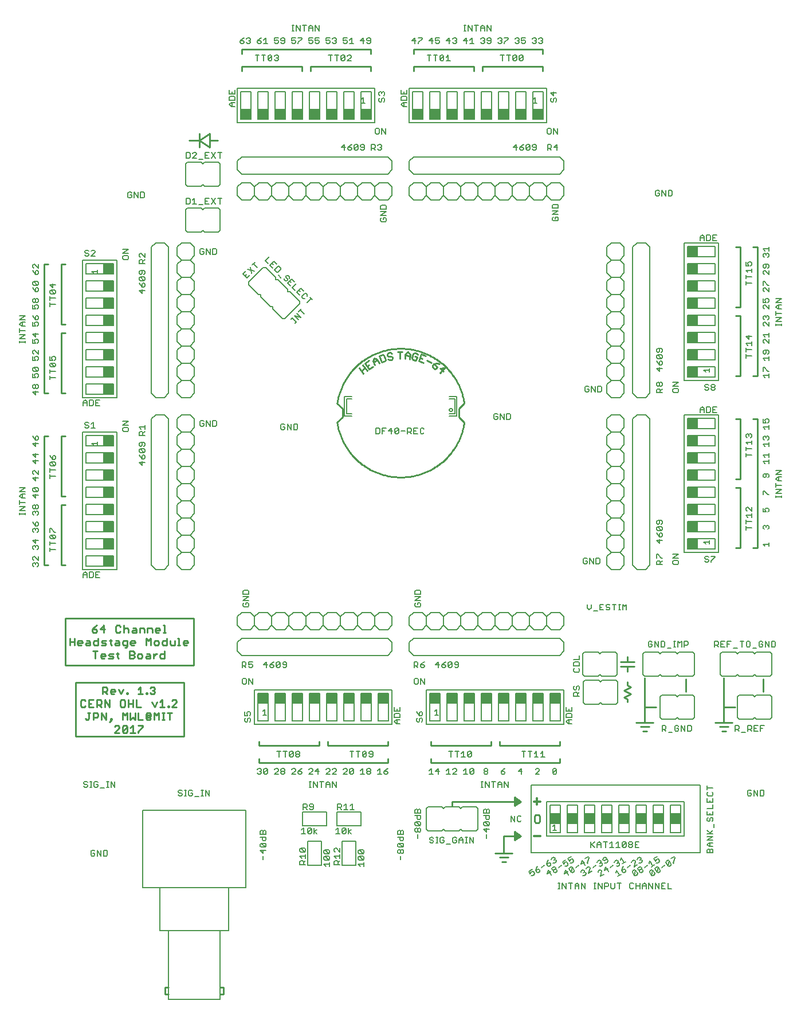
<source format=gto>
G75*
%MOIN*%
%OFA0B0*%
%FSLAX25Y25*%
%IPPOS*%
%LPD*%
%AMOC8*
5,1,8,0,0,1.08239X$1,22.5*
%
%ADD10C,0.00900*%
%ADD11C,0.01000*%
%ADD12C,0.00700*%
%ADD13C,0.00500*%
%ADD14C,0.00600*%
%ADD15R,0.06000X0.06000*%
%ADD16C,0.01200*%
D10*
X0218813Y0219001D02*
X0219497Y0219001D01*
X0220180Y0219685D01*
X0220180Y0223105D01*
X0219497Y0223105D02*
X0220864Y0223105D01*
X0222733Y0223105D02*
X0224784Y0223105D01*
X0225468Y0222421D01*
X0225468Y0221053D01*
X0224784Y0220369D01*
X0222733Y0220369D01*
X0222733Y0219001D02*
X0222733Y0223105D01*
X0222783Y0226501D02*
X0220047Y0226501D01*
X0220047Y0230605D01*
X0222783Y0230605D01*
X0224651Y0230605D02*
X0226703Y0230605D01*
X0227387Y0229921D01*
X0227387Y0228553D01*
X0226703Y0227869D01*
X0224651Y0227869D01*
X0224651Y0226501D02*
X0224651Y0230605D01*
X0226019Y0227869D02*
X0227387Y0226501D01*
X0229255Y0226501D02*
X0229255Y0230605D01*
X0231991Y0226501D01*
X0231991Y0230605D01*
X0230840Y0234001D02*
X0229472Y0235369D01*
X0230156Y0235369D02*
X0228104Y0235369D01*
X0228104Y0234001D02*
X0228104Y0238105D01*
X0230156Y0238105D01*
X0230840Y0237421D01*
X0230840Y0236053D01*
X0230156Y0235369D01*
X0232708Y0235369D02*
X0235444Y0235369D01*
X0235444Y0236053D01*
X0234760Y0236737D01*
X0233392Y0236737D01*
X0232708Y0236053D01*
X0232708Y0234685D01*
X0233392Y0234001D01*
X0234760Y0234001D01*
X0237312Y0236737D02*
X0238680Y0234001D01*
X0240047Y0236737D01*
X0241916Y0234685D02*
X0242600Y0234685D01*
X0242600Y0234001D01*
X0241916Y0234001D01*
X0241916Y0234685D01*
X0243067Y0230605D02*
X0243067Y0226501D01*
X0241198Y0227185D02*
X0241198Y0229921D01*
X0240515Y0230605D01*
X0239147Y0230605D01*
X0238463Y0229921D01*
X0238463Y0227185D01*
X0239147Y0226501D01*
X0240515Y0226501D01*
X0241198Y0227185D01*
X0243067Y0228553D02*
X0245802Y0228553D01*
X0245802Y0230605D02*
X0245802Y0226501D01*
X0247671Y0226501D02*
X0250406Y0226501D01*
X0247671Y0226501D02*
X0247671Y0230605D01*
X0248822Y0234001D02*
X0251557Y0234001D01*
X0250189Y0234001D02*
X0250189Y0238105D01*
X0248822Y0236737D01*
X0253426Y0234685D02*
X0254109Y0234685D01*
X0254109Y0234001D01*
X0253426Y0234001D01*
X0253426Y0234685D01*
X0255727Y0234685D02*
X0256411Y0234001D01*
X0257779Y0234001D01*
X0258463Y0234685D01*
X0258463Y0235369D01*
X0257779Y0236053D01*
X0257095Y0236053D01*
X0257779Y0236053D02*
X0258463Y0236737D01*
X0258463Y0237421D01*
X0257779Y0238105D01*
X0256411Y0238105D01*
X0255727Y0237421D01*
X0256878Y0229237D02*
X0258246Y0226501D01*
X0259614Y0229237D01*
X0261482Y0229237D02*
X0262850Y0230605D01*
X0262850Y0226501D01*
X0261482Y0226501D02*
X0264218Y0226501D01*
X0266086Y0226501D02*
X0266770Y0226501D01*
X0266770Y0227185D01*
X0266086Y0227185D01*
X0266086Y0226501D01*
X0268388Y0226501D02*
X0271124Y0229237D01*
X0271124Y0229921D01*
X0270440Y0230605D01*
X0269072Y0230605D01*
X0268388Y0229921D01*
X0268388Y0226501D02*
X0271124Y0226501D01*
X0268438Y0223105D02*
X0265703Y0223105D01*
X0267070Y0223105D02*
X0267070Y0219001D01*
X0264001Y0219001D02*
X0262633Y0219001D01*
X0263317Y0219001D02*
X0263317Y0223105D01*
X0262633Y0223105D02*
X0264001Y0223105D01*
X0260765Y0223105D02*
X0260765Y0219001D01*
X0258029Y0219001D02*
X0258029Y0223105D01*
X0259397Y0221737D01*
X0260765Y0223105D01*
X0256161Y0222421D02*
X0256161Y0221053D01*
X0255477Y0220369D01*
X0255477Y0221737D01*
X0254109Y0221737D01*
X0254109Y0220369D01*
X0255477Y0220369D01*
X0256161Y0219685D02*
X0255477Y0219001D01*
X0254109Y0219001D01*
X0253426Y0219685D01*
X0253426Y0222421D01*
X0254109Y0223105D01*
X0255477Y0223105D01*
X0256161Y0222421D01*
X0251557Y0219001D02*
X0248822Y0219001D01*
X0248822Y0223105D01*
X0246953Y0223105D02*
X0246953Y0219001D01*
X0245585Y0220369D01*
X0244218Y0219001D01*
X0244218Y0223105D01*
X0242349Y0223105D02*
X0242349Y0219001D01*
X0239614Y0219001D02*
X0239614Y0223105D01*
X0240982Y0221737D01*
X0242349Y0223105D01*
X0241666Y0215605D02*
X0240298Y0215605D01*
X0239614Y0214921D01*
X0239614Y0212185D01*
X0242349Y0214921D01*
X0242349Y0212185D01*
X0241666Y0211501D01*
X0240298Y0211501D01*
X0239614Y0212185D01*
X0237746Y0211501D02*
X0235010Y0211501D01*
X0237746Y0214237D01*
X0237746Y0214921D01*
X0237062Y0215605D01*
X0235694Y0215605D01*
X0235010Y0214921D01*
X0231941Y0217633D02*
X0233308Y0219001D01*
X0232624Y0219001D01*
X0232624Y0219685D01*
X0233308Y0219685D01*
X0233308Y0219001D01*
X0230072Y0219001D02*
X0230072Y0223105D01*
X0227337Y0223105D02*
X0230072Y0219001D01*
X0227337Y0219001D02*
X0227337Y0223105D01*
X0221415Y0228553D02*
X0220047Y0228553D01*
X0218179Y0229921D02*
X0217495Y0230605D01*
X0216127Y0230605D01*
X0215443Y0229921D01*
X0215443Y0227185D01*
X0216127Y0226501D01*
X0217495Y0226501D01*
X0218179Y0227185D01*
X0218129Y0219685D02*
X0218813Y0219001D01*
X0241666Y0215605D02*
X0242349Y0214921D01*
X0244218Y0214237D02*
X0245586Y0215605D01*
X0245586Y0211501D01*
X0246953Y0211501D02*
X0244218Y0211501D01*
X0248822Y0211501D02*
X0248822Y0212185D01*
X0251557Y0214921D01*
X0251557Y0215605D01*
X0248822Y0215605D01*
X0249122Y0254808D02*
X0248438Y0255492D01*
X0248438Y0256860D01*
X0249122Y0257544D01*
X0250490Y0257544D01*
X0251174Y0256860D01*
X0251174Y0255492D01*
X0250490Y0254808D01*
X0249122Y0254808D01*
X0246570Y0255492D02*
X0245886Y0254808D01*
X0243834Y0254808D01*
X0243834Y0258912D01*
X0245886Y0258912D01*
X0246570Y0258228D01*
X0246570Y0257544D01*
X0245886Y0256860D01*
X0243834Y0256860D01*
X0245886Y0256860D02*
X0246570Y0256176D01*
X0246570Y0255492D01*
X0253042Y0255492D02*
X0253726Y0256176D01*
X0255778Y0256176D01*
X0255778Y0256860D02*
X0255778Y0254808D01*
X0253726Y0254808D01*
X0253042Y0255492D01*
X0253726Y0257544D02*
X0255094Y0257544D01*
X0255778Y0256860D01*
X0257646Y0256176D02*
X0259014Y0257544D01*
X0259698Y0257544D01*
X0261482Y0256860D02*
X0262166Y0257544D01*
X0264218Y0257544D01*
X0264218Y0258912D02*
X0264218Y0254808D01*
X0262166Y0254808D01*
X0261482Y0255492D01*
X0261482Y0256860D01*
X0257646Y0257544D02*
X0257646Y0254808D01*
X0258713Y0262308D02*
X0258029Y0262992D01*
X0258029Y0264360D01*
X0258713Y0265044D01*
X0260081Y0265044D01*
X0260765Y0264360D01*
X0260765Y0262992D01*
X0260081Y0262308D01*
X0258713Y0262308D01*
X0256161Y0262308D02*
X0256161Y0266412D01*
X0254793Y0265044D01*
X0253425Y0266412D01*
X0253425Y0262308D01*
X0246953Y0263676D02*
X0244218Y0263676D01*
X0244218Y0262992D02*
X0244218Y0264360D01*
X0244902Y0265044D01*
X0246269Y0265044D01*
X0246953Y0264360D01*
X0246953Y0263676D01*
X0246269Y0262308D02*
X0244902Y0262308D01*
X0244218Y0262992D01*
X0242349Y0262308D02*
X0240298Y0262308D01*
X0239614Y0262992D01*
X0239614Y0264360D01*
X0240298Y0265044D01*
X0242349Y0265044D01*
X0242349Y0261624D01*
X0241665Y0260940D01*
X0240982Y0260940D01*
X0237745Y0262308D02*
X0235694Y0262308D01*
X0235010Y0262992D01*
X0235694Y0263676D01*
X0237745Y0263676D01*
X0237745Y0264360D02*
X0237745Y0262308D01*
X0237745Y0264360D02*
X0237062Y0265044D01*
X0235694Y0265044D01*
X0233308Y0265044D02*
X0231941Y0265044D01*
X0232624Y0265728D02*
X0232624Y0262992D01*
X0233308Y0262308D01*
X0230072Y0262992D02*
X0229388Y0263676D01*
X0228020Y0263676D01*
X0227337Y0264360D01*
X0228020Y0265044D01*
X0230072Y0265044D01*
X0230072Y0262992D02*
X0229388Y0262308D01*
X0227337Y0262308D01*
X0225468Y0262308D02*
X0223417Y0262308D01*
X0222733Y0262992D01*
X0222733Y0264360D01*
X0223417Y0265044D01*
X0225468Y0265044D01*
X0225468Y0266412D02*
X0225468Y0262308D01*
X0225085Y0258912D02*
X0222349Y0258912D01*
X0223717Y0258912D02*
X0223717Y0254808D01*
X0226953Y0255492D02*
X0226953Y0256860D01*
X0227637Y0257544D01*
X0229005Y0257544D01*
X0229689Y0256860D01*
X0229689Y0256176D01*
X0226953Y0256176D01*
X0226953Y0255492D02*
X0227637Y0254808D01*
X0229005Y0254808D01*
X0231557Y0254808D02*
X0233609Y0254808D01*
X0234293Y0255492D01*
X0233609Y0256176D01*
X0232241Y0256176D01*
X0231557Y0256860D01*
X0232241Y0257544D01*
X0234293Y0257544D01*
X0236161Y0257544D02*
X0237529Y0257544D01*
X0236845Y0258228D02*
X0236845Y0255492D01*
X0237529Y0254808D01*
X0237829Y0269808D02*
X0238513Y0270492D01*
X0237829Y0269808D02*
X0236461Y0269808D01*
X0235777Y0270492D01*
X0235777Y0273228D01*
X0236461Y0273912D01*
X0237829Y0273912D01*
X0238513Y0273228D01*
X0240381Y0273912D02*
X0240381Y0269808D01*
X0240381Y0271860D02*
X0241065Y0272544D01*
X0242433Y0272544D01*
X0243117Y0271860D01*
X0243117Y0269808D01*
X0244985Y0270492D02*
X0245669Y0271176D01*
X0247721Y0271176D01*
X0247721Y0271860D02*
X0247721Y0269808D01*
X0245669Y0269808D01*
X0244985Y0270492D01*
X0245669Y0272544D02*
X0247037Y0272544D01*
X0247721Y0271860D01*
X0249589Y0272544D02*
X0251641Y0272544D01*
X0252325Y0271860D01*
X0252325Y0269808D01*
X0254193Y0269808D02*
X0254193Y0272544D01*
X0256245Y0272544D01*
X0256929Y0271860D01*
X0256929Y0269808D01*
X0258797Y0270492D02*
X0258797Y0271860D01*
X0259481Y0272544D01*
X0260849Y0272544D01*
X0261532Y0271860D01*
X0261532Y0271176D01*
X0258797Y0271176D01*
X0258797Y0270492D02*
X0259481Y0269808D01*
X0260849Y0269808D01*
X0263401Y0269808D02*
X0264769Y0269808D01*
X0264085Y0269808D02*
X0264085Y0273912D01*
X0263401Y0273912D01*
X0265369Y0266412D02*
X0265369Y0262308D01*
X0263317Y0262308D01*
X0262633Y0262992D01*
X0262633Y0264360D01*
X0263317Y0265044D01*
X0265369Y0265044D01*
X0267237Y0265044D02*
X0267237Y0262992D01*
X0267921Y0262308D01*
X0269973Y0262308D01*
X0269973Y0265044D01*
X0271841Y0266412D02*
X0272525Y0266412D01*
X0272525Y0262308D01*
X0271841Y0262308D02*
X0273209Y0262308D01*
X0274910Y0262992D02*
X0274910Y0264360D01*
X0275594Y0265044D01*
X0276962Y0265044D01*
X0277646Y0264360D01*
X0277646Y0263676D01*
X0274910Y0263676D01*
X0274910Y0262992D02*
X0275594Y0262308D01*
X0276962Y0262308D01*
X0249589Y0269808D02*
X0249589Y0272544D01*
X0229305Y0271860D02*
X0226569Y0271860D01*
X0228621Y0273912D01*
X0228621Y0269808D01*
X0224701Y0270492D02*
X0224701Y0271176D01*
X0224017Y0271860D01*
X0221965Y0271860D01*
X0221965Y0270492D01*
X0222649Y0269808D01*
X0224017Y0269808D01*
X0224701Y0270492D01*
X0223333Y0273228D02*
X0221965Y0271860D01*
X0223333Y0273228D02*
X0224701Y0273912D01*
X0220180Y0265044D02*
X0220864Y0264360D01*
X0220864Y0262308D01*
X0218813Y0262308D01*
X0218129Y0262992D01*
X0218813Y0263676D01*
X0220864Y0263676D01*
X0220180Y0265044D02*
X0218813Y0265044D01*
X0216260Y0264360D02*
X0216260Y0263676D01*
X0213525Y0263676D01*
X0213525Y0262992D02*
X0213525Y0264360D01*
X0214209Y0265044D01*
X0215577Y0265044D01*
X0216260Y0264360D01*
X0215577Y0262308D02*
X0214209Y0262308D01*
X0213525Y0262992D01*
X0211657Y0262308D02*
X0211657Y0266412D01*
X0211657Y0264360D02*
X0208921Y0264360D01*
X0208921Y0262308D02*
X0208921Y0266412D01*
X0379888Y0420437D02*
X0377251Y0423581D01*
X0378570Y0422009D02*
X0380665Y0423768D01*
X0381957Y0424793D02*
X0383110Y0425528D01*
X0380854Y0426523D02*
X0383059Y0423063D01*
X0385366Y0424532D01*
X0386545Y0425251D02*
X0385389Y0427731D01*
X0386051Y0429549D01*
X0387869Y0428887D01*
X0389025Y0426408D01*
X0390287Y0426967D02*
X0392244Y0427584D01*
X0392691Y0428441D01*
X0391868Y0431051D01*
X0391010Y0431497D01*
X0389053Y0430880D01*
X0390287Y0426967D01*
X0388158Y0428267D02*
X0385678Y0427111D01*
X0383162Y0427993D02*
X0380854Y0426523D01*
X0379346Y0425339D02*
X0381984Y0422196D01*
X0394102Y0428852D02*
X0394895Y0428297D01*
X0396242Y0428535D01*
X0396797Y0429327D01*
X0396678Y0430001D01*
X0395885Y0430555D01*
X0394538Y0430318D01*
X0393746Y0430873D01*
X0393627Y0431546D01*
X0394182Y0432338D01*
X0395529Y0432576D01*
X0396321Y0432021D01*
X0399675Y0432966D02*
X0402408Y0433086D01*
X0401042Y0433026D02*
X0401221Y0428926D01*
X0403968Y0429019D02*
X0404206Y0431744D01*
X0405688Y0432988D01*
X0406932Y0431506D01*
X0406693Y0428781D01*
X0408214Y0429301D02*
X0408734Y0428486D01*
X0410069Y0428189D01*
X0410885Y0428709D01*
X0411181Y0430045D01*
X0409846Y0430341D01*
X0411477Y0431380D02*
X0410957Y0432196D01*
X0409622Y0432492D01*
X0408806Y0431972D01*
X0408214Y0429301D01*
X0406872Y0430825D02*
X0404147Y0431063D01*
X0412079Y0427716D02*
X0414650Y0426781D01*
X0414066Y0429176D02*
X0412781Y0429644D01*
X0413482Y0431572D02*
X0412079Y0427716D01*
X0413482Y0431572D02*
X0416053Y0430637D01*
X0416885Y0428103D02*
X0419312Y0426840D01*
X0420753Y0426039D02*
X0422434Y0424862D01*
X0422602Y0423910D01*
X0422209Y0423349D01*
X0421257Y0423181D01*
X0420137Y0423966D01*
X0419969Y0424918D01*
X0420753Y0426039D01*
X0422658Y0426375D01*
X0424171Y0426150D01*
X0424319Y0423488D02*
X0426336Y0421640D01*
X0427218Y0423614D02*
X0424319Y0423488D01*
X0424445Y0420589D02*
X0427218Y0423614D01*
D11*
X0275264Y0209240D02*
X0212272Y0209240D01*
X0212272Y0240736D01*
X0275264Y0240736D01*
X0275264Y0209240D01*
X0281169Y0250579D02*
X0206366Y0250579D01*
X0206366Y0278138D01*
X0281169Y0278138D01*
X0281169Y0250579D01*
X0319000Y0206500D02*
X0319000Y0204000D01*
X0354000Y0204000D01*
X0354000Y0206500D01*
X0359000Y0206500D02*
X0359000Y0204000D01*
X0394000Y0204000D01*
X0394000Y0206500D01*
X0394000Y0196500D02*
X0394000Y0194000D01*
X0319000Y0194000D01*
X0319000Y0196500D01*
X0419000Y0196500D02*
X0419000Y0194000D01*
X0494000Y0194000D01*
X0494000Y0196500D01*
X0494000Y0204000D02*
X0459000Y0204000D01*
X0459000Y0206500D01*
X0454000Y0206500D02*
X0454000Y0204000D01*
X0419000Y0204000D01*
X0419000Y0206500D01*
X0431500Y0171500D02*
X0467750Y0171500D01*
X0467750Y0171842D02*
X0470986Y0171842D01*
X0471500Y0171500D02*
X0467750Y0174000D01*
X0467750Y0169000D01*
X0471500Y0171500D01*
X0470516Y0170844D02*
X0467750Y0170844D01*
X0467750Y0169845D02*
X0469018Y0169845D01*
X0469489Y0172841D02*
X0467750Y0172841D01*
X0467750Y0173839D02*
X0467991Y0173839D01*
X0479422Y0163037D02*
X0479422Y0159967D01*
X0480189Y0159200D01*
X0481724Y0159200D01*
X0482491Y0159967D01*
X0482491Y0163037D01*
X0481724Y0163804D01*
X0480189Y0163804D01*
X0479422Y0163037D01*
X0471500Y0151500D02*
X0467750Y0154000D01*
X0467750Y0149000D01*
X0471500Y0151500D01*
X0461500Y0151500D01*
X0461500Y0141500D01*
X0459000Y0139000D02*
X0464000Y0139000D01*
X0462750Y0136500D02*
X0460250Y0136500D01*
X0456500Y0141500D02*
X0466500Y0141500D01*
X0467750Y0149875D02*
X0469063Y0149875D01*
X0467750Y0150874D02*
X0470560Y0150874D01*
X0470942Y0151872D02*
X0467750Y0151872D01*
X0467750Y0152871D02*
X0469444Y0152871D01*
X0467946Y0153869D02*
X0467750Y0153869D01*
X0431500Y0169000D02*
X0431500Y0171500D01*
X0494000Y0204000D02*
X0494000Y0206500D01*
X0531421Y0232209D02*
X0535358Y0234177D01*
X0531421Y0236146D01*
X0535358Y0238114D01*
X0533390Y0239098D01*
X0533390Y0241067D01*
X0533390Y0246972D02*
X0533390Y0249925D01*
X0537327Y0249925D01*
X0537327Y0252878D02*
X0533390Y0252878D01*
X0533390Y0255831D01*
X0533390Y0252878D02*
X0529453Y0252878D01*
X0529453Y0249925D02*
X0533390Y0249925D01*
X0543500Y0243500D02*
X0543500Y0226500D01*
X0543500Y0217500D01*
X0541000Y0215000D02*
X0546000Y0215000D01*
X0544750Y0212500D02*
X0542250Y0212500D01*
X0538500Y0217500D02*
X0548500Y0217500D01*
X0550000Y0226500D02*
X0543500Y0226500D01*
X0533390Y0229256D02*
X0533390Y0231224D01*
X0531421Y0232209D01*
X0567500Y0235250D02*
X0567500Y0242750D01*
X0589500Y0243500D02*
X0589500Y0226500D01*
X0589500Y0217500D01*
X0587000Y0215000D02*
X0592000Y0215000D01*
X0590750Y0212500D02*
X0588250Y0212500D01*
X0584500Y0217500D02*
X0594500Y0217500D01*
X0596000Y0226500D02*
X0589500Y0226500D01*
X0612500Y0235250D02*
X0612500Y0242750D01*
X0609000Y0319000D02*
X0606500Y0319000D01*
X0609000Y0319000D02*
X0609000Y0394000D01*
X0606500Y0394000D01*
X0599000Y0394000D02*
X0599000Y0359000D01*
X0596500Y0359000D01*
X0596500Y0354000D02*
X0599000Y0354000D01*
X0599000Y0319000D01*
X0596500Y0319000D01*
X0596500Y0394000D02*
X0599000Y0394000D01*
X0599000Y0419000D02*
X0596500Y0419000D01*
X0599000Y0419000D02*
X0599000Y0454000D01*
X0596500Y0454000D01*
X0596500Y0459000D02*
X0599000Y0459000D01*
X0599000Y0494000D01*
X0596500Y0494000D01*
X0606500Y0494000D02*
X0609000Y0494000D01*
X0609000Y0419000D01*
X0606500Y0419000D01*
X0438508Y0403075D02*
X0435358Y0399925D01*
X0435358Y0395201D01*
X0438508Y0392051D01*
X0438508Y0403075D02*
X0438361Y0403981D01*
X0438193Y0404883D01*
X0438002Y0405781D01*
X0437790Y0406674D01*
X0437555Y0407562D01*
X0437299Y0408443D01*
X0437021Y0409318D01*
X0436722Y0410186D01*
X0436402Y0411046D01*
X0436061Y0411898D01*
X0435699Y0412742D01*
X0435316Y0413576D01*
X0434913Y0414401D01*
X0434490Y0415215D01*
X0434047Y0416019D01*
X0433585Y0416812D01*
X0433103Y0417594D01*
X0432602Y0418363D01*
X0432082Y0419120D01*
X0431544Y0419863D01*
X0430988Y0420594D01*
X0430414Y0421310D01*
X0429823Y0422012D01*
X0429215Y0422700D01*
X0428590Y0423372D01*
X0427949Y0424029D01*
X0427291Y0424670D01*
X0426619Y0425294D01*
X0425931Y0425902D01*
X0425228Y0426493D01*
X0424511Y0427066D01*
X0423781Y0427622D01*
X0423037Y0428159D01*
X0422280Y0428678D01*
X0421510Y0429179D01*
X0420729Y0429660D01*
X0419935Y0430122D01*
X0419131Y0430565D01*
X0418316Y0430987D01*
X0417491Y0431390D01*
X0416657Y0431772D01*
X0415813Y0432133D01*
X0414961Y0432474D01*
X0414100Y0432794D01*
X0413232Y0433092D01*
X0412357Y0433369D01*
X0411475Y0433625D01*
X0410588Y0433859D01*
X0409695Y0434071D01*
X0408797Y0434261D01*
X0407894Y0434429D01*
X0406988Y0434574D01*
X0406078Y0434698D01*
X0405166Y0434799D01*
X0404251Y0434878D01*
X0403335Y0434934D01*
X0402418Y0434968D01*
X0401500Y0434979D01*
X0400582Y0434968D01*
X0399665Y0434934D01*
X0398749Y0434878D01*
X0397834Y0434799D01*
X0396922Y0434698D01*
X0396012Y0434574D01*
X0395106Y0434429D01*
X0394203Y0434261D01*
X0393305Y0434071D01*
X0392412Y0433859D01*
X0391525Y0433625D01*
X0390643Y0433369D01*
X0389768Y0433092D01*
X0388900Y0432794D01*
X0388039Y0432474D01*
X0387187Y0432133D01*
X0386343Y0431772D01*
X0385509Y0431390D01*
X0384684Y0430987D01*
X0383869Y0430565D01*
X0383065Y0430122D01*
X0382271Y0429660D01*
X0381490Y0429179D01*
X0380720Y0428678D01*
X0379963Y0428159D01*
X0379219Y0427622D01*
X0378489Y0427066D01*
X0377772Y0426493D01*
X0377069Y0425902D01*
X0376381Y0425294D01*
X0375709Y0424670D01*
X0375051Y0424029D01*
X0374410Y0423372D01*
X0373785Y0422700D01*
X0373177Y0422012D01*
X0372586Y0421310D01*
X0372012Y0420594D01*
X0371456Y0419863D01*
X0370918Y0419120D01*
X0370398Y0418363D01*
X0369897Y0417594D01*
X0369415Y0416812D01*
X0368953Y0416019D01*
X0368510Y0415215D01*
X0368087Y0414401D01*
X0367684Y0413576D01*
X0367301Y0412742D01*
X0366939Y0411898D01*
X0366598Y0411046D01*
X0366278Y0410186D01*
X0365979Y0409318D01*
X0365701Y0408443D01*
X0365445Y0407562D01*
X0365210Y0406674D01*
X0364998Y0405781D01*
X0364807Y0404883D01*
X0364639Y0403981D01*
X0364492Y0403075D01*
X0367642Y0399925D01*
X0367642Y0395201D01*
X0364492Y0392051D01*
X0364639Y0391145D01*
X0364807Y0390243D01*
X0364998Y0389345D01*
X0365210Y0388452D01*
X0365445Y0387564D01*
X0365701Y0386683D01*
X0365979Y0385808D01*
X0366278Y0384940D01*
X0366598Y0384080D01*
X0366939Y0383228D01*
X0367301Y0382384D01*
X0367684Y0381550D01*
X0368087Y0380725D01*
X0368510Y0379911D01*
X0368953Y0379107D01*
X0369415Y0378314D01*
X0369897Y0377532D01*
X0370398Y0376763D01*
X0370918Y0376006D01*
X0371456Y0375263D01*
X0372012Y0374532D01*
X0372586Y0373816D01*
X0373177Y0373114D01*
X0373785Y0372426D01*
X0374410Y0371754D01*
X0375051Y0371097D01*
X0375709Y0370456D01*
X0376381Y0369832D01*
X0377069Y0369224D01*
X0377772Y0368633D01*
X0378489Y0368060D01*
X0379219Y0367504D01*
X0379963Y0366967D01*
X0380720Y0366448D01*
X0381490Y0365947D01*
X0382271Y0365466D01*
X0383065Y0365004D01*
X0383869Y0364561D01*
X0384684Y0364139D01*
X0385509Y0363736D01*
X0386343Y0363354D01*
X0387187Y0362993D01*
X0388039Y0362652D01*
X0388900Y0362332D01*
X0389768Y0362034D01*
X0390643Y0361757D01*
X0391525Y0361501D01*
X0392412Y0361267D01*
X0393305Y0361055D01*
X0394203Y0360865D01*
X0395106Y0360697D01*
X0396012Y0360552D01*
X0396922Y0360428D01*
X0397834Y0360327D01*
X0398749Y0360248D01*
X0399665Y0360192D01*
X0400582Y0360158D01*
X0401500Y0360147D01*
X0402418Y0360158D01*
X0403335Y0360192D01*
X0404251Y0360248D01*
X0405166Y0360327D01*
X0406078Y0360428D01*
X0406988Y0360552D01*
X0407894Y0360697D01*
X0408797Y0360865D01*
X0409695Y0361055D01*
X0410588Y0361267D01*
X0411475Y0361501D01*
X0412357Y0361757D01*
X0413232Y0362034D01*
X0414100Y0362332D01*
X0414961Y0362652D01*
X0415813Y0362993D01*
X0416657Y0363354D01*
X0417491Y0363736D01*
X0418316Y0364139D01*
X0419131Y0364561D01*
X0419935Y0365004D01*
X0420729Y0365466D01*
X0421510Y0365947D01*
X0422280Y0366448D01*
X0423037Y0366967D01*
X0423781Y0367504D01*
X0424511Y0368060D01*
X0425228Y0368633D01*
X0425931Y0369224D01*
X0426619Y0369832D01*
X0427291Y0370456D01*
X0427949Y0371097D01*
X0428590Y0371754D01*
X0429215Y0372426D01*
X0429823Y0373114D01*
X0430414Y0373816D01*
X0430988Y0374532D01*
X0431544Y0375263D01*
X0432082Y0376006D01*
X0432602Y0376763D01*
X0433103Y0377532D01*
X0433585Y0378314D01*
X0434047Y0379107D01*
X0434490Y0379911D01*
X0434913Y0380725D01*
X0435316Y0381550D01*
X0435699Y0382384D01*
X0436061Y0383228D01*
X0436402Y0384080D01*
X0436722Y0384940D01*
X0437021Y0385808D01*
X0437299Y0386683D01*
X0437555Y0387564D01*
X0437790Y0388452D01*
X0438002Y0389345D01*
X0438193Y0390243D01*
X0438361Y0391145D01*
X0438508Y0392051D01*
X0290280Y0552091D02*
X0284374Y0556028D01*
X0284374Y0552091D01*
X0284374Y0556028D02*
X0278469Y0556028D01*
X0284374Y0556028D02*
X0284374Y0559965D01*
X0284374Y0556028D02*
X0290280Y0559965D01*
X0290280Y0556028D01*
X0295201Y0556028D01*
X0290280Y0556028D02*
X0290280Y0552091D01*
X0309000Y0596500D02*
X0309000Y0599000D01*
X0344000Y0599000D01*
X0344000Y0596500D01*
X0349000Y0596500D02*
X0349000Y0599000D01*
X0384000Y0599000D01*
X0384000Y0596500D01*
X0384000Y0606500D02*
X0384000Y0609000D01*
X0309000Y0609000D01*
X0309000Y0606500D01*
X0409000Y0606500D02*
X0409000Y0609000D01*
X0484000Y0609000D01*
X0484000Y0606500D01*
X0484000Y0599000D02*
X0484000Y0596500D01*
X0484000Y0599000D02*
X0449000Y0599000D01*
X0449000Y0596500D01*
X0444000Y0596500D02*
X0444000Y0599000D01*
X0409000Y0599000D01*
X0409000Y0596500D01*
X0206500Y0484000D02*
X0204000Y0484000D01*
X0204000Y0449000D01*
X0206500Y0449000D01*
X0206500Y0444000D02*
X0204000Y0444000D01*
X0204000Y0409000D01*
X0206500Y0409000D01*
X0196500Y0409000D02*
X0194000Y0409000D01*
X0194000Y0484000D01*
X0196500Y0484000D01*
X0196500Y0384000D02*
X0194000Y0384000D01*
X0194000Y0309000D01*
X0196500Y0309000D01*
X0204000Y0309000D02*
X0204000Y0344000D01*
X0206500Y0344000D01*
X0206500Y0349000D02*
X0204000Y0349000D01*
X0204000Y0384000D01*
X0206500Y0384000D01*
X0206500Y0309000D02*
X0204000Y0309000D01*
X0264500Y0063500D02*
X0266500Y0063500D01*
X0264500Y0063500D02*
X0264500Y0059500D01*
X0266500Y0059500D01*
X0296500Y0059500D02*
X0298500Y0059500D01*
X0298500Y0063500D01*
X0296500Y0063500D01*
D12*
X0342847Y0134850D02*
X0342847Y0136501D01*
X0343398Y0137052D01*
X0344499Y0137052D01*
X0345049Y0136501D01*
X0345049Y0134850D01*
X0345049Y0135951D02*
X0346150Y0137052D01*
X0346150Y0138533D02*
X0346150Y0140735D01*
X0346150Y0139634D02*
X0342847Y0139634D01*
X0343948Y0138533D01*
X0343398Y0142216D02*
X0342847Y0142767D01*
X0342847Y0143868D01*
X0343398Y0144418D01*
X0345600Y0142216D01*
X0346150Y0142767D01*
X0346150Y0143868D01*
X0345600Y0144418D01*
X0343398Y0144418D01*
X0343398Y0142216D02*
X0345600Y0142216D01*
X0346150Y0134850D02*
X0342847Y0134850D01*
X0356847Y0134951D02*
X0360150Y0134951D01*
X0360150Y0133850D02*
X0360150Y0136052D01*
X0359600Y0137533D02*
X0357398Y0139735D01*
X0359600Y0139735D01*
X0360150Y0139185D01*
X0360150Y0138084D01*
X0359600Y0137533D01*
X0357398Y0137533D01*
X0356847Y0138084D01*
X0356847Y0139185D01*
X0357398Y0139735D01*
X0357398Y0141216D02*
X0356847Y0141767D01*
X0356847Y0142868D01*
X0357398Y0143418D01*
X0359600Y0141216D01*
X0360150Y0141767D01*
X0360150Y0142868D01*
X0359600Y0143418D01*
X0357398Y0143418D01*
X0357398Y0141216D02*
X0359600Y0141216D01*
X0362847Y0142767D02*
X0363398Y0142216D01*
X0362847Y0142767D02*
X0362847Y0143868D01*
X0363398Y0144418D01*
X0363948Y0144418D01*
X0366150Y0142216D01*
X0366150Y0144418D01*
X0366150Y0140735D02*
X0366150Y0138533D01*
X0366150Y0139634D02*
X0362847Y0139634D01*
X0363948Y0138533D01*
X0363398Y0137052D02*
X0364499Y0137052D01*
X0365049Y0136501D01*
X0365049Y0134850D01*
X0365049Y0135951D02*
X0366150Y0137052D01*
X0366150Y0134850D02*
X0362847Y0134850D01*
X0362847Y0136501D01*
X0363398Y0137052D01*
X0357948Y0133850D02*
X0356847Y0134951D01*
X0376847Y0134951D02*
X0380150Y0134951D01*
X0380150Y0133850D02*
X0380150Y0136052D01*
X0379600Y0137533D02*
X0377398Y0139735D01*
X0379600Y0139735D01*
X0380150Y0139185D01*
X0380150Y0138084D01*
X0379600Y0137533D01*
X0377398Y0137533D01*
X0376847Y0138084D01*
X0376847Y0139185D01*
X0377398Y0139735D01*
X0377398Y0141216D02*
X0376847Y0141767D01*
X0376847Y0142868D01*
X0377398Y0143418D01*
X0379600Y0141216D01*
X0380150Y0141767D01*
X0380150Y0142868D01*
X0379600Y0143418D01*
X0377398Y0143418D01*
X0377398Y0141216D02*
X0379600Y0141216D01*
X0376847Y0134951D02*
X0377948Y0133850D01*
X0399847Y0141876D02*
X0399847Y0142977D01*
X0400398Y0143527D01*
X0400948Y0143527D01*
X0401499Y0142977D01*
X0401499Y0141876D01*
X0400948Y0141325D01*
X0400398Y0141325D01*
X0399847Y0141876D01*
X0401499Y0141876D02*
X0402049Y0141325D01*
X0402600Y0141325D01*
X0403150Y0141876D01*
X0403150Y0142977D01*
X0402600Y0143527D01*
X0402049Y0143527D01*
X0401499Y0142977D01*
X0402600Y0145008D02*
X0400398Y0147210D01*
X0402600Y0147210D01*
X0403150Y0146660D01*
X0403150Y0145559D01*
X0402600Y0145008D01*
X0400398Y0145008D01*
X0399847Y0145559D01*
X0399847Y0146660D01*
X0400398Y0147210D01*
X0401499Y0148692D02*
X0400948Y0149242D01*
X0400948Y0150893D01*
X0399847Y0150893D02*
X0403150Y0150893D01*
X0403150Y0149242D01*
X0402600Y0148692D01*
X0401499Y0148692D01*
X0401499Y0152375D02*
X0401499Y0154026D01*
X0402049Y0154577D01*
X0402600Y0154577D01*
X0403150Y0154026D01*
X0403150Y0152375D01*
X0399847Y0152375D01*
X0399847Y0154026D01*
X0400398Y0154577D01*
X0400948Y0154577D01*
X0401499Y0154026D01*
X0409847Y0154376D02*
X0409847Y0155477D01*
X0410398Y0156027D01*
X0410948Y0156027D01*
X0411499Y0155477D01*
X0411499Y0154376D01*
X0410948Y0153825D01*
X0410398Y0153825D01*
X0409847Y0154376D01*
X0411499Y0154376D02*
X0412049Y0153825D01*
X0412600Y0153825D01*
X0413150Y0154376D01*
X0413150Y0155477D01*
X0412600Y0156027D01*
X0412049Y0156027D01*
X0411499Y0155477D01*
X0412600Y0157508D02*
X0410398Y0159710D01*
X0412600Y0159710D01*
X0413150Y0159160D01*
X0413150Y0158059D01*
X0412600Y0157508D01*
X0410398Y0157508D01*
X0409847Y0158059D01*
X0409847Y0159160D01*
X0410398Y0159710D01*
X0411499Y0161192D02*
X0410948Y0161742D01*
X0410948Y0163393D01*
X0409847Y0163393D02*
X0413150Y0163393D01*
X0413150Y0161742D01*
X0412600Y0161192D01*
X0411499Y0161192D01*
X0411499Y0164875D02*
X0411499Y0166526D01*
X0412049Y0167077D01*
X0412600Y0167077D01*
X0413150Y0166526D01*
X0413150Y0164875D01*
X0409847Y0164875D01*
X0409847Y0166526D01*
X0410398Y0167077D01*
X0410948Y0167077D01*
X0411499Y0166526D01*
X0411499Y0152344D02*
X0411499Y0150142D01*
X0418345Y0150102D02*
X0418345Y0149552D01*
X0418896Y0149001D01*
X0419997Y0149001D01*
X0420547Y0148451D01*
X0420547Y0147900D01*
X0419997Y0147350D01*
X0418896Y0147350D01*
X0418345Y0147900D01*
X0418345Y0150102D02*
X0418896Y0150653D01*
X0419997Y0150653D01*
X0420547Y0150102D01*
X0422028Y0150653D02*
X0423129Y0150653D01*
X0422579Y0150653D02*
X0422579Y0147350D01*
X0423129Y0147350D02*
X0422028Y0147350D01*
X0424484Y0147900D02*
X0425034Y0147350D01*
X0426135Y0147350D01*
X0426686Y0147900D01*
X0426686Y0149001D01*
X0425585Y0149001D01*
X0424484Y0150102D02*
X0424484Y0147900D01*
X0424484Y0150102D02*
X0425034Y0150653D01*
X0426135Y0150653D01*
X0426686Y0150102D01*
X0428167Y0146800D02*
X0430369Y0146800D01*
X0431850Y0147900D02*
X0432400Y0147350D01*
X0433501Y0147350D01*
X0434052Y0147900D01*
X0434052Y0149001D01*
X0432951Y0149001D01*
X0431850Y0150102D02*
X0431850Y0147900D01*
X0431850Y0150102D02*
X0432400Y0150653D01*
X0433501Y0150653D01*
X0434052Y0150102D01*
X0435533Y0149552D02*
X0436634Y0150653D01*
X0437735Y0149552D01*
X0437735Y0147350D01*
X0439216Y0147350D02*
X0440317Y0147350D01*
X0439767Y0147350D02*
X0439767Y0150653D01*
X0440317Y0150653D02*
X0439216Y0150653D01*
X0437735Y0149001D02*
X0435533Y0149001D01*
X0435533Y0149552D02*
X0435533Y0147350D01*
X0441672Y0147350D02*
X0441672Y0150653D01*
X0443874Y0147350D01*
X0443874Y0150653D01*
X0451499Y0150142D02*
X0451499Y0152344D01*
X0451499Y0153825D02*
X0451499Y0156027D01*
X0453150Y0155477D02*
X0449847Y0155477D01*
X0451499Y0153825D01*
X0452600Y0157508D02*
X0450398Y0159710D01*
X0452600Y0159710D01*
X0453150Y0159160D01*
X0453150Y0158059D01*
X0452600Y0157508D01*
X0450398Y0157508D01*
X0449847Y0158059D01*
X0449847Y0159160D01*
X0450398Y0159710D01*
X0451499Y0161192D02*
X0450948Y0161742D01*
X0450948Y0163393D01*
X0449847Y0163393D02*
X0453150Y0163393D01*
X0453150Y0161742D01*
X0452600Y0161192D01*
X0451499Y0161192D01*
X0451499Y0164875D02*
X0451499Y0166526D01*
X0452049Y0167077D01*
X0452600Y0167077D01*
X0453150Y0166526D01*
X0453150Y0164875D01*
X0449847Y0164875D01*
X0449847Y0166526D01*
X0450398Y0167077D01*
X0450948Y0167077D01*
X0451499Y0166526D01*
X0465667Y0163153D02*
X0465667Y0159850D01*
X0467869Y0159850D02*
X0465667Y0163153D01*
X0467869Y0163153D02*
X0467869Y0159850D01*
X0469350Y0160400D02*
X0469900Y0159850D01*
X0471001Y0159850D01*
X0471552Y0160400D01*
X0469350Y0160400D02*
X0469350Y0162602D01*
X0469900Y0163153D01*
X0471001Y0163153D01*
X0471552Y0162602D01*
X0463963Y0179850D02*
X0463963Y0183153D01*
X0461761Y0183153D02*
X0463963Y0179850D01*
X0461761Y0179850D02*
X0461761Y0183153D01*
X0460280Y0182052D02*
X0460280Y0179850D01*
X0460280Y0181501D02*
X0458078Y0181501D01*
X0458078Y0182052D02*
X0459179Y0183153D01*
X0460280Y0182052D01*
X0458078Y0182052D02*
X0458078Y0179850D01*
X0455495Y0179850D02*
X0455495Y0183153D01*
X0454395Y0183153D02*
X0456596Y0183153D01*
X0452913Y0183153D02*
X0452913Y0179850D01*
X0450711Y0183153D01*
X0450711Y0179850D01*
X0449357Y0179850D02*
X0448256Y0179850D01*
X0448806Y0179850D02*
X0448806Y0183153D01*
X0448256Y0183153D02*
X0449357Y0183153D01*
X0450559Y0187350D02*
X0450008Y0187900D01*
X0450008Y0188451D01*
X0450559Y0189001D01*
X0451660Y0189001D01*
X0452210Y0188451D01*
X0452210Y0187900D01*
X0451660Y0187350D01*
X0450559Y0187350D01*
X0450559Y0189001D02*
X0450008Y0189552D01*
X0450008Y0190102D01*
X0450559Y0190653D01*
X0451660Y0190653D01*
X0452210Y0190102D01*
X0452210Y0189552D01*
X0451660Y0189001D01*
X0444052Y0187900D02*
X0443501Y0187350D01*
X0442400Y0187350D01*
X0441850Y0187900D01*
X0444052Y0190102D01*
X0444052Y0187900D01*
X0441850Y0187900D02*
X0441850Y0190102D01*
X0442400Y0190653D01*
X0443501Y0190653D01*
X0444052Y0190102D01*
X0440369Y0187350D02*
X0438167Y0187350D01*
X0439268Y0187350D02*
X0439268Y0190653D01*
X0438167Y0189552D01*
X0434052Y0189552D02*
X0434052Y0190102D01*
X0433501Y0190653D01*
X0432400Y0190653D01*
X0431850Y0190102D01*
X0434052Y0189552D02*
X0431850Y0187350D01*
X0434052Y0187350D01*
X0430369Y0187350D02*
X0428167Y0187350D01*
X0429268Y0187350D02*
X0429268Y0190653D01*
X0428167Y0189552D01*
X0424052Y0189001D02*
X0421850Y0189001D01*
X0423501Y0190653D01*
X0423501Y0187350D01*
X0420369Y0187350D02*
X0418167Y0187350D01*
X0419268Y0187350D02*
X0419268Y0190653D01*
X0418167Y0189552D01*
X0430585Y0197350D02*
X0430585Y0200653D01*
X0429484Y0200653D02*
X0431686Y0200653D01*
X0433167Y0200653D02*
X0435369Y0200653D01*
X0434268Y0200653D02*
X0434268Y0197350D01*
X0436850Y0197350D02*
X0439052Y0197350D01*
X0437951Y0197350D02*
X0437951Y0200653D01*
X0436850Y0199552D01*
X0440533Y0200102D02*
X0441084Y0200653D01*
X0442185Y0200653D01*
X0442735Y0200102D01*
X0440533Y0197900D01*
X0441084Y0197350D01*
X0442185Y0197350D01*
X0442735Y0197900D01*
X0442735Y0200102D01*
X0440533Y0200102D02*
X0440533Y0197900D01*
X0460008Y0189001D02*
X0461660Y0189001D01*
X0462210Y0188451D01*
X0462210Y0187900D01*
X0461660Y0187350D01*
X0460559Y0187350D01*
X0460008Y0187900D01*
X0460008Y0189001D01*
X0461109Y0190102D01*
X0462210Y0190653D01*
X0470008Y0189001D02*
X0472210Y0189001D01*
X0471660Y0187350D02*
X0471660Y0190653D01*
X0470008Y0189001D01*
X0473085Y0197350D02*
X0473085Y0200653D01*
X0471984Y0200653D02*
X0474186Y0200653D01*
X0475667Y0200653D02*
X0477869Y0200653D01*
X0476768Y0200653D02*
X0476768Y0197350D01*
X0479350Y0197350D02*
X0481552Y0197350D01*
X0480451Y0197350D02*
X0480451Y0200653D01*
X0479350Y0199552D01*
X0483033Y0199552D02*
X0484134Y0200653D01*
X0484134Y0197350D01*
X0483033Y0197350D02*
X0485235Y0197350D01*
X0481660Y0190653D02*
X0480559Y0190653D01*
X0480008Y0190102D01*
X0481660Y0190653D02*
X0482210Y0190102D01*
X0482210Y0189552D01*
X0480008Y0187350D01*
X0482210Y0187350D01*
X0490008Y0187900D02*
X0492210Y0190102D01*
X0492210Y0187900D01*
X0491660Y0187350D01*
X0490559Y0187350D01*
X0490008Y0187900D01*
X0490008Y0190102D01*
X0490559Y0190653D01*
X0491660Y0190653D01*
X0492210Y0190102D01*
X0498948Y0216850D02*
X0497847Y0217951D01*
X0498948Y0219052D01*
X0501150Y0219052D01*
X0501150Y0220533D02*
X0501150Y0222185D01*
X0500600Y0222735D01*
X0498398Y0222735D01*
X0497847Y0222185D01*
X0497847Y0220533D01*
X0501150Y0220533D01*
X0499499Y0219052D02*
X0499499Y0216850D01*
X0498948Y0216850D02*
X0501150Y0216850D01*
X0501150Y0224216D02*
X0501150Y0226418D01*
X0499499Y0225317D02*
X0499499Y0224216D01*
X0501150Y0224216D02*
X0497847Y0224216D01*
X0497847Y0226418D01*
X0502209Y0232813D02*
X0502209Y0234464D01*
X0502760Y0235014D01*
X0503861Y0235014D01*
X0504411Y0234464D01*
X0504411Y0232813D01*
X0504411Y0233913D02*
X0505512Y0235014D01*
X0504962Y0236496D02*
X0505512Y0237046D01*
X0505512Y0238147D01*
X0504962Y0238698D01*
X0504411Y0238698D01*
X0503861Y0238147D01*
X0503861Y0237046D01*
X0503310Y0236496D01*
X0502760Y0236496D01*
X0502209Y0237046D01*
X0502209Y0238147D01*
X0502760Y0238698D01*
X0502209Y0232813D02*
X0505512Y0232813D01*
X0504962Y0246719D02*
X0505512Y0247269D01*
X0505512Y0248370D01*
X0504962Y0248921D01*
X0505512Y0250402D02*
X0505512Y0252054D01*
X0504962Y0252604D01*
X0502760Y0252604D01*
X0502209Y0252054D01*
X0502209Y0250402D01*
X0505512Y0250402D01*
X0502760Y0248921D02*
X0502209Y0248370D01*
X0502209Y0247269D01*
X0502760Y0246719D01*
X0504962Y0246719D01*
X0505512Y0254085D02*
X0505512Y0256287D01*
X0505512Y0254085D02*
X0502209Y0254085D01*
X0511221Y0282944D02*
X0512301Y0284024D01*
X0512301Y0286184D01*
X0510141Y0286184D02*
X0510141Y0284024D01*
X0511221Y0282944D01*
X0513766Y0282405D02*
X0515926Y0282405D01*
X0517392Y0282944D02*
X0519551Y0282944D01*
X0521017Y0283484D02*
X0521557Y0282944D01*
X0522637Y0282944D01*
X0523177Y0283484D01*
X0523177Y0284024D01*
X0522637Y0284564D01*
X0521557Y0284564D01*
X0521017Y0285104D01*
X0521017Y0285644D01*
X0521557Y0286184D01*
X0522637Y0286184D01*
X0523177Y0285644D01*
X0524642Y0286184D02*
X0526802Y0286184D01*
X0525722Y0286184D02*
X0525722Y0282944D01*
X0528267Y0282944D02*
X0529347Y0282944D01*
X0528807Y0282944D02*
X0528807Y0286184D01*
X0528267Y0286184D02*
X0529347Y0286184D01*
X0530684Y0286184D02*
X0531764Y0285104D01*
X0532844Y0286184D01*
X0532844Y0282944D01*
X0530684Y0282944D02*
X0530684Y0286184D01*
X0519551Y0286184D02*
X0517392Y0286184D01*
X0517392Y0282944D01*
X0517392Y0284564D02*
X0518472Y0284564D01*
X0516843Y0309850D02*
X0517393Y0310400D01*
X0517393Y0312602D01*
X0516843Y0313153D01*
X0515192Y0313153D01*
X0515192Y0309850D01*
X0516843Y0309850D01*
X0513710Y0309850D02*
X0513710Y0313153D01*
X0511508Y0313153D02*
X0513710Y0309850D01*
X0511508Y0309850D02*
X0511508Y0313153D01*
X0510027Y0312602D02*
X0509477Y0313153D01*
X0508376Y0313153D01*
X0507825Y0312602D01*
X0507825Y0310400D01*
X0508376Y0309850D01*
X0509477Y0309850D01*
X0510027Y0310400D01*
X0510027Y0311501D01*
X0508926Y0311501D01*
X0550347Y0311001D02*
X0550898Y0311552D01*
X0551999Y0311552D01*
X0552549Y0311001D01*
X0552549Y0309350D01*
X0552549Y0310451D02*
X0553650Y0311552D01*
X0553650Y0313033D02*
X0553100Y0313033D01*
X0550898Y0315235D01*
X0550347Y0315235D01*
X0550347Y0313033D01*
X0550347Y0311001D02*
X0550347Y0309350D01*
X0553650Y0309350D01*
X0559847Y0310034D02*
X0560398Y0309484D01*
X0562600Y0309484D01*
X0563150Y0310034D01*
X0563150Y0311135D01*
X0562600Y0311686D01*
X0560398Y0311686D01*
X0559847Y0311135D01*
X0559847Y0310034D01*
X0559847Y0313167D02*
X0563150Y0315369D01*
X0559847Y0315369D01*
X0559847Y0313167D02*
X0563150Y0313167D01*
X0553650Y0323501D02*
X0550347Y0323501D01*
X0551999Y0321850D01*
X0551999Y0324052D01*
X0551999Y0325533D02*
X0551999Y0327185D01*
X0552549Y0327735D01*
X0553100Y0327735D01*
X0553650Y0327185D01*
X0553650Y0326084D01*
X0553100Y0325533D01*
X0551999Y0325533D01*
X0550898Y0326634D01*
X0550347Y0327735D01*
X0550898Y0329216D02*
X0550347Y0329767D01*
X0550347Y0330868D01*
X0550898Y0331418D01*
X0553100Y0329216D01*
X0553650Y0329767D01*
X0553650Y0330868D01*
X0553100Y0331418D01*
X0550898Y0331418D01*
X0550898Y0332899D02*
X0551448Y0332899D01*
X0551999Y0333450D01*
X0551999Y0335101D01*
X0553100Y0335101D02*
X0550898Y0335101D01*
X0550347Y0334551D01*
X0550347Y0333450D01*
X0550898Y0332899D01*
X0553100Y0332899D02*
X0553650Y0333450D01*
X0553650Y0334551D01*
X0553100Y0335101D01*
X0553100Y0329216D02*
X0550898Y0329216D01*
X0577847Y0322451D02*
X0581150Y0322451D01*
X0581150Y0321350D02*
X0581150Y0323552D01*
X0578948Y0321350D02*
X0577847Y0322451D01*
X0579034Y0314153D02*
X0578484Y0313602D01*
X0578484Y0313052D01*
X0579034Y0312501D01*
X0580135Y0312501D01*
X0580686Y0311951D01*
X0580686Y0311400D01*
X0580135Y0310850D01*
X0579034Y0310850D01*
X0578484Y0311400D01*
X0579034Y0314153D02*
X0580135Y0314153D01*
X0580686Y0313602D01*
X0582167Y0314153D02*
X0584369Y0314153D01*
X0584369Y0313602D01*
X0582167Y0311400D01*
X0582167Y0310850D01*
X0602347Y0329484D02*
X0602347Y0331686D01*
X0602347Y0330585D02*
X0605650Y0330585D01*
X0605650Y0334268D02*
X0602347Y0334268D01*
X0602347Y0333167D02*
X0602347Y0335369D01*
X0603448Y0336850D02*
X0602347Y0337951D01*
X0605650Y0337951D01*
X0605650Y0336850D02*
X0605650Y0339052D01*
X0605650Y0340533D02*
X0603448Y0342735D01*
X0602898Y0342735D01*
X0602347Y0342185D01*
X0602347Y0341084D01*
X0602898Y0340533D01*
X0605650Y0340533D02*
X0605650Y0342735D01*
X0612347Y0342210D02*
X0612347Y0340008D01*
X0613999Y0340008D01*
X0613448Y0341109D01*
X0613448Y0341660D01*
X0613999Y0342210D01*
X0615100Y0342210D01*
X0615650Y0341660D01*
X0615650Y0340559D01*
X0615100Y0340008D01*
X0615100Y0332210D02*
X0615650Y0331660D01*
X0615650Y0330559D01*
X0615100Y0330008D01*
X0613999Y0331109D02*
X0613999Y0331660D01*
X0614549Y0332210D01*
X0615100Y0332210D01*
X0613999Y0331660D02*
X0613448Y0332210D01*
X0612898Y0332210D01*
X0612347Y0331660D01*
X0612347Y0330559D01*
X0612898Y0330008D01*
X0615650Y0322210D02*
X0615650Y0320008D01*
X0615650Y0321109D02*
X0612347Y0321109D01*
X0613448Y0320008D01*
X0619847Y0348256D02*
X0619847Y0349357D01*
X0619847Y0348806D02*
X0623150Y0348806D01*
X0623150Y0348256D02*
X0623150Y0349357D01*
X0623150Y0350711D02*
X0619847Y0350711D01*
X0623150Y0352913D01*
X0619847Y0352913D01*
X0619847Y0354395D02*
X0619847Y0356596D01*
X0619847Y0355495D02*
X0623150Y0355495D01*
X0623150Y0358078D02*
X0620948Y0358078D01*
X0619847Y0359179D01*
X0620948Y0360280D01*
X0623150Y0360280D01*
X0623150Y0361761D02*
X0619847Y0361761D01*
X0623150Y0363963D01*
X0619847Y0363963D01*
X0621499Y0360280D02*
X0621499Y0358078D01*
X0615650Y0360559D02*
X0615650Y0361660D01*
X0615100Y0362210D01*
X0612898Y0362210D01*
X0612347Y0361660D01*
X0612347Y0360559D01*
X0612898Y0360008D01*
X0613448Y0360008D01*
X0613999Y0360559D01*
X0613999Y0362210D01*
X0615650Y0360559D02*
X0615100Y0360008D01*
X0612898Y0352210D02*
X0615100Y0350008D01*
X0615650Y0350008D01*
X0612347Y0350008D02*
X0612347Y0352210D01*
X0612898Y0352210D01*
X0613448Y0368167D02*
X0612347Y0369268D01*
X0615650Y0369268D01*
X0615650Y0368167D02*
X0615650Y0370369D01*
X0615650Y0371850D02*
X0615650Y0374052D01*
X0615650Y0372951D02*
X0612347Y0372951D01*
X0613448Y0371850D01*
X0613448Y0378167D02*
X0612347Y0379268D01*
X0615650Y0379268D01*
X0615650Y0378167D02*
X0615650Y0380369D01*
X0615100Y0381850D02*
X0615650Y0382400D01*
X0615650Y0383501D01*
X0615100Y0384052D01*
X0614549Y0384052D01*
X0613999Y0383501D01*
X0613999Y0382951D01*
X0613999Y0383501D02*
X0613448Y0384052D01*
X0612898Y0384052D01*
X0612347Y0383501D01*
X0612347Y0382400D01*
X0612898Y0381850D01*
X0613448Y0388167D02*
X0612347Y0389268D01*
X0615650Y0389268D01*
X0615650Y0388167D02*
X0615650Y0390369D01*
X0615100Y0391850D02*
X0615650Y0392400D01*
X0615650Y0393501D01*
X0615100Y0394052D01*
X0613999Y0394052D01*
X0613448Y0393501D01*
X0613448Y0392951D01*
X0613999Y0391850D01*
X0612347Y0391850D01*
X0612347Y0394052D01*
X0605100Y0385235D02*
X0605650Y0384685D01*
X0605650Y0383584D01*
X0605100Y0383033D01*
X0603999Y0384134D02*
X0603999Y0384685D01*
X0604549Y0385235D01*
X0605100Y0385235D01*
X0603999Y0384685D02*
X0603448Y0385235D01*
X0602898Y0385235D01*
X0602347Y0384685D01*
X0602347Y0383584D01*
X0602898Y0383033D01*
X0602347Y0380451D02*
X0605650Y0380451D01*
X0605650Y0379350D02*
X0605650Y0381552D01*
X0603448Y0379350D02*
X0602347Y0380451D01*
X0602347Y0377869D02*
X0602347Y0375667D01*
X0602347Y0376768D02*
X0605650Y0376768D01*
X0605650Y0373085D02*
X0602347Y0373085D01*
X0602347Y0371984D02*
X0602347Y0374186D01*
X0585369Y0397850D02*
X0583167Y0397850D01*
X0583167Y0401153D01*
X0585369Y0401153D01*
X0584268Y0399501D02*
X0583167Y0399501D01*
X0581686Y0398400D02*
X0581686Y0400602D01*
X0581135Y0401153D01*
X0579484Y0401153D01*
X0579484Y0397850D01*
X0581135Y0397850D01*
X0581686Y0398400D01*
X0578002Y0397850D02*
X0578002Y0400052D01*
X0576902Y0401153D01*
X0575801Y0400052D01*
X0575801Y0397850D01*
X0575801Y0399501D02*
X0578002Y0399501D01*
X0563150Y0410034D02*
X0562600Y0409484D01*
X0560398Y0409484D01*
X0559847Y0410034D01*
X0559847Y0411135D01*
X0560398Y0411686D01*
X0562600Y0411686D01*
X0563150Y0411135D01*
X0563150Y0410034D01*
X0563150Y0413167D02*
X0559847Y0413167D01*
X0563150Y0415369D01*
X0559847Y0415369D01*
X0553650Y0414685D02*
X0553650Y0413584D01*
X0553100Y0413033D01*
X0552549Y0413033D01*
X0551999Y0413584D01*
X0551999Y0414685D01*
X0552549Y0415235D01*
X0553100Y0415235D01*
X0553650Y0414685D01*
X0551999Y0414685D02*
X0551448Y0415235D01*
X0550898Y0415235D01*
X0550347Y0414685D01*
X0550347Y0413584D01*
X0550898Y0413033D01*
X0551448Y0413033D01*
X0551999Y0413584D01*
X0551999Y0411552D02*
X0552549Y0411001D01*
X0552549Y0409350D01*
X0552549Y0410451D02*
X0553650Y0411552D01*
X0551999Y0411552D02*
X0550898Y0411552D01*
X0550347Y0411001D01*
X0550347Y0409350D01*
X0553650Y0409350D01*
X0551999Y0421850D02*
X0551999Y0424052D01*
X0551999Y0425533D02*
X0551999Y0427185D01*
X0552549Y0427735D01*
X0553100Y0427735D01*
X0553650Y0427185D01*
X0553650Y0426084D01*
X0553100Y0425533D01*
X0551999Y0425533D01*
X0550898Y0426634D01*
X0550347Y0427735D01*
X0550898Y0429216D02*
X0550347Y0429767D01*
X0550347Y0430868D01*
X0550898Y0431418D01*
X0553100Y0429216D01*
X0553650Y0429767D01*
X0553650Y0430868D01*
X0553100Y0431418D01*
X0550898Y0431418D01*
X0550898Y0432899D02*
X0551448Y0432899D01*
X0551999Y0433450D01*
X0551999Y0435101D01*
X0553100Y0435101D02*
X0550898Y0435101D01*
X0550347Y0434551D01*
X0550347Y0433450D01*
X0550898Y0432899D01*
X0553100Y0432899D02*
X0553650Y0433450D01*
X0553650Y0434551D01*
X0553100Y0435101D01*
X0553100Y0429216D02*
X0550898Y0429216D01*
X0550347Y0423501D02*
X0551999Y0421850D01*
X0553650Y0423501D02*
X0550347Y0423501D01*
X0577847Y0422451D02*
X0581150Y0422451D01*
X0581150Y0421350D02*
X0581150Y0423552D01*
X0578948Y0421350D02*
X0577847Y0422451D01*
X0579034Y0414153D02*
X0578484Y0413602D01*
X0578484Y0413052D01*
X0579034Y0412501D01*
X0580135Y0412501D01*
X0580686Y0411951D01*
X0580686Y0411400D01*
X0580135Y0410850D01*
X0579034Y0410850D01*
X0578484Y0411400D01*
X0579034Y0414153D02*
X0580135Y0414153D01*
X0580686Y0413602D01*
X0582167Y0413602D02*
X0582167Y0413052D01*
X0582717Y0412501D01*
X0583818Y0412501D01*
X0584369Y0411951D01*
X0584369Y0411400D01*
X0583818Y0410850D01*
X0582717Y0410850D01*
X0582167Y0411400D01*
X0582167Y0411951D01*
X0582717Y0412501D01*
X0583818Y0412501D02*
X0584369Y0413052D01*
X0584369Y0413602D01*
X0583818Y0414153D01*
X0582717Y0414153D01*
X0582167Y0413602D01*
X0602347Y0429484D02*
X0602347Y0431686D01*
X0602347Y0430585D02*
X0605650Y0430585D01*
X0605650Y0434268D02*
X0602347Y0434268D01*
X0602347Y0433167D02*
X0602347Y0435369D01*
X0603448Y0436850D02*
X0602347Y0437951D01*
X0605650Y0437951D01*
X0605650Y0436850D02*
X0605650Y0439052D01*
X0603999Y0440533D02*
X0603999Y0442735D01*
X0605650Y0442185D02*
X0602347Y0442185D01*
X0603999Y0440533D01*
X0612347Y0439818D02*
X0612347Y0438717D01*
X0612898Y0438167D01*
X0612347Y0439818D02*
X0612898Y0440369D01*
X0613448Y0440369D01*
X0615650Y0438167D01*
X0615650Y0440369D01*
X0615650Y0441850D02*
X0615650Y0444052D01*
X0615650Y0442951D02*
X0612347Y0442951D01*
X0613448Y0441850D01*
X0612898Y0448167D02*
X0612347Y0448717D01*
X0612347Y0449818D01*
X0612898Y0450369D01*
X0613448Y0450369D01*
X0615650Y0448167D01*
X0615650Y0450369D01*
X0615100Y0451850D02*
X0615650Y0452400D01*
X0615650Y0453501D01*
X0615100Y0454052D01*
X0614549Y0454052D01*
X0613999Y0453501D01*
X0613999Y0452951D01*
X0613999Y0453501D02*
X0613448Y0454052D01*
X0612898Y0454052D01*
X0612347Y0453501D01*
X0612347Y0452400D01*
X0612898Y0451850D01*
X0612898Y0458167D02*
X0612347Y0458717D01*
X0612347Y0459818D01*
X0612898Y0460369D01*
X0613448Y0460369D01*
X0615650Y0458167D01*
X0615650Y0460369D01*
X0615100Y0461850D02*
X0615650Y0462400D01*
X0615650Y0463501D01*
X0615100Y0464052D01*
X0613999Y0464052D01*
X0613448Y0463501D01*
X0613448Y0462951D01*
X0613999Y0461850D01*
X0612347Y0461850D01*
X0612347Y0464052D01*
X0612898Y0468167D02*
X0612347Y0468717D01*
X0612347Y0469818D01*
X0612898Y0470369D01*
X0613448Y0470369D01*
X0615650Y0468167D01*
X0615650Y0470369D01*
X0615650Y0471850D02*
X0615100Y0471850D01*
X0612898Y0474052D01*
X0612347Y0474052D01*
X0612347Y0471850D01*
X0612898Y0478167D02*
X0612347Y0478717D01*
X0612347Y0479818D01*
X0612898Y0480369D01*
X0613448Y0480369D01*
X0615650Y0478167D01*
X0615650Y0480369D01*
X0615100Y0481850D02*
X0615650Y0482400D01*
X0615650Y0483501D01*
X0615100Y0484052D01*
X0612898Y0484052D01*
X0612347Y0483501D01*
X0612347Y0482400D01*
X0612898Y0481850D01*
X0613448Y0481850D01*
X0613999Y0482400D01*
X0613999Y0484052D01*
X0615100Y0488167D02*
X0615650Y0488717D01*
X0615650Y0489818D01*
X0615100Y0490369D01*
X0614549Y0490369D01*
X0613999Y0489818D01*
X0613999Y0489268D01*
X0613999Y0489818D02*
X0613448Y0490369D01*
X0612898Y0490369D01*
X0612347Y0489818D01*
X0612347Y0488717D01*
X0612898Y0488167D01*
X0613448Y0491850D02*
X0612347Y0492951D01*
X0615650Y0492951D01*
X0615650Y0491850D02*
X0615650Y0494052D01*
X0605650Y0484685D02*
X0605650Y0483584D01*
X0605100Y0483033D01*
X0603999Y0483033D02*
X0603448Y0484134D01*
X0603448Y0484685D01*
X0603999Y0485235D01*
X0605100Y0485235D01*
X0605650Y0484685D01*
X0603999Y0483033D02*
X0602347Y0483033D01*
X0602347Y0485235D01*
X0602347Y0480451D02*
X0605650Y0480451D01*
X0605650Y0479350D02*
X0605650Y0481552D01*
X0603448Y0479350D02*
X0602347Y0480451D01*
X0602347Y0477869D02*
X0602347Y0475667D01*
X0602347Y0476768D02*
X0605650Y0476768D01*
X0605650Y0473085D02*
X0602347Y0473085D01*
X0602347Y0471984D02*
X0602347Y0474186D01*
X0619847Y0463963D02*
X0623150Y0463963D01*
X0619847Y0461761D01*
X0623150Y0461761D01*
X0623150Y0460280D02*
X0620948Y0460280D01*
X0619847Y0459179D01*
X0620948Y0458078D01*
X0623150Y0458078D01*
X0621499Y0458078D02*
X0621499Y0460280D01*
X0619847Y0456596D02*
X0619847Y0454395D01*
X0619847Y0455495D02*
X0623150Y0455495D01*
X0623150Y0452913D02*
X0619847Y0452913D01*
X0619847Y0450711D02*
X0623150Y0452913D01*
X0623150Y0450711D02*
X0619847Y0450711D01*
X0619847Y0449357D02*
X0619847Y0448256D01*
X0619847Y0448806D02*
X0623150Y0448806D01*
X0623150Y0448256D02*
X0623150Y0449357D01*
X0615100Y0434052D02*
X0612898Y0434052D01*
X0612347Y0433501D01*
X0612347Y0432400D01*
X0612898Y0431850D01*
X0613448Y0431850D01*
X0613999Y0432400D01*
X0613999Y0434052D01*
X0615100Y0434052D02*
X0615650Y0433501D01*
X0615650Y0432400D01*
X0615100Y0431850D01*
X0615650Y0430369D02*
X0615650Y0428167D01*
X0615650Y0429268D02*
X0612347Y0429268D01*
X0613448Y0428167D01*
X0612898Y0424052D02*
X0615100Y0421850D01*
X0615650Y0421850D01*
X0615650Y0420369D02*
X0615650Y0418167D01*
X0615650Y0419268D02*
X0612347Y0419268D01*
X0613448Y0418167D01*
X0612347Y0421850D02*
X0612347Y0424052D01*
X0612898Y0424052D01*
X0585369Y0497850D02*
X0583167Y0497850D01*
X0583167Y0501153D01*
X0585369Y0501153D01*
X0584268Y0499501D02*
X0583167Y0499501D01*
X0581686Y0498400D02*
X0581686Y0500602D01*
X0581135Y0501153D01*
X0579484Y0501153D01*
X0579484Y0497850D01*
X0581135Y0497850D01*
X0581686Y0498400D01*
X0578002Y0497850D02*
X0578002Y0500052D01*
X0576902Y0501153D01*
X0575801Y0500052D01*
X0575801Y0497850D01*
X0575801Y0499501D02*
X0578002Y0499501D01*
X0558886Y0523708D02*
X0559437Y0524259D01*
X0559437Y0526461D01*
X0558886Y0527011D01*
X0557235Y0527011D01*
X0557235Y0523708D01*
X0558886Y0523708D01*
X0555754Y0523708D02*
X0555754Y0527011D01*
X0553552Y0527011D02*
X0555754Y0523708D01*
X0553552Y0523708D02*
X0553552Y0527011D01*
X0552070Y0526461D02*
X0551520Y0527011D01*
X0550419Y0527011D01*
X0549869Y0526461D01*
X0549869Y0524259D01*
X0550419Y0523708D01*
X0551520Y0523708D01*
X0552070Y0524259D01*
X0552070Y0525360D01*
X0550970Y0525360D01*
X0493150Y0518343D02*
X0492600Y0518893D01*
X0490398Y0518893D01*
X0489847Y0518343D01*
X0489847Y0516692D01*
X0493150Y0516692D01*
X0493150Y0518343D01*
X0493150Y0515210D02*
X0489847Y0515210D01*
X0489847Y0513008D02*
X0493150Y0515210D01*
X0493150Y0513008D02*
X0489847Y0513008D01*
X0490398Y0511527D02*
X0489847Y0510977D01*
X0489847Y0509876D01*
X0490398Y0509325D01*
X0492600Y0509325D01*
X0493150Y0509876D01*
X0493150Y0510977D01*
X0492600Y0511527D01*
X0491499Y0511527D01*
X0491499Y0510426D01*
X0492318Y0550350D02*
X0492318Y0553653D01*
X0490667Y0552001D01*
X0492869Y0552001D01*
X0489186Y0552001D02*
X0488635Y0551451D01*
X0486984Y0551451D01*
X0488085Y0551451D02*
X0489186Y0550350D01*
X0489186Y0552001D02*
X0489186Y0553102D01*
X0488635Y0553653D01*
X0486984Y0553653D01*
X0486984Y0550350D01*
X0480369Y0550900D02*
X0480369Y0553102D01*
X0479818Y0553653D01*
X0478717Y0553653D01*
X0478167Y0553102D01*
X0478167Y0552552D01*
X0478717Y0552001D01*
X0480369Y0552001D01*
X0480369Y0550900D02*
X0479818Y0550350D01*
X0478717Y0550350D01*
X0478167Y0550900D01*
X0476686Y0550900D02*
X0476135Y0550350D01*
X0475034Y0550350D01*
X0474484Y0550900D01*
X0476686Y0553102D01*
X0476686Y0550900D01*
X0474484Y0550900D02*
X0474484Y0553102D01*
X0475034Y0553653D01*
X0476135Y0553653D01*
X0476686Y0553102D01*
X0473002Y0553653D02*
X0471901Y0553102D01*
X0470801Y0552001D01*
X0472452Y0552001D01*
X0473002Y0551451D01*
X0473002Y0550900D01*
X0472452Y0550350D01*
X0471351Y0550350D01*
X0470801Y0550900D01*
X0470801Y0552001D01*
X0469319Y0552001D02*
X0467117Y0552001D01*
X0468769Y0553653D01*
X0468769Y0550350D01*
X0486850Y0560400D02*
X0486850Y0562602D01*
X0487400Y0563153D01*
X0488501Y0563153D01*
X0489052Y0562602D01*
X0489052Y0560400D01*
X0488501Y0559850D01*
X0487400Y0559850D01*
X0486850Y0560400D01*
X0490533Y0559850D02*
X0490533Y0563153D01*
X0492735Y0559850D01*
X0492735Y0563153D01*
X0491600Y0578484D02*
X0492150Y0579034D01*
X0492150Y0580135D01*
X0491600Y0580686D01*
X0491049Y0580686D01*
X0490499Y0580135D01*
X0490499Y0579034D01*
X0489948Y0578484D01*
X0489398Y0578484D01*
X0488847Y0579034D01*
X0488847Y0580135D01*
X0489398Y0580686D01*
X0490499Y0582167D02*
X0488847Y0583818D01*
X0492150Y0583818D01*
X0490499Y0584369D02*
X0490499Y0582167D01*
X0480869Y0577850D02*
X0478667Y0577850D01*
X0479768Y0577850D02*
X0479768Y0581153D01*
X0478667Y0580052D01*
X0472185Y0602350D02*
X0471084Y0602350D01*
X0470533Y0602900D01*
X0472735Y0605102D01*
X0472735Y0602900D01*
X0472185Y0602350D01*
X0470533Y0602900D02*
X0470533Y0605102D01*
X0471084Y0605653D01*
X0472185Y0605653D01*
X0472735Y0605102D01*
X0469052Y0605102D02*
X0466850Y0602900D01*
X0467400Y0602350D01*
X0468501Y0602350D01*
X0469052Y0602900D01*
X0469052Y0605102D01*
X0468501Y0605653D01*
X0467400Y0605653D01*
X0466850Y0605102D01*
X0466850Y0602900D01*
X0464268Y0602350D02*
X0464268Y0605653D01*
X0463167Y0605653D02*
X0465369Y0605653D01*
X0461686Y0605653D02*
X0459484Y0605653D01*
X0460585Y0605653D02*
X0460585Y0602350D01*
X0459818Y0612350D02*
X0458717Y0612350D01*
X0458167Y0612900D01*
X0459268Y0614001D02*
X0459818Y0614001D01*
X0460369Y0613451D01*
X0460369Y0612900D01*
X0459818Y0612350D01*
X0459818Y0614001D02*
X0460369Y0614552D01*
X0460369Y0615102D01*
X0459818Y0615653D01*
X0458717Y0615653D01*
X0458167Y0615102D01*
X0461850Y0615653D02*
X0464052Y0615653D01*
X0464052Y0615102D01*
X0461850Y0612900D01*
X0461850Y0612350D01*
X0468167Y0612900D02*
X0468717Y0612350D01*
X0469818Y0612350D01*
X0470369Y0612900D01*
X0470369Y0613451D01*
X0469818Y0614001D01*
X0469268Y0614001D01*
X0469818Y0614001D02*
X0470369Y0614552D01*
X0470369Y0615102D01*
X0469818Y0615653D01*
X0468717Y0615653D01*
X0468167Y0615102D01*
X0471850Y0615653D02*
X0471850Y0614001D01*
X0472951Y0614552D01*
X0473501Y0614552D01*
X0474052Y0614001D01*
X0474052Y0612900D01*
X0473501Y0612350D01*
X0472400Y0612350D01*
X0471850Y0612900D01*
X0471850Y0615653D02*
X0474052Y0615653D01*
X0478167Y0615102D02*
X0478717Y0615653D01*
X0479818Y0615653D01*
X0480369Y0615102D01*
X0480369Y0614552D01*
X0479818Y0614001D01*
X0480369Y0613451D01*
X0480369Y0612900D01*
X0479818Y0612350D01*
X0478717Y0612350D01*
X0478167Y0612900D01*
X0479268Y0614001D02*
X0479818Y0614001D01*
X0481850Y0612900D02*
X0482400Y0612350D01*
X0483501Y0612350D01*
X0484052Y0612900D01*
X0484052Y0613451D01*
X0483501Y0614001D01*
X0482951Y0614001D01*
X0483501Y0614001D02*
X0484052Y0614552D01*
X0484052Y0615102D01*
X0483501Y0615653D01*
X0482400Y0615653D01*
X0481850Y0615102D01*
X0454052Y0615102D02*
X0453501Y0615653D01*
X0452400Y0615653D01*
X0451850Y0615102D01*
X0451850Y0614552D01*
X0452400Y0614001D01*
X0454052Y0614001D01*
X0454052Y0612900D02*
X0454052Y0615102D01*
X0454052Y0612900D02*
X0453501Y0612350D01*
X0452400Y0612350D01*
X0451850Y0612900D01*
X0450369Y0612900D02*
X0449818Y0612350D01*
X0448717Y0612350D01*
X0448167Y0612900D01*
X0449268Y0614001D02*
X0449818Y0614001D01*
X0450369Y0613451D01*
X0450369Y0612900D01*
X0449818Y0614001D02*
X0450369Y0614552D01*
X0450369Y0615102D01*
X0449818Y0615653D01*
X0448717Y0615653D01*
X0448167Y0615102D01*
X0448078Y0619850D02*
X0448078Y0622052D01*
X0449179Y0623153D01*
X0450280Y0622052D01*
X0450280Y0619850D01*
X0451761Y0619850D02*
X0451761Y0623153D01*
X0453963Y0619850D01*
X0453963Y0623153D01*
X0450280Y0621501D02*
X0448078Y0621501D01*
X0446596Y0623153D02*
X0444395Y0623153D01*
X0445495Y0623153D02*
X0445495Y0619850D01*
X0442913Y0619850D02*
X0442913Y0623153D01*
X0440711Y0623153D02*
X0442913Y0619850D01*
X0440711Y0619850D02*
X0440711Y0623153D01*
X0439357Y0623153D02*
X0438256Y0623153D01*
X0438806Y0623153D02*
X0438806Y0619850D01*
X0438256Y0619850D02*
X0439357Y0619850D01*
X0439818Y0615653D02*
X0438167Y0614001D01*
X0440369Y0614001D01*
X0441850Y0614552D02*
X0442951Y0615653D01*
X0442951Y0612350D01*
X0441850Y0612350D02*
X0444052Y0612350D01*
X0439818Y0612350D02*
X0439818Y0615653D01*
X0434052Y0615102D02*
X0434052Y0614552D01*
X0433501Y0614001D01*
X0434052Y0613451D01*
X0434052Y0612900D01*
X0433501Y0612350D01*
X0432400Y0612350D01*
X0431850Y0612900D01*
X0432951Y0614001D02*
X0433501Y0614001D01*
X0434052Y0615102D02*
X0433501Y0615653D01*
X0432400Y0615653D01*
X0431850Y0615102D01*
X0430369Y0614001D02*
X0428167Y0614001D01*
X0429818Y0615653D01*
X0429818Y0612350D01*
X0424052Y0612900D02*
X0423501Y0612350D01*
X0422400Y0612350D01*
X0421850Y0612900D01*
X0421850Y0614001D02*
X0422951Y0614552D01*
X0423501Y0614552D01*
X0424052Y0614001D01*
X0424052Y0612900D01*
X0421850Y0614001D02*
X0421850Y0615653D01*
X0424052Y0615653D01*
X0420369Y0614001D02*
X0418167Y0614001D01*
X0419818Y0615653D01*
X0419818Y0612350D01*
X0414052Y0615102D02*
X0411850Y0612900D01*
X0411850Y0612350D01*
X0409818Y0612350D02*
X0409818Y0615653D01*
X0408167Y0614001D01*
X0410369Y0614001D01*
X0411850Y0615653D02*
X0414052Y0615653D01*
X0414052Y0615102D01*
X0416984Y0605653D02*
X0419186Y0605653D01*
X0418085Y0605653D02*
X0418085Y0602350D01*
X0421768Y0602350D02*
X0421768Y0605653D01*
X0420667Y0605653D02*
X0422869Y0605653D01*
X0424350Y0605102D02*
X0424900Y0605653D01*
X0426001Y0605653D01*
X0426552Y0605102D01*
X0424350Y0602900D01*
X0424900Y0602350D01*
X0426001Y0602350D01*
X0426552Y0602900D01*
X0426552Y0605102D01*
X0428033Y0604552D02*
X0429134Y0605653D01*
X0429134Y0602350D01*
X0428033Y0602350D02*
X0430235Y0602350D01*
X0424350Y0602900D02*
X0424350Y0605102D01*
X0405150Y0585369D02*
X0405150Y0583167D01*
X0401847Y0583167D01*
X0401847Y0585369D01*
X0403499Y0584268D02*
X0403499Y0583167D01*
X0404600Y0581686D02*
X0402398Y0581686D01*
X0401847Y0581135D01*
X0401847Y0579484D01*
X0405150Y0579484D01*
X0405150Y0581135D01*
X0404600Y0581686D01*
X0405150Y0578002D02*
X0402948Y0578002D01*
X0401847Y0576902D01*
X0402948Y0575801D01*
X0405150Y0575801D01*
X0403499Y0575801D02*
X0403499Y0578002D01*
X0392150Y0579034D02*
X0391600Y0578484D01*
X0392150Y0579034D02*
X0392150Y0580135D01*
X0391600Y0580686D01*
X0391049Y0580686D01*
X0390499Y0580135D01*
X0390499Y0579034D01*
X0389948Y0578484D01*
X0389398Y0578484D01*
X0388847Y0579034D01*
X0388847Y0580135D01*
X0389398Y0580686D01*
X0389398Y0582167D02*
X0388847Y0582717D01*
X0388847Y0583818D01*
X0389398Y0584369D01*
X0389948Y0584369D01*
X0390499Y0583818D01*
X0391049Y0584369D01*
X0391600Y0584369D01*
X0392150Y0583818D01*
X0392150Y0582717D01*
X0391600Y0582167D01*
X0390499Y0583268D02*
X0390499Y0583818D01*
X0379768Y0581153D02*
X0379768Y0577850D01*
X0378667Y0577850D02*
X0380869Y0577850D01*
X0378667Y0580052D02*
X0379768Y0581153D01*
X0387400Y0563153D02*
X0386850Y0562602D01*
X0386850Y0560400D01*
X0387400Y0559850D01*
X0388501Y0559850D01*
X0389052Y0560400D01*
X0389052Y0562602D01*
X0388501Y0563153D01*
X0387400Y0563153D01*
X0390533Y0563153D02*
X0392735Y0559850D01*
X0392735Y0563153D01*
X0390533Y0563153D02*
X0390533Y0559850D01*
X0389818Y0553653D02*
X0390369Y0553102D01*
X0390369Y0552552D01*
X0389818Y0552001D01*
X0390369Y0551451D01*
X0390369Y0550900D01*
X0389818Y0550350D01*
X0388717Y0550350D01*
X0388167Y0550900D01*
X0389268Y0552001D02*
X0389818Y0552001D01*
X0389818Y0553653D02*
X0388717Y0553653D01*
X0388167Y0553102D01*
X0386686Y0553102D02*
X0386686Y0552001D01*
X0386135Y0551451D01*
X0384484Y0551451D01*
X0385585Y0551451D02*
X0386686Y0550350D01*
X0384484Y0550350D02*
X0384484Y0553653D01*
X0386135Y0553653D01*
X0386686Y0553102D01*
X0380369Y0553102D02*
X0379818Y0553653D01*
X0378717Y0553653D01*
X0378167Y0553102D01*
X0378167Y0552552D01*
X0378717Y0552001D01*
X0380369Y0552001D01*
X0380369Y0550900D02*
X0380369Y0553102D01*
X0380369Y0550900D02*
X0379818Y0550350D01*
X0378717Y0550350D01*
X0378167Y0550900D01*
X0376686Y0550900D02*
X0376135Y0550350D01*
X0375034Y0550350D01*
X0374484Y0550900D01*
X0376686Y0553102D01*
X0376686Y0550900D01*
X0374484Y0550900D02*
X0374484Y0553102D01*
X0375034Y0553653D01*
X0376135Y0553653D01*
X0376686Y0553102D01*
X0373002Y0553653D02*
X0371901Y0553102D01*
X0370801Y0552001D01*
X0372452Y0552001D01*
X0373002Y0551451D01*
X0373002Y0550900D01*
X0372452Y0550350D01*
X0371351Y0550350D01*
X0370801Y0550900D01*
X0370801Y0552001D01*
X0369319Y0552001D02*
X0367117Y0552001D01*
X0368769Y0553653D01*
X0368769Y0550350D01*
X0390398Y0518393D02*
X0389847Y0517843D01*
X0389847Y0516192D01*
X0393150Y0516192D01*
X0393150Y0517843D01*
X0392600Y0518393D01*
X0390398Y0518393D01*
X0389847Y0514710D02*
X0393150Y0514710D01*
X0389847Y0512508D01*
X0393150Y0512508D01*
X0392600Y0511027D02*
X0391499Y0511027D01*
X0391499Y0509926D01*
X0392600Y0508825D02*
X0393150Y0509376D01*
X0393150Y0510477D01*
X0392600Y0511027D01*
X0392600Y0508825D02*
X0390398Y0508825D01*
X0389847Y0509376D01*
X0389847Y0510477D01*
X0390398Y0511027D01*
X0346413Y0467037D02*
X0345634Y0467037D01*
X0344078Y0465480D01*
X0344078Y0464701D01*
X0344856Y0463923D01*
X0345634Y0463923D01*
X0347191Y0465480D02*
X0347191Y0466258D01*
X0346413Y0467037D01*
X0344976Y0468473D02*
X0343419Y0470030D01*
X0341084Y0467695D01*
X0342641Y0466138D01*
X0343030Y0468084D02*
X0342252Y0468863D01*
X0340036Y0468742D02*
X0338480Y0470299D01*
X0340815Y0472635D01*
X0339768Y0473682D02*
X0338211Y0475239D01*
X0335875Y0472904D01*
X0337432Y0471347D01*
X0337821Y0473293D02*
X0337043Y0474071D01*
X0335606Y0474729D02*
X0335217Y0474340D01*
X0334439Y0474340D01*
X0333660Y0475119D01*
X0333660Y0475897D01*
X0334828Y0476286D02*
X0335606Y0475508D01*
X0335606Y0474729D01*
X0336774Y0475897D02*
X0336774Y0476676D01*
X0335995Y0477454D01*
X0335217Y0477454D01*
X0334828Y0477065D01*
X0334828Y0476286D01*
X0331834Y0476166D02*
X0330277Y0477723D01*
X0330008Y0479549D02*
X0331565Y0481106D01*
X0331565Y0481884D01*
X0330398Y0483052D01*
X0328062Y0480717D01*
X0329230Y0479549D01*
X0330008Y0479549D01*
X0327015Y0481764D02*
X0325458Y0483321D01*
X0327793Y0485657D01*
X0329350Y0484100D01*
X0327404Y0483710D02*
X0326625Y0484489D01*
X0324410Y0484369D02*
X0322853Y0485925D01*
X0325189Y0488261D01*
X0316627Y0485126D02*
X0315070Y0483569D01*
X0315848Y0484347D02*
X0318184Y0482012D01*
X0316358Y0480186D02*
X0312466Y0480964D01*
X0311418Y0479917D02*
X0309861Y0478360D01*
X0312197Y0476025D01*
X0313754Y0477582D01*
X0314801Y0478629D02*
X0314022Y0482521D01*
X0311807Y0477971D02*
X0311029Y0477192D01*
X0294393Y0490400D02*
X0294393Y0492602D01*
X0293843Y0493153D01*
X0292192Y0493153D01*
X0292192Y0489850D01*
X0293843Y0489850D01*
X0294393Y0490400D01*
X0290710Y0489850D02*
X0290710Y0493153D01*
X0288508Y0493153D02*
X0290710Y0489850D01*
X0288508Y0489850D02*
X0288508Y0493153D01*
X0287027Y0492602D02*
X0286477Y0493153D01*
X0285376Y0493153D01*
X0284825Y0492602D01*
X0284825Y0490400D01*
X0285376Y0489850D01*
X0286477Y0489850D01*
X0287027Y0490400D01*
X0287027Y0491501D01*
X0285926Y0491501D01*
X0286339Y0518583D02*
X0284138Y0518583D01*
X0282656Y0519133D02*
X0280454Y0519133D01*
X0281555Y0519133D02*
X0281555Y0522436D01*
X0280454Y0521335D01*
X0278973Y0521886D02*
X0278423Y0522436D01*
X0276771Y0522436D01*
X0276771Y0519133D01*
X0278423Y0519133D01*
X0278973Y0519684D01*
X0278973Y0521886D01*
X0287821Y0522436D02*
X0287821Y0519133D01*
X0290023Y0519133D01*
X0291504Y0519133D02*
X0293706Y0522436D01*
X0295187Y0522436D02*
X0297389Y0522436D01*
X0296288Y0522436D02*
X0296288Y0519133D01*
X0293706Y0519133D02*
X0291504Y0522436D01*
X0290023Y0522436D02*
X0287821Y0522436D01*
X0287821Y0520785D02*
X0288922Y0520785D01*
X0286339Y0545158D02*
X0284138Y0545158D01*
X0282656Y0545708D02*
X0280454Y0545708D01*
X0282656Y0547910D01*
X0282656Y0548461D01*
X0282106Y0549011D01*
X0281005Y0549011D01*
X0280454Y0548461D01*
X0278973Y0548461D02*
X0278423Y0549011D01*
X0276771Y0549011D01*
X0276771Y0545708D01*
X0278423Y0545708D01*
X0278973Y0546259D01*
X0278973Y0548461D01*
X0287821Y0549011D02*
X0287821Y0545708D01*
X0290023Y0545708D01*
X0291504Y0545708D02*
X0293706Y0549011D01*
X0295187Y0549011D02*
X0297389Y0549011D01*
X0296288Y0549011D02*
X0296288Y0545708D01*
X0293706Y0545708D02*
X0291504Y0549011D01*
X0290023Y0549011D02*
X0287821Y0549011D01*
X0287821Y0547360D02*
X0288922Y0547360D01*
X0302948Y0575801D02*
X0301847Y0576902D01*
X0302948Y0578002D01*
X0305150Y0578002D01*
X0305150Y0579484D02*
X0301847Y0579484D01*
X0301847Y0581135D01*
X0302398Y0581686D01*
X0304600Y0581686D01*
X0305150Y0581135D01*
X0305150Y0579484D01*
X0303499Y0578002D02*
X0303499Y0575801D01*
X0302948Y0575801D02*
X0305150Y0575801D01*
X0305150Y0583167D02*
X0301847Y0583167D01*
X0301847Y0585369D01*
X0303499Y0584268D02*
X0303499Y0583167D01*
X0305150Y0583167D02*
X0305150Y0585369D01*
X0318085Y0602350D02*
X0318085Y0605653D01*
X0316984Y0605653D02*
X0319186Y0605653D01*
X0320667Y0605653D02*
X0322869Y0605653D01*
X0321768Y0605653D02*
X0321768Y0602350D01*
X0324350Y0602900D02*
X0326552Y0605102D01*
X0326552Y0602900D01*
X0326001Y0602350D01*
X0324900Y0602350D01*
X0324350Y0602900D01*
X0324350Y0605102D01*
X0324900Y0605653D01*
X0326001Y0605653D01*
X0326552Y0605102D01*
X0328033Y0605102D02*
X0328584Y0605653D01*
X0329685Y0605653D01*
X0330235Y0605102D01*
X0330235Y0604552D01*
X0329685Y0604001D01*
X0330235Y0603451D01*
X0330235Y0602900D01*
X0329685Y0602350D01*
X0328584Y0602350D01*
X0328033Y0602900D01*
X0329134Y0604001D02*
X0329685Y0604001D01*
X0329818Y0612350D02*
X0328717Y0612350D01*
X0328167Y0612900D01*
X0328167Y0614001D02*
X0329268Y0614552D01*
X0329818Y0614552D01*
X0330369Y0614001D01*
X0330369Y0612900D01*
X0329818Y0612350D01*
X0331850Y0612900D02*
X0332400Y0612350D01*
X0333501Y0612350D01*
X0334052Y0612900D01*
X0334052Y0615102D01*
X0333501Y0615653D01*
X0332400Y0615653D01*
X0331850Y0615102D01*
X0331850Y0614552D01*
X0332400Y0614001D01*
X0334052Y0614001D01*
X0330369Y0615653D02*
X0328167Y0615653D01*
X0328167Y0614001D01*
X0324052Y0612350D02*
X0321850Y0612350D01*
X0322951Y0612350D02*
X0322951Y0615653D01*
X0321850Y0614552D01*
X0320369Y0615653D02*
X0319268Y0615102D01*
X0318167Y0614001D01*
X0319818Y0614001D01*
X0320369Y0613451D01*
X0320369Y0612900D01*
X0319818Y0612350D01*
X0318717Y0612350D01*
X0318167Y0612900D01*
X0318167Y0614001D01*
X0314052Y0613451D02*
X0314052Y0612900D01*
X0313501Y0612350D01*
X0312400Y0612350D01*
X0311850Y0612900D01*
X0310369Y0612900D02*
X0310369Y0613451D01*
X0309818Y0614001D01*
X0308167Y0614001D01*
X0308167Y0612900D01*
X0308717Y0612350D01*
X0309818Y0612350D01*
X0310369Y0612900D01*
X0309268Y0615102D02*
X0308167Y0614001D01*
X0309268Y0615102D02*
X0310369Y0615653D01*
X0311850Y0615102D02*
X0312400Y0615653D01*
X0313501Y0615653D01*
X0314052Y0615102D01*
X0314052Y0614552D01*
X0313501Y0614001D01*
X0314052Y0613451D01*
X0313501Y0614001D02*
X0312951Y0614001D01*
X0338167Y0614001D02*
X0339268Y0614552D01*
X0339818Y0614552D01*
X0340369Y0614001D01*
X0340369Y0612900D01*
X0339818Y0612350D01*
X0338717Y0612350D01*
X0338167Y0612900D01*
X0338167Y0614001D02*
X0338167Y0615653D01*
X0340369Y0615653D01*
X0341850Y0615653D02*
X0344052Y0615653D01*
X0344052Y0615102D01*
X0341850Y0612900D01*
X0341850Y0612350D01*
X0348167Y0612900D02*
X0348717Y0612350D01*
X0349818Y0612350D01*
X0350369Y0612900D01*
X0350369Y0614001D01*
X0349818Y0614552D01*
X0349268Y0614552D01*
X0348167Y0614001D01*
X0348167Y0615653D01*
X0350369Y0615653D01*
X0351850Y0615653D02*
X0351850Y0614001D01*
X0352951Y0614552D01*
X0353501Y0614552D01*
X0354052Y0614001D01*
X0354052Y0612900D01*
X0353501Y0612350D01*
X0352400Y0612350D01*
X0351850Y0612900D01*
X0351850Y0615653D02*
X0354052Y0615653D01*
X0358167Y0615653D02*
X0358167Y0614001D01*
X0359268Y0614552D01*
X0359818Y0614552D01*
X0360369Y0614001D01*
X0360369Y0612900D01*
X0359818Y0612350D01*
X0358717Y0612350D01*
X0358167Y0612900D01*
X0358167Y0615653D02*
X0360369Y0615653D01*
X0361850Y0615102D02*
X0362400Y0615653D01*
X0363501Y0615653D01*
X0364052Y0615102D01*
X0364052Y0614552D01*
X0363501Y0614001D01*
X0364052Y0613451D01*
X0364052Y0612900D01*
X0363501Y0612350D01*
X0362400Y0612350D01*
X0361850Y0612900D01*
X0362951Y0614001D02*
X0363501Y0614001D01*
X0368167Y0614001D02*
X0369268Y0614552D01*
X0369818Y0614552D01*
X0370369Y0614001D01*
X0370369Y0612900D01*
X0369818Y0612350D01*
X0368717Y0612350D01*
X0368167Y0612900D01*
X0368167Y0614001D02*
X0368167Y0615653D01*
X0370369Y0615653D01*
X0371850Y0614552D02*
X0372951Y0615653D01*
X0372951Y0612350D01*
X0371850Y0612350D02*
X0374052Y0612350D01*
X0378167Y0614001D02*
X0380369Y0614001D01*
X0381850Y0614552D02*
X0382400Y0614001D01*
X0384052Y0614001D01*
X0384052Y0612900D02*
X0384052Y0615102D01*
X0383501Y0615653D01*
X0382400Y0615653D01*
X0381850Y0615102D01*
X0381850Y0614552D01*
X0381850Y0612900D02*
X0382400Y0612350D01*
X0383501Y0612350D01*
X0384052Y0612900D01*
X0379818Y0612350D02*
X0379818Y0615653D01*
X0378167Y0614001D01*
X0372185Y0605653D02*
X0371084Y0605653D01*
X0370533Y0605102D01*
X0369052Y0605102D02*
X0366850Y0602900D01*
X0367400Y0602350D01*
X0368501Y0602350D01*
X0369052Y0602900D01*
X0369052Y0605102D01*
X0368501Y0605653D01*
X0367400Y0605653D01*
X0366850Y0605102D01*
X0366850Y0602900D01*
X0364268Y0602350D02*
X0364268Y0605653D01*
X0363167Y0605653D02*
X0365369Y0605653D01*
X0361686Y0605653D02*
X0359484Y0605653D01*
X0360585Y0605653D02*
X0360585Y0602350D01*
X0370533Y0602350D02*
X0372735Y0604552D01*
X0372735Y0605102D01*
X0372185Y0605653D01*
X0372735Y0602350D02*
X0370533Y0602350D01*
X0353963Y0619850D02*
X0353963Y0623153D01*
X0351761Y0623153D02*
X0353963Y0619850D01*
X0351761Y0619850D02*
X0351761Y0623153D01*
X0350280Y0622052D02*
X0350280Y0619850D01*
X0350280Y0621501D02*
X0348078Y0621501D01*
X0348078Y0622052D02*
X0349179Y0623153D01*
X0350280Y0622052D01*
X0348078Y0622052D02*
X0348078Y0619850D01*
X0345495Y0619850D02*
X0345495Y0623153D01*
X0344395Y0623153D02*
X0346596Y0623153D01*
X0342913Y0623153D02*
X0342913Y0619850D01*
X0340711Y0623153D01*
X0340711Y0619850D01*
X0339357Y0619850D02*
X0338256Y0619850D01*
X0338806Y0619850D02*
X0338806Y0623153D01*
X0338256Y0623153D02*
X0339357Y0623153D01*
X0251878Y0525948D02*
X0250227Y0525948D01*
X0250227Y0522645D01*
X0251878Y0522645D01*
X0252429Y0523196D01*
X0252429Y0525398D01*
X0251878Y0525948D01*
X0248746Y0525948D02*
X0248746Y0522645D01*
X0246544Y0525948D01*
X0246544Y0522645D01*
X0245063Y0523196D02*
X0245063Y0524297D01*
X0243962Y0524297D01*
X0245063Y0525398D02*
X0244512Y0525948D01*
X0243411Y0525948D01*
X0242861Y0525398D01*
X0242861Y0523196D01*
X0243411Y0522645D01*
X0244512Y0522645D01*
X0245063Y0523196D01*
X0243150Y0492735D02*
X0239847Y0492735D01*
X0239847Y0490533D02*
X0243150Y0492735D01*
X0243150Y0490533D02*
X0239847Y0490533D01*
X0240398Y0489052D02*
X0239847Y0488501D01*
X0239847Y0487400D01*
X0240398Y0486850D01*
X0242600Y0486850D01*
X0243150Y0487400D01*
X0243150Y0488501D01*
X0242600Y0489052D01*
X0240398Y0489052D01*
X0225150Y0480869D02*
X0225150Y0478667D01*
X0225150Y0479768D02*
X0221847Y0479768D01*
X0222948Y0478667D01*
X0223735Y0488850D02*
X0221533Y0488850D01*
X0223735Y0491052D01*
X0223735Y0491602D01*
X0223185Y0492153D01*
X0222084Y0492153D01*
X0221533Y0491602D01*
X0220052Y0491602D02*
X0219501Y0492153D01*
X0218400Y0492153D01*
X0217850Y0491602D01*
X0217850Y0491052D01*
X0218400Y0490501D01*
X0219501Y0490501D01*
X0220052Y0489951D01*
X0220052Y0489400D01*
X0219501Y0488850D01*
X0218400Y0488850D01*
X0217850Y0489400D01*
X0200650Y0472185D02*
X0197347Y0472185D01*
X0198999Y0470533D01*
X0198999Y0472735D01*
X0200100Y0469052D02*
X0200650Y0468501D01*
X0200650Y0467400D01*
X0200100Y0466850D01*
X0197898Y0469052D01*
X0200100Y0469052D01*
X0200100Y0466850D02*
X0197898Y0466850D01*
X0197347Y0467400D01*
X0197347Y0468501D01*
X0197898Y0469052D01*
X0197347Y0465369D02*
X0197347Y0463167D01*
X0197347Y0464268D02*
X0200650Y0464268D01*
X0200650Y0460585D02*
X0197347Y0460585D01*
X0197347Y0459484D02*
X0197347Y0461686D01*
X0190650Y0462400D02*
X0190100Y0461850D01*
X0189549Y0461850D01*
X0188999Y0462400D01*
X0188999Y0463501D01*
X0189549Y0464052D01*
X0190100Y0464052D01*
X0190650Y0463501D01*
X0190650Y0462400D01*
X0188999Y0462400D02*
X0188448Y0461850D01*
X0187898Y0461850D01*
X0187347Y0462400D01*
X0187347Y0463501D01*
X0187898Y0464052D01*
X0188448Y0464052D01*
X0188999Y0463501D01*
X0188999Y0460369D02*
X0190100Y0460369D01*
X0190650Y0459818D01*
X0190650Y0458717D01*
X0190100Y0458167D01*
X0188999Y0458167D02*
X0188448Y0459268D01*
X0188448Y0459818D01*
X0188999Y0460369D01*
X0187347Y0460369D02*
X0187347Y0458167D01*
X0188999Y0458167D01*
X0189549Y0454052D02*
X0188999Y0453501D01*
X0188999Y0451850D01*
X0190100Y0451850D01*
X0190650Y0452400D01*
X0190650Y0453501D01*
X0190100Y0454052D01*
X0189549Y0454052D01*
X0187898Y0452951D02*
X0188999Y0451850D01*
X0188999Y0450369D02*
X0190100Y0450369D01*
X0190650Y0449818D01*
X0190650Y0448717D01*
X0190100Y0448167D01*
X0188999Y0448167D02*
X0188448Y0449268D01*
X0188448Y0449818D01*
X0188999Y0450369D01*
X0187347Y0450369D02*
X0187347Y0448167D01*
X0188999Y0448167D01*
X0188999Y0444052D02*
X0188999Y0441850D01*
X0187347Y0443501D01*
X0190650Y0443501D01*
X0190100Y0440369D02*
X0190650Y0439818D01*
X0190650Y0438717D01*
X0190100Y0438167D01*
X0188999Y0438167D02*
X0188448Y0439268D01*
X0188448Y0439818D01*
X0188999Y0440369D01*
X0190100Y0440369D01*
X0188999Y0438167D02*
X0187347Y0438167D01*
X0187347Y0440369D01*
X0183150Y0440711D02*
X0179847Y0440711D01*
X0183150Y0442913D01*
X0179847Y0442913D01*
X0179847Y0444395D02*
X0179847Y0446596D01*
X0179847Y0445495D02*
X0183150Y0445495D01*
X0183150Y0448078D02*
X0180948Y0448078D01*
X0179847Y0449179D01*
X0180948Y0450280D01*
X0183150Y0450280D01*
X0183150Y0451761D02*
X0179847Y0451761D01*
X0183150Y0453963D01*
X0179847Y0453963D01*
X0181499Y0450280D02*
X0181499Y0448078D01*
X0187898Y0452951D02*
X0187347Y0454052D01*
X0188999Y0468167D02*
X0188999Y0469818D01*
X0189549Y0470369D01*
X0190100Y0470369D01*
X0190650Y0469818D01*
X0190650Y0468717D01*
X0190100Y0468167D01*
X0188999Y0468167D01*
X0187898Y0469268D01*
X0187347Y0470369D01*
X0187898Y0471850D02*
X0187347Y0472400D01*
X0187347Y0473501D01*
X0187898Y0474052D01*
X0190100Y0471850D01*
X0190650Y0472400D01*
X0190650Y0473501D01*
X0190100Y0474052D01*
X0187898Y0474052D01*
X0187898Y0471850D02*
X0190100Y0471850D01*
X0190100Y0478167D02*
X0190650Y0478717D01*
X0190650Y0479818D01*
X0190100Y0480369D01*
X0189549Y0480369D01*
X0188999Y0479818D01*
X0188999Y0478167D01*
X0190100Y0478167D01*
X0188999Y0478167D02*
X0187898Y0479268D01*
X0187347Y0480369D01*
X0187898Y0481850D02*
X0187347Y0482400D01*
X0187347Y0483501D01*
X0187898Y0484052D01*
X0188448Y0484052D01*
X0190650Y0481850D01*
X0190650Y0484052D01*
X0183150Y0439357D02*
X0183150Y0438256D01*
X0183150Y0438806D02*
X0179847Y0438806D01*
X0179847Y0438256D02*
X0179847Y0439357D01*
X0187347Y0433501D02*
X0187347Y0432400D01*
X0187898Y0431850D01*
X0187347Y0430369D02*
X0187347Y0428167D01*
X0188999Y0428167D01*
X0188448Y0429268D01*
X0188448Y0429818D01*
X0188999Y0430369D01*
X0190100Y0430369D01*
X0190650Y0429818D01*
X0190650Y0428717D01*
X0190100Y0428167D01*
X0190650Y0431850D02*
X0188448Y0434052D01*
X0187898Y0434052D01*
X0187347Y0433501D01*
X0190650Y0434052D02*
X0190650Y0431850D01*
X0197347Y0430235D02*
X0197347Y0428033D01*
X0198999Y0428033D01*
X0198448Y0429134D01*
X0198448Y0429685D01*
X0198999Y0430235D01*
X0200100Y0430235D01*
X0200650Y0429685D01*
X0200650Y0428584D01*
X0200100Y0428033D01*
X0200100Y0426552D02*
X0200650Y0426001D01*
X0200650Y0424900D01*
X0200100Y0424350D01*
X0197898Y0426552D01*
X0200100Y0426552D01*
X0200100Y0424350D02*
X0197898Y0424350D01*
X0197347Y0424900D01*
X0197347Y0426001D01*
X0197898Y0426552D01*
X0197347Y0422869D02*
X0197347Y0420667D01*
X0197347Y0421768D02*
X0200650Y0421768D01*
X0200650Y0418085D02*
X0197347Y0418085D01*
X0197347Y0416984D02*
X0197347Y0419186D01*
X0190650Y0418717D02*
X0190100Y0418167D01*
X0190650Y0418717D02*
X0190650Y0419818D01*
X0190100Y0420369D01*
X0188999Y0420369D01*
X0188448Y0419818D01*
X0188448Y0419268D01*
X0188999Y0418167D01*
X0187347Y0418167D01*
X0187347Y0420369D01*
X0187898Y0421850D02*
X0187347Y0422400D01*
X0187347Y0423501D01*
X0187898Y0424052D01*
X0190100Y0421850D01*
X0190650Y0422400D01*
X0190650Y0423501D01*
X0190100Y0424052D01*
X0187898Y0424052D01*
X0187898Y0421850D02*
X0190100Y0421850D01*
X0190100Y0414052D02*
X0190650Y0413501D01*
X0190650Y0412400D01*
X0190100Y0411850D01*
X0189549Y0411850D01*
X0188999Y0412400D01*
X0188999Y0413501D01*
X0189549Y0414052D01*
X0190100Y0414052D01*
X0188999Y0413501D02*
X0188448Y0414052D01*
X0187898Y0414052D01*
X0187347Y0413501D01*
X0187347Y0412400D01*
X0187898Y0411850D01*
X0188448Y0411850D01*
X0188999Y0412400D01*
X0188999Y0410369D02*
X0188999Y0408167D01*
X0187347Y0409818D01*
X0190650Y0409818D01*
X0190100Y0384052D02*
X0189549Y0384052D01*
X0188999Y0383501D01*
X0188999Y0381850D01*
X0190100Y0381850D01*
X0190650Y0382400D01*
X0190650Y0383501D01*
X0190100Y0384052D01*
X0187898Y0382951D02*
X0188999Y0381850D01*
X0188999Y0380369D02*
X0188999Y0378167D01*
X0187347Y0379818D01*
X0190650Y0379818D01*
X0187898Y0382951D02*
X0187347Y0384052D01*
X0188999Y0374052D02*
X0188999Y0371850D01*
X0187347Y0373501D01*
X0190650Y0373501D01*
X0188999Y0370369D02*
X0188999Y0368167D01*
X0187347Y0369818D01*
X0190650Y0369818D01*
X0190650Y0364052D02*
X0190650Y0361850D01*
X0188448Y0364052D01*
X0187898Y0364052D01*
X0187347Y0363501D01*
X0187347Y0362400D01*
X0187898Y0361850D01*
X0188999Y0360369D02*
X0188999Y0358167D01*
X0187347Y0359818D01*
X0190650Y0359818D01*
X0190100Y0354052D02*
X0190650Y0353501D01*
X0190650Y0352400D01*
X0190100Y0351850D01*
X0187898Y0354052D01*
X0190100Y0354052D01*
X0190100Y0351850D02*
X0187898Y0351850D01*
X0187347Y0352400D01*
X0187347Y0353501D01*
X0187898Y0354052D01*
X0188999Y0350369D02*
X0188999Y0348167D01*
X0187347Y0349818D01*
X0190650Y0349818D01*
X0190100Y0344052D02*
X0190650Y0343501D01*
X0190650Y0342400D01*
X0190100Y0341850D01*
X0189549Y0341850D01*
X0188999Y0342400D01*
X0188999Y0343501D01*
X0189549Y0344052D01*
X0190100Y0344052D01*
X0188999Y0343501D02*
X0188448Y0344052D01*
X0187898Y0344052D01*
X0187347Y0343501D01*
X0187347Y0342400D01*
X0187898Y0341850D01*
X0188448Y0341850D01*
X0188999Y0342400D01*
X0189549Y0340369D02*
X0190100Y0340369D01*
X0190650Y0339818D01*
X0190650Y0338717D01*
X0190100Y0338167D01*
X0188999Y0339268D02*
X0188999Y0339818D01*
X0189549Y0340369D01*
X0188999Y0339818D02*
X0188448Y0340369D01*
X0187898Y0340369D01*
X0187347Y0339818D01*
X0187347Y0338717D01*
X0187898Y0338167D01*
X0187347Y0334052D02*
X0187898Y0332951D01*
X0188999Y0331850D01*
X0188999Y0333501D01*
X0189549Y0334052D01*
X0190100Y0334052D01*
X0190650Y0333501D01*
X0190650Y0332400D01*
X0190100Y0331850D01*
X0188999Y0331850D01*
X0189549Y0330369D02*
X0190100Y0330369D01*
X0190650Y0329818D01*
X0190650Y0328717D01*
X0190100Y0328167D01*
X0188999Y0329268D02*
X0188999Y0329818D01*
X0189549Y0330369D01*
X0188999Y0329818D02*
X0188448Y0330369D01*
X0187898Y0330369D01*
X0187347Y0329818D01*
X0187347Y0328717D01*
X0187898Y0328167D01*
X0188999Y0324052D02*
X0188999Y0321850D01*
X0187347Y0323501D01*
X0190650Y0323501D01*
X0190100Y0320369D02*
X0190650Y0319818D01*
X0190650Y0318717D01*
X0190100Y0318167D01*
X0188999Y0319268D02*
X0188999Y0319818D01*
X0189549Y0320369D01*
X0190100Y0320369D01*
X0188999Y0319818D02*
X0188448Y0320369D01*
X0187898Y0320369D01*
X0187347Y0319818D01*
X0187347Y0318717D01*
X0187898Y0318167D01*
X0187898Y0314052D02*
X0187347Y0313501D01*
X0187347Y0312400D01*
X0187898Y0311850D01*
X0187898Y0310369D02*
X0188448Y0310369D01*
X0188999Y0309818D01*
X0189549Y0310369D01*
X0190100Y0310369D01*
X0190650Y0309818D01*
X0190650Y0308717D01*
X0190100Y0308167D01*
X0188999Y0309268D02*
X0188999Y0309818D01*
X0187898Y0310369D02*
X0187347Y0309818D01*
X0187347Y0308717D01*
X0187898Y0308167D01*
X0190650Y0311850D02*
X0188448Y0314052D01*
X0187898Y0314052D01*
X0190650Y0314052D02*
X0190650Y0311850D01*
X0197347Y0316984D02*
X0197347Y0319186D01*
X0197347Y0318085D02*
X0200650Y0318085D01*
X0200650Y0321768D02*
X0197347Y0321768D01*
X0197347Y0320667D02*
X0197347Y0322869D01*
X0197898Y0324350D02*
X0197347Y0324900D01*
X0197347Y0326001D01*
X0197898Y0326552D01*
X0200100Y0324350D01*
X0200650Y0324900D01*
X0200650Y0326001D01*
X0200100Y0326552D01*
X0197898Y0326552D01*
X0197347Y0328033D02*
X0197347Y0330235D01*
X0197898Y0330235D01*
X0200100Y0328033D01*
X0200650Y0328033D01*
X0200100Y0324350D02*
X0197898Y0324350D01*
X0183150Y0338256D02*
X0183150Y0339357D01*
X0183150Y0338806D02*
X0179847Y0338806D01*
X0179847Y0338256D02*
X0179847Y0339357D01*
X0179847Y0340711D02*
X0183150Y0342913D01*
X0179847Y0342913D01*
X0179847Y0344395D02*
X0179847Y0346596D01*
X0179847Y0345495D02*
X0183150Y0345495D01*
X0183150Y0348078D02*
X0180948Y0348078D01*
X0179847Y0349179D01*
X0180948Y0350280D01*
X0183150Y0350280D01*
X0183150Y0351761D02*
X0179847Y0351761D01*
X0183150Y0353963D01*
X0179847Y0353963D01*
X0181499Y0350280D02*
X0181499Y0348078D01*
X0183150Y0340711D02*
X0179847Y0340711D01*
X0197347Y0359484D02*
X0197347Y0361686D01*
X0197347Y0360585D02*
X0200650Y0360585D01*
X0200650Y0364268D02*
X0197347Y0364268D01*
X0197347Y0363167D02*
X0197347Y0365369D01*
X0197898Y0366850D02*
X0197347Y0367400D01*
X0197347Y0368501D01*
X0197898Y0369052D01*
X0200100Y0366850D01*
X0200650Y0367400D01*
X0200650Y0368501D01*
X0200100Y0369052D01*
X0197898Y0369052D01*
X0198999Y0370533D02*
X0198999Y0372185D01*
X0199549Y0372735D01*
X0200100Y0372735D01*
X0200650Y0372185D01*
X0200650Y0371084D01*
X0200100Y0370533D01*
X0198999Y0370533D01*
X0197898Y0371634D01*
X0197347Y0372735D01*
X0197898Y0366850D02*
X0200100Y0366850D01*
X0221847Y0379768D02*
X0225150Y0379768D01*
X0225150Y0378667D02*
X0225150Y0380869D01*
X0222948Y0378667D02*
X0221847Y0379768D01*
X0221533Y0388850D02*
X0223735Y0388850D01*
X0222634Y0388850D02*
X0222634Y0392153D01*
X0221533Y0391052D01*
X0220052Y0391602D02*
X0219501Y0392153D01*
X0218400Y0392153D01*
X0217850Y0391602D01*
X0217850Y0391052D01*
X0218400Y0390501D01*
X0219501Y0390501D01*
X0220052Y0389951D01*
X0220052Y0389400D01*
X0219501Y0388850D01*
X0218400Y0388850D01*
X0217850Y0389400D01*
X0216850Y0401850D02*
X0216850Y0404052D01*
X0217951Y0405153D01*
X0219052Y0404052D01*
X0219052Y0401850D01*
X0220533Y0401850D02*
X0222185Y0401850D01*
X0222735Y0402400D01*
X0222735Y0404602D01*
X0222185Y0405153D01*
X0220533Y0405153D01*
X0220533Y0401850D01*
X0219052Y0403501D02*
X0216850Y0403501D01*
X0224216Y0403501D02*
X0225317Y0403501D01*
X0224216Y0401850D02*
X0226418Y0401850D01*
X0224216Y0401850D02*
X0224216Y0405153D01*
X0226418Y0405153D01*
X0239847Y0392735D02*
X0243150Y0392735D01*
X0239847Y0390533D01*
X0243150Y0390533D01*
X0242600Y0389052D02*
X0240398Y0389052D01*
X0239847Y0388501D01*
X0239847Y0387400D01*
X0240398Y0386850D01*
X0242600Y0386850D01*
X0243150Y0387400D01*
X0243150Y0388501D01*
X0242600Y0389052D01*
X0249347Y0389268D02*
X0252650Y0389268D01*
X0252650Y0388167D02*
X0252650Y0390369D01*
X0250448Y0388167D02*
X0249347Y0389268D01*
X0249898Y0386686D02*
X0250999Y0386686D01*
X0251549Y0386135D01*
X0251549Y0384484D01*
X0251549Y0385585D02*
X0252650Y0386686D01*
X0252650Y0384484D02*
X0249347Y0384484D01*
X0249347Y0386135D01*
X0249898Y0386686D01*
X0249898Y0380369D02*
X0249347Y0379818D01*
X0249347Y0378717D01*
X0249898Y0378167D01*
X0250448Y0378167D01*
X0250999Y0378717D01*
X0250999Y0380369D01*
X0252100Y0380369D02*
X0249898Y0380369D01*
X0252100Y0380369D02*
X0252650Y0379818D01*
X0252650Y0378717D01*
X0252100Y0378167D01*
X0252100Y0376686D02*
X0252650Y0376135D01*
X0252650Y0375034D01*
X0252100Y0374484D01*
X0249898Y0376686D01*
X0252100Y0376686D01*
X0252100Y0374484D02*
X0249898Y0374484D01*
X0249347Y0375034D01*
X0249347Y0376135D01*
X0249898Y0376686D01*
X0249347Y0373002D02*
X0249898Y0371901D01*
X0250999Y0370801D01*
X0250999Y0372452D01*
X0251549Y0373002D01*
X0252100Y0373002D01*
X0252650Y0372452D01*
X0252650Y0371351D01*
X0252100Y0370801D01*
X0250999Y0370801D01*
X0250999Y0369319D02*
X0250999Y0367117D01*
X0249347Y0368769D01*
X0252650Y0368769D01*
X0284825Y0390400D02*
X0285376Y0389850D01*
X0286477Y0389850D01*
X0287027Y0390400D01*
X0287027Y0391501D01*
X0285926Y0391501D01*
X0284825Y0392602D02*
X0284825Y0390400D01*
X0284825Y0392602D02*
X0285376Y0393153D01*
X0286477Y0393153D01*
X0287027Y0392602D01*
X0288508Y0393153D02*
X0290710Y0389850D01*
X0290710Y0393153D01*
X0292192Y0393153D02*
X0293843Y0393153D01*
X0294393Y0392602D01*
X0294393Y0390400D01*
X0293843Y0389850D01*
X0292192Y0389850D01*
X0292192Y0393153D01*
X0288508Y0393153D02*
X0288508Y0389850D01*
X0331884Y0390634D02*
X0331884Y0388432D01*
X0332435Y0387881D01*
X0333536Y0387881D01*
X0334086Y0388432D01*
X0334086Y0389533D01*
X0332985Y0389533D01*
X0331884Y0390634D02*
X0332435Y0391184D01*
X0333536Y0391184D01*
X0334086Y0390634D01*
X0335567Y0391184D02*
X0337769Y0387881D01*
X0337769Y0391184D01*
X0339251Y0391184D02*
X0340902Y0391184D01*
X0341452Y0390634D01*
X0341452Y0388432D01*
X0340902Y0387881D01*
X0339251Y0387881D01*
X0339251Y0391184D01*
X0335567Y0391184D02*
X0335567Y0387881D01*
X0387117Y0388728D02*
X0387117Y0385425D01*
X0388769Y0385425D01*
X0389319Y0385975D01*
X0389319Y0388177D01*
X0388769Y0388728D01*
X0387117Y0388728D01*
X0390801Y0388728D02*
X0393002Y0388728D01*
X0391901Y0387076D02*
X0390801Y0387076D01*
X0390801Y0385425D02*
X0390801Y0388728D01*
X0394484Y0387076D02*
X0396686Y0387076D01*
X0396135Y0385425D02*
X0396135Y0388728D01*
X0394484Y0387076D01*
X0398167Y0385975D02*
X0400369Y0388177D01*
X0400369Y0385975D01*
X0399818Y0385425D01*
X0398717Y0385425D01*
X0398167Y0385975D01*
X0398167Y0388177D01*
X0398717Y0388728D01*
X0399818Y0388728D01*
X0400369Y0388177D01*
X0401850Y0387076D02*
X0404052Y0387076D01*
X0405533Y0386526D02*
X0407185Y0386526D01*
X0407735Y0387076D01*
X0407735Y0388177D01*
X0407185Y0388728D01*
X0405533Y0388728D01*
X0405533Y0385425D01*
X0406634Y0386526D02*
X0407735Y0385425D01*
X0409216Y0385425D02*
X0411418Y0385425D01*
X0412899Y0385975D02*
X0413450Y0385425D01*
X0414551Y0385425D01*
X0415101Y0385975D01*
X0412899Y0385975D02*
X0412899Y0388177D01*
X0413450Y0388728D01*
X0414551Y0388728D01*
X0415101Y0388177D01*
X0411418Y0388728D02*
X0409216Y0388728D01*
X0409216Y0385425D01*
X0409216Y0387076D02*
X0410317Y0387076D01*
X0455766Y0394369D02*
X0456317Y0393819D01*
X0457418Y0393819D01*
X0457968Y0394369D01*
X0457968Y0395470D01*
X0456867Y0395470D01*
X0455766Y0396571D02*
X0455766Y0394369D01*
X0455766Y0396571D02*
X0456317Y0397121D01*
X0457418Y0397121D01*
X0457968Y0396571D01*
X0459449Y0397121D02*
X0461651Y0393819D01*
X0461651Y0397121D01*
X0463133Y0397121D02*
X0464784Y0397121D01*
X0465334Y0396571D01*
X0465334Y0394369D01*
X0464784Y0393819D01*
X0463133Y0393819D01*
X0463133Y0397121D01*
X0459449Y0397121D02*
X0459449Y0393819D01*
X0508825Y0410400D02*
X0509376Y0409850D01*
X0510477Y0409850D01*
X0511027Y0410400D01*
X0511027Y0411501D01*
X0509926Y0411501D01*
X0508825Y0412602D02*
X0508825Y0410400D01*
X0508825Y0412602D02*
X0509376Y0413153D01*
X0510477Y0413153D01*
X0511027Y0412602D01*
X0512508Y0413153D02*
X0514710Y0409850D01*
X0514710Y0413153D01*
X0516192Y0413153D02*
X0517843Y0413153D01*
X0518393Y0412602D01*
X0518393Y0410400D01*
X0517843Y0409850D01*
X0516192Y0409850D01*
X0516192Y0413153D01*
X0512508Y0413153D02*
X0512508Y0409850D01*
X0412600Y0294393D02*
X0410398Y0294393D01*
X0409847Y0293843D01*
X0409847Y0292192D01*
X0413150Y0292192D01*
X0413150Y0293843D01*
X0412600Y0294393D01*
X0413150Y0290710D02*
X0409847Y0290710D01*
X0409847Y0288508D02*
X0413150Y0290710D01*
X0413150Y0288508D02*
X0409847Y0288508D01*
X0410398Y0287027D02*
X0409847Y0286477D01*
X0409847Y0285376D01*
X0410398Y0284825D01*
X0412600Y0284825D01*
X0413150Y0285376D01*
X0413150Y0286477D01*
X0412600Y0287027D01*
X0411499Y0287027D01*
X0411499Y0285926D01*
X0411001Y0252653D02*
X0409350Y0252653D01*
X0409350Y0249350D01*
X0409350Y0250451D02*
X0411001Y0250451D01*
X0411552Y0251001D01*
X0411552Y0252102D01*
X0411001Y0252653D01*
X0410451Y0250451D02*
X0411552Y0249350D01*
X0413033Y0249900D02*
X0413584Y0249350D01*
X0414685Y0249350D01*
X0415235Y0249900D01*
X0415235Y0250451D01*
X0414685Y0251001D01*
X0413033Y0251001D01*
X0413033Y0249900D01*
X0413033Y0251001D02*
X0414134Y0252102D01*
X0415235Y0252653D01*
X0421850Y0251001D02*
X0424052Y0251001D01*
X0425533Y0251001D02*
X0427185Y0251001D01*
X0427735Y0250451D01*
X0427735Y0249900D01*
X0427185Y0249350D01*
X0426084Y0249350D01*
X0425533Y0249900D01*
X0425533Y0251001D01*
X0426634Y0252102D01*
X0427735Y0252653D01*
X0429216Y0252102D02*
X0429767Y0252653D01*
X0430868Y0252653D01*
X0431418Y0252102D01*
X0429216Y0249900D01*
X0429767Y0249350D01*
X0430868Y0249350D01*
X0431418Y0249900D01*
X0431418Y0252102D01*
X0432899Y0252102D02*
X0432899Y0251552D01*
X0433450Y0251001D01*
X0435101Y0251001D01*
X0435101Y0249900D02*
X0435101Y0252102D01*
X0434551Y0252653D01*
X0433450Y0252653D01*
X0432899Y0252102D01*
X0432899Y0249900D02*
X0433450Y0249350D01*
X0434551Y0249350D01*
X0435101Y0249900D01*
X0429216Y0249900D02*
X0429216Y0252102D01*
X0423501Y0252653D02*
X0421850Y0251001D01*
X0423501Y0249350D02*
X0423501Y0252653D01*
X0415369Y0243153D02*
X0415369Y0239850D01*
X0413167Y0243153D01*
X0413167Y0239850D01*
X0411686Y0240400D02*
X0411686Y0242602D01*
X0411135Y0243153D01*
X0410034Y0243153D01*
X0409484Y0242602D01*
X0409484Y0240400D01*
X0410034Y0239850D01*
X0411135Y0239850D01*
X0411686Y0240400D01*
X0422451Y0225153D02*
X0422451Y0221850D01*
X0421350Y0221850D02*
X0423552Y0221850D01*
X0421350Y0224052D02*
X0422451Y0225153D01*
X0414150Y0223185D02*
X0413600Y0223735D01*
X0413049Y0223735D01*
X0412499Y0223185D01*
X0412499Y0221533D01*
X0413600Y0221533D01*
X0414150Y0222084D01*
X0414150Y0223185D01*
X0412499Y0221533D02*
X0411398Y0222634D01*
X0410847Y0223735D01*
X0411398Y0220052D02*
X0410847Y0219501D01*
X0410847Y0218400D01*
X0411398Y0217850D01*
X0411948Y0217850D01*
X0412499Y0218400D01*
X0412499Y0219501D01*
X0413049Y0220052D01*
X0413600Y0220052D01*
X0414150Y0219501D01*
X0414150Y0218400D01*
X0413600Y0217850D01*
X0401150Y0216850D02*
X0398948Y0216850D01*
X0397847Y0217951D01*
X0398948Y0219052D01*
X0401150Y0219052D01*
X0401150Y0220533D02*
X0401150Y0222185D01*
X0400600Y0222735D01*
X0398398Y0222735D01*
X0397847Y0222185D01*
X0397847Y0220533D01*
X0401150Y0220533D01*
X0399499Y0219052D02*
X0399499Y0216850D01*
X0399499Y0224216D02*
X0399499Y0225317D01*
X0401150Y0224216D02*
X0401150Y0226418D01*
X0401150Y0224216D02*
X0397847Y0224216D01*
X0397847Y0226418D01*
X0384685Y0200653D02*
X0383584Y0200653D01*
X0383033Y0200102D01*
X0383033Y0199552D01*
X0383584Y0199001D01*
X0385235Y0199001D01*
X0385235Y0197900D02*
X0385235Y0200102D01*
X0384685Y0200653D01*
X0385235Y0197900D02*
X0384685Y0197350D01*
X0383584Y0197350D01*
X0383033Y0197900D01*
X0381552Y0197900D02*
X0381001Y0197350D01*
X0379900Y0197350D01*
X0379350Y0197900D01*
X0381552Y0200102D01*
X0381552Y0197900D01*
X0379350Y0197900D02*
X0379350Y0200102D01*
X0379900Y0200653D01*
X0381001Y0200653D01*
X0381552Y0200102D01*
X0377869Y0200653D02*
X0375667Y0200653D01*
X0376768Y0200653D02*
X0376768Y0197350D01*
X0373085Y0197350D02*
X0373085Y0200653D01*
X0371984Y0200653D02*
X0374186Y0200653D01*
X0373501Y0190653D02*
X0374052Y0190102D01*
X0371850Y0187900D01*
X0372400Y0187350D01*
X0373501Y0187350D01*
X0374052Y0187900D01*
X0374052Y0190102D01*
X0373501Y0190653D02*
X0372400Y0190653D01*
X0371850Y0190102D01*
X0371850Y0187900D01*
X0370369Y0187350D02*
X0368167Y0187350D01*
X0370369Y0189552D01*
X0370369Y0190102D01*
X0369818Y0190653D01*
X0368717Y0190653D01*
X0368167Y0190102D01*
X0364052Y0190102D02*
X0363501Y0190653D01*
X0362400Y0190653D01*
X0361850Y0190102D01*
X0360369Y0190102D02*
X0359818Y0190653D01*
X0358717Y0190653D01*
X0358167Y0190102D01*
X0360369Y0190102D02*
X0360369Y0189552D01*
X0358167Y0187350D01*
X0360369Y0187350D01*
X0361850Y0187350D02*
X0364052Y0189552D01*
X0364052Y0190102D01*
X0364052Y0187350D02*
X0361850Y0187350D01*
X0361761Y0183153D02*
X0363963Y0179850D01*
X0363963Y0183153D01*
X0361761Y0183153D02*
X0361761Y0179850D01*
X0360280Y0179850D02*
X0360280Y0182052D01*
X0359179Y0183153D01*
X0358078Y0182052D01*
X0358078Y0179850D01*
X0358078Y0181501D02*
X0360280Y0181501D01*
X0356596Y0183153D02*
X0354395Y0183153D01*
X0355495Y0183153D02*
X0355495Y0179850D01*
X0352913Y0179850D02*
X0352913Y0183153D01*
X0350711Y0183153D02*
X0352913Y0179850D01*
X0350711Y0179850D02*
X0350711Y0183153D01*
X0349357Y0183153D02*
X0348256Y0183153D01*
X0348806Y0183153D02*
X0348806Y0179850D01*
X0348256Y0179850D02*
X0349357Y0179850D01*
X0350369Y0187350D02*
X0348167Y0187350D01*
X0350369Y0189552D01*
X0350369Y0190102D01*
X0349818Y0190653D01*
X0348717Y0190653D01*
X0348167Y0190102D01*
X0351850Y0189001D02*
X0354052Y0189001D01*
X0353501Y0187350D02*
X0353501Y0190653D01*
X0351850Y0189001D01*
X0344052Y0188451D02*
X0343501Y0189001D01*
X0341850Y0189001D01*
X0341850Y0187900D01*
X0342400Y0187350D01*
X0343501Y0187350D01*
X0344052Y0187900D01*
X0344052Y0188451D01*
X0342951Y0190102D02*
X0341850Y0189001D01*
X0342951Y0190102D02*
X0344052Y0190653D01*
X0340369Y0190102D02*
X0339818Y0190653D01*
X0338717Y0190653D01*
X0338167Y0190102D01*
X0340369Y0190102D02*
X0340369Y0189552D01*
X0338167Y0187350D01*
X0340369Y0187350D01*
X0334052Y0187900D02*
X0333501Y0187350D01*
X0332400Y0187350D01*
X0331850Y0187900D01*
X0331850Y0188451D01*
X0332400Y0189001D01*
X0333501Y0189001D01*
X0334052Y0188451D01*
X0334052Y0187900D01*
X0333501Y0189001D02*
X0334052Y0189552D01*
X0334052Y0190102D01*
X0333501Y0190653D01*
X0332400Y0190653D01*
X0331850Y0190102D01*
X0331850Y0189552D01*
X0332400Y0189001D01*
X0330369Y0189552D02*
X0330369Y0190102D01*
X0329818Y0190653D01*
X0328717Y0190653D01*
X0328167Y0190102D01*
X0330369Y0189552D02*
X0328167Y0187350D01*
X0330369Y0187350D01*
X0324052Y0187900D02*
X0323501Y0187350D01*
X0322400Y0187350D01*
X0321850Y0187900D01*
X0324052Y0190102D01*
X0324052Y0187900D01*
X0321850Y0187900D02*
X0321850Y0190102D01*
X0322400Y0190653D01*
X0323501Y0190653D01*
X0324052Y0190102D01*
X0320369Y0190102D02*
X0320369Y0189552D01*
X0319818Y0189001D01*
X0320369Y0188451D01*
X0320369Y0187900D01*
X0319818Y0187350D01*
X0318717Y0187350D01*
X0318167Y0187900D01*
X0319268Y0189001D02*
X0319818Y0189001D01*
X0320369Y0190102D02*
X0319818Y0190653D01*
X0318717Y0190653D01*
X0318167Y0190102D01*
X0330585Y0197350D02*
X0330585Y0200653D01*
X0329484Y0200653D02*
X0331686Y0200653D01*
X0333167Y0200653D02*
X0335369Y0200653D01*
X0334268Y0200653D02*
X0334268Y0197350D01*
X0336850Y0197900D02*
X0339052Y0200102D01*
X0339052Y0197900D01*
X0338501Y0197350D01*
X0337400Y0197350D01*
X0336850Y0197900D01*
X0336850Y0200102D01*
X0337400Y0200653D01*
X0338501Y0200653D01*
X0339052Y0200102D01*
X0340533Y0200102D02*
X0340533Y0199552D01*
X0341084Y0199001D01*
X0342185Y0199001D01*
X0342735Y0198451D01*
X0342735Y0197900D01*
X0342185Y0197350D01*
X0341084Y0197350D01*
X0340533Y0197900D01*
X0340533Y0198451D01*
X0341084Y0199001D01*
X0342185Y0199001D02*
X0342735Y0199552D01*
X0342735Y0200102D01*
X0342185Y0200653D01*
X0341084Y0200653D01*
X0340533Y0200102D01*
X0323552Y0221850D02*
X0321350Y0221850D01*
X0322451Y0221850D02*
X0322451Y0225153D01*
X0321350Y0224052D01*
X0314150Y0223185D02*
X0314150Y0222084D01*
X0313600Y0221533D01*
X0312499Y0221533D02*
X0311948Y0222634D01*
X0311948Y0223185D01*
X0312499Y0223735D01*
X0313600Y0223735D01*
X0314150Y0223185D01*
X0312499Y0221533D02*
X0310847Y0221533D01*
X0310847Y0223735D01*
X0311398Y0220052D02*
X0310847Y0219501D01*
X0310847Y0218400D01*
X0311398Y0217850D01*
X0311948Y0217850D01*
X0312499Y0218400D01*
X0312499Y0219501D01*
X0313049Y0220052D01*
X0313600Y0220052D01*
X0314150Y0219501D01*
X0314150Y0218400D01*
X0313600Y0217850D01*
X0313167Y0239850D02*
X0313167Y0243153D01*
X0315369Y0239850D01*
X0315369Y0243153D01*
X0311686Y0242602D02*
X0311686Y0240400D01*
X0311135Y0239850D01*
X0310034Y0239850D01*
X0309484Y0240400D01*
X0309484Y0242602D01*
X0310034Y0243153D01*
X0311135Y0243153D01*
X0311686Y0242602D01*
X0311552Y0249350D02*
X0310451Y0250451D01*
X0311001Y0250451D02*
X0309350Y0250451D01*
X0309350Y0249350D02*
X0309350Y0252653D01*
X0311001Y0252653D01*
X0311552Y0252102D01*
X0311552Y0251001D01*
X0311001Y0250451D01*
X0313033Y0251001D02*
X0314134Y0251552D01*
X0314685Y0251552D01*
X0315235Y0251001D01*
X0315235Y0249900D01*
X0314685Y0249350D01*
X0313584Y0249350D01*
X0313033Y0249900D01*
X0313033Y0251001D02*
X0313033Y0252653D01*
X0315235Y0252653D01*
X0321850Y0251001D02*
X0324052Y0251001D01*
X0325533Y0251001D02*
X0327185Y0251001D01*
X0327735Y0250451D01*
X0327735Y0249900D01*
X0327185Y0249350D01*
X0326084Y0249350D01*
X0325533Y0249900D01*
X0325533Y0251001D01*
X0326634Y0252102D01*
X0327735Y0252653D01*
X0329216Y0252102D02*
X0329767Y0252653D01*
X0330868Y0252653D01*
X0331418Y0252102D01*
X0329216Y0249900D01*
X0329767Y0249350D01*
X0330868Y0249350D01*
X0331418Y0249900D01*
X0331418Y0252102D01*
X0332899Y0252102D02*
X0332899Y0251552D01*
X0333450Y0251001D01*
X0335101Y0251001D01*
X0335101Y0249900D02*
X0335101Y0252102D01*
X0334551Y0252653D01*
X0333450Y0252653D01*
X0332899Y0252102D01*
X0332899Y0249900D02*
X0333450Y0249350D01*
X0334551Y0249350D01*
X0335101Y0249900D01*
X0329216Y0249900D02*
X0329216Y0252102D01*
X0323501Y0252653D02*
X0321850Y0251001D01*
X0323501Y0249350D02*
X0323501Y0252653D01*
X0312600Y0284825D02*
X0313150Y0285376D01*
X0313150Y0286477D01*
X0312600Y0287027D01*
X0311499Y0287027D01*
X0311499Y0285926D01*
X0310398Y0284825D02*
X0312600Y0284825D01*
X0310398Y0284825D02*
X0309847Y0285376D01*
X0309847Y0286477D01*
X0310398Y0287027D01*
X0309847Y0288508D02*
X0313150Y0290710D01*
X0309847Y0290710D01*
X0309847Y0292192D02*
X0309847Y0293843D01*
X0310398Y0294393D01*
X0312600Y0294393D01*
X0313150Y0293843D01*
X0313150Y0292192D01*
X0309847Y0292192D01*
X0309847Y0288508D02*
X0313150Y0288508D01*
X0226418Y0301850D02*
X0224216Y0301850D01*
X0224216Y0305153D01*
X0226418Y0305153D01*
X0225317Y0303501D02*
X0224216Y0303501D01*
X0222735Y0302400D02*
X0222735Y0304602D01*
X0222185Y0305153D01*
X0220533Y0305153D01*
X0220533Y0301850D01*
X0222185Y0301850D01*
X0222735Y0302400D01*
X0219052Y0301850D02*
X0219052Y0304052D01*
X0217951Y0305153D01*
X0216850Y0304052D01*
X0216850Y0301850D01*
X0216850Y0303501D02*
X0219052Y0303501D01*
X0218680Y0183153D02*
X0217579Y0183153D01*
X0217028Y0182602D01*
X0217028Y0182052D01*
X0217579Y0181501D01*
X0218680Y0181501D01*
X0219230Y0180951D01*
X0219230Y0180400D01*
X0218680Y0179850D01*
X0217579Y0179850D01*
X0217028Y0180400D01*
X0219230Y0182602D02*
X0218680Y0183153D01*
X0220711Y0183153D02*
X0221812Y0183153D01*
X0221262Y0183153D02*
X0221262Y0179850D01*
X0221812Y0179850D02*
X0220711Y0179850D01*
X0223167Y0180400D02*
X0223717Y0179850D01*
X0224818Y0179850D01*
X0225369Y0180400D01*
X0225369Y0181501D01*
X0224268Y0181501D01*
X0223167Y0182602D02*
X0223167Y0180400D01*
X0223167Y0182602D02*
X0223717Y0183153D01*
X0224818Y0183153D01*
X0225369Y0182602D01*
X0226850Y0179300D02*
X0229052Y0179300D01*
X0230533Y0179850D02*
X0231634Y0179850D01*
X0231084Y0179850D02*
X0231084Y0183153D01*
X0231634Y0183153D02*
X0230533Y0183153D01*
X0232989Y0183153D02*
X0235190Y0179850D01*
X0235190Y0183153D01*
X0232989Y0183153D02*
X0232989Y0179850D01*
X0272028Y0177602D02*
X0272028Y0177052D01*
X0272579Y0176501D01*
X0273680Y0176501D01*
X0274230Y0175951D01*
X0274230Y0175400D01*
X0273680Y0174850D01*
X0272579Y0174850D01*
X0272028Y0175400D01*
X0272028Y0177602D02*
X0272579Y0178153D01*
X0273680Y0178153D01*
X0274230Y0177602D01*
X0275711Y0178153D02*
X0276812Y0178153D01*
X0276262Y0178153D02*
X0276262Y0174850D01*
X0276812Y0174850D02*
X0275711Y0174850D01*
X0278167Y0175400D02*
X0278717Y0174850D01*
X0279818Y0174850D01*
X0280369Y0175400D01*
X0280369Y0176501D01*
X0279268Y0176501D01*
X0278167Y0177602D02*
X0278167Y0175400D01*
X0278167Y0177602D02*
X0278717Y0178153D01*
X0279818Y0178153D01*
X0280369Y0177602D01*
X0281850Y0174300D02*
X0284052Y0174300D01*
X0285533Y0174850D02*
X0286634Y0174850D01*
X0286084Y0174850D02*
X0286084Y0178153D01*
X0286634Y0178153D02*
X0285533Y0178153D01*
X0287989Y0178153D02*
X0290190Y0174850D01*
X0290190Y0178153D01*
X0287989Y0178153D02*
X0287989Y0174850D01*
X0319847Y0154026D02*
X0319847Y0152375D01*
X0323150Y0152375D01*
X0323150Y0154026D01*
X0322600Y0154577D01*
X0322049Y0154577D01*
X0321499Y0154026D01*
X0321499Y0152375D01*
X0320948Y0150893D02*
X0320948Y0149242D01*
X0321499Y0148692D01*
X0322600Y0148692D01*
X0323150Y0149242D01*
X0323150Y0150893D01*
X0319847Y0150893D01*
X0319847Y0154026D02*
X0320398Y0154577D01*
X0320948Y0154577D01*
X0321499Y0154026D01*
X0320398Y0147210D02*
X0322600Y0147210D01*
X0323150Y0146660D01*
X0323150Y0145559D01*
X0322600Y0145008D01*
X0320398Y0147210D01*
X0319847Y0146660D01*
X0319847Y0145559D01*
X0320398Y0145008D01*
X0322600Y0145008D01*
X0321499Y0143527D02*
X0321499Y0141325D01*
X0319847Y0142977D01*
X0323150Y0142977D01*
X0321499Y0139844D02*
X0321499Y0137642D01*
X0343850Y0152850D02*
X0346052Y0152850D01*
X0344951Y0152850D02*
X0344951Y0156153D01*
X0343850Y0155052D01*
X0347533Y0155602D02*
X0348084Y0156153D01*
X0349185Y0156153D01*
X0349735Y0155602D01*
X0347533Y0153400D01*
X0348084Y0152850D01*
X0349185Y0152850D01*
X0349735Y0153400D01*
X0349735Y0155602D01*
X0351216Y0156153D02*
X0351216Y0152850D01*
X0351216Y0153951D02*
X0352868Y0155052D01*
X0351216Y0153951D02*
X0352868Y0152850D01*
X0347533Y0153400D02*
X0347533Y0155602D01*
X0347052Y0166850D02*
X0345951Y0167951D01*
X0346501Y0167951D02*
X0344850Y0167951D01*
X0344850Y0166850D02*
X0344850Y0170153D01*
X0346501Y0170153D01*
X0347052Y0169602D01*
X0347052Y0168501D01*
X0346501Y0167951D01*
X0348533Y0167400D02*
X0349084Y0166850D01*
X0350185Y0166850D01*
X0350735Y0167400D01*
X0350735Y0169602D01*
X0350185Y0170153D01*
X0349084Y0170153D01*
X0348533Y0169602D01*
X0348533Y0169052D01*
X0349084Y0168501D01*
X0350735Y0168501D01*
X0364850Y0167951D02*
X0366501Y0167951D01*
X0367052Y0168501D01*
X0367052Y0169602D01*
X0366501Y0170153D01*
X0364850Y0170153D01*
X0364850Y0166850D01*
X0365951Y0167951D02*
X0367052Y0166850D01*
X0368533Y0166850D02*
X0370735Y0166850D01*
X0369634Y0166850D02*
X0369634Y0170153D01*
X0368533Y0169052D01*
X0372216Y0169052D02*
X0373317Y0170153D01*
X0373317Y0166850D01*
X0372216Y0166850D02*
X0374418Y0166850D01*
X0371216Y0156153D02*
X0371216Y0152850D01*
X0371216Y0153951D02*
X0372868Y0155052D01*
X0371216Y0153951D02*
X0372868Y0152850D01*
X0369735Y0153400D02*
X0369185Y0152850D01*
X0368084Y0152850D01*
X0367533Y0153400D01*
X0369735Y0155602D01*
X0369735Y0153400D01*
X0367533Y0153400D02*
X0367533Y0155602D01*
X0368084Y0156153D01*
X0369185Y0156153D01*
X0369735Y0155602D01*
X0366052Y0152850D02*
X0363850Y0152850D01*
X0364951Y0152850D02*
X0364951Y0156153D01*
X0363850Y0155052D01*
X0378167Y0187350D02*
X0380369Y0187350D01*
X0379268Y0187350D02*
X0379268Y0190653D01*
X0378167Y0189552D01*
X0381850Y0189552D02*
X0381850Y0190102D01*
X0382400Y0190653D01*
X0383501Y0190653D01*
X0384052Y0190102D01*
X0384052Y0189552D01*
X0383501Y0189001D01*
X0382400Y0189001D01*
X0381850Y0189552D01*
X0382400Y0189001D02*
X0381850Y0188451D01*
X0381850Y0187900D01*
X0382400Y0187350D01*
X0383501Y0187350D01*
X0384052Y0187900D01*
X0384052Y0188451D01*
X0383501Y0189001D01*
X0388167Y0189552D02*
X0389268Y0190653D01*
X0389268Y0187350D01*
X0388167Y0187350D02*
X0390369Y0187350D01*
X0391850Y0187900D02*
X0392400Y0187350D01*
X0393501Y0187350D01*
X0394052Y0187900D01*
X0394052Y0188451D01*
X0393501Y0189001D01*
X0391850Y0189001D01*
X0391850Y0187900D01*
X0391850Y0189001D02*
X0392951Y0190102D01*
X0394052Y0190653D01*
X0401499Y0139844D02*
X0401499Y0137642D01*
X0476028Y0130898D02*
X0476854Y0129468D01*
X0477532Y0130496D01*
X0478009Y0130771D01*
X0478761Y0130569D01*
X0479311Y0129616D01*
X0479110Y0128864D01*
X0478156Y0128313D01*
X0477404Y0128515D01*
X0476028Y0130898D02*
X0477935Y0131999D01*
X0480044Y0131310D02*
X0481474Y0132136D01*
X0482226Y0131934D01*
X0482501Y0131457D01*
X0482299Y0130705D01*
X0481346Y0130155D01*
X0480594Y0130356D01*
X0480044Y0131310D01*
X0480447Y0132814D01*
X0481125Y0133841D01*
X0483233Y0133151D02*
X0485140Y0134252D01*
X0486423Y0134993D02*
X0487853Y0135819D01*
X0488605Y0135617D01*
X0488880Y0135141D01*
X0488679Y0134389D01*
X0487725Y0133838D01*
X0486973Y0134040D01*
X0486423Y0134993D01*
X0486826Y0136497D01*
X0487504Y0137524D01*
X0489062Y0137788D02*
X0489264Y0138540D01*
X0490217Y0139090D01*
X0490969Y0138889D01*
X0491244Y0138412D01*
X0491043Y0137660D01*
X0491795Y0137459D01*
X0492070Y0136982D01*
X0491869Y0136230D01*
X0490915Y0135680D01*
X0490163Y0135881D01*
X0490566Y0137385D02*
X0491043Y0137660D01*
X0490648Y0133566D02*
X0489695Y0133015D01*
X0489493Y0132263D01*
X0489768Y0131787D01*
X0490520Y0131585D01*
X0491474Y0132136D01*
X0492226Y0131934D01*
X0492501Y0131457D01*
X0492299Y0130705D01*
X0491346Y0130155D01*
X0490594Y0130356D01*
X0490319Y0130833D01*
X0490520Y0131585D01*
X0491474Y0132136D02*
X0491675Y0132888D01*
X0491400Y0133364D01*
X0490648Y0133566D01*
X0493233Y0133151D02*
X0495140Y0134252D01*
X0496423Y0134993D02*
X0497101Y0136020D01*
X0497578Y0136295D01*
X0498330Y0136094D01*
X0498880Y0135141D01*
X0498679Y0134389D01*
X0497725Y0133838D01*
X0496973Y0134040D01*
X0496423Y0134993D02*
X0495597Y0136423D01*
X0497504Y0137524D01*
X0498787Y0138265D02*
X0499613Y0136835D01*
X0500291Y0137862D01*
X0500768Y0138137D01*
X0501520Y0137936D01*
X0502070Y0136982D01*
X0501869Y0136230D01*
X0500915Y0135680D01*
X0500163Y0135881D01*
X0500648Y0133566D02*
X0501400Y0133364D01*
X0500594Y0130356D01*
X0501346Y0130155D01*
X0502299Y0130705D01*
X0502501Y0131457D01*
X0501400Y0133364D01*
X0500648Y0133566D02*
X0499695Y0133015D01*
X0499493Y0132263D01*
X0500594Y0130356D01*
X0498761Y0130569D02*
X0496854Y0129468D01*
X0497458Y0131724D01*
X0499110Y0128864D01*
X0499226Y0124153D02*
X0501428Y0124153D01*
X0500327Y0124153D02*
X0500327Y0120850D01*
X0497745Y0120850D02*
X0497745Y0124153D01*
X0495543Y0124153D02*
X0497745Y0120850D01*
X0495543Y0120850D02*
X0495543Y0124153D01*
X0494189Y0124153D02*
X0493088Y0124153D01*
X0493638Y0124153D02*
X0493638Y0120850D01*
X0493088Y0120850D02*
X0494189Y0120850D01*
X0502910Y0120850D02*
X0502910Y0123052D01*
X0504010Y0124153D01*
X0505111Y0123052D01*
X0505111Y0120850D01*
X0506593Y0120850D02*
X0506593Y0124153D01*
X0508795Y0120850D01*
X0508795Y0124153D01*
X0505111Y0122501D02*
X0502910Y0122501D01*
X0507404Y0128515D02*
X0508156Y0128313D01*
X0509110Y0128864D01*
X0509311Y0129616D01*
X0509036Y0130093D01*
X0508284Y0130294D01*
X0507807Y0130019D01*
X0508284Y0130294D02*
X0508486Y0131046D01*
X0508210Y0131523D01*
X0507458Y0131724D01*
X0506505Y0131174D01*
X0506303Y0130422D01*
X0509493Y0132263D02*
X0509695Y0133015D01*
X0510648Y0133566D01*
X0511400Y0133364D01*
X0511675Y0132888D01*
X0510869Y0129880D01*
X0512776Y0130981D01*
X0513233Y0133151D02*
X0515140Y0134252D01*
X0516973Y0134040D02*
X0517725Y0133838D01*
X0518679Y0134389D01*
X0518880Y0135141D01*
X0518605Y0135617D01*
X0517853Y0135819D01*
X0517376Y0135544D01*
X0517853Y0135819D02*
X0518055Y0136571D01*
X0517779Y0137047D01*
X0517027Y0137249D01*
X0516074Y0136698D01*
X0515872Y0135946D01*
X0519062Y0137788D02*
X0519337Y0137311D01*
X0520089Y0137110D01*
X0521520Y0137936D01*
X0520969Y0138889D02*
X0520217Y0139090D01*
X0519264Y0138540D01*
X0519062Y0137788D01*
X0520163Y0135881D02*
X0520915Y0135680D01*
X0521869Y0136230D01*
X0522070Y0136982D01*
X0520969Y0138889D01*
X0520648Y0133566D02*
X0520044Y0131310D01*
X0521950Y0132411D01*
X0523233Y0133151D02*
X0525140Y0134252D01*
X0526973Y0134040D02*
X0527725Y0133838D01*
X0528679Y0134389D01*
X0528880Y0135141D01*
X0528605Y0135617D01*
X0527853Y0135819D01*
X0527376Y0135544D01*
X0527853Y0135819D02*
X0528055Y0136571D01*
X0527779Y0137047D01*
X0527027Y0137249D01*
X0526074Y0136698D01*
X0525872Y0135946D01*
X0529337Y0137311D02*
X0529740Y0138815D01*
X0531392Y0135955D01*
X0532345Y0136505D02*
X0530438Y0135404D01*
X0531125Y0133841D02*
X0530447Y0132814D01*
X0530044Y0131310D01*
X0531474Y0132136D01*
X0532226Y0131934D01*
X0532501Y0131457D01*
X0532299Y0130705D01*
X0531346Y0130155D01*
X0530594Y0130356D01*
X0530044Y0131310D01*
X0529586Y0129139D02*
X0527680Y0128038D01*
X0528633Y0128589D02*
X0526982Y0131449D01*
X0526579Y0129945D01*
X0522299Y0130705D02*
X0520648Y0133566D01*
X0518210Y0131523D02*
X0517458Y0131724D01*
X0516505Y0131174D01*
X0516303Y0130422D01*
X0518210Y0131523D02*
X0518486Y0131046D01*
X0517680Y0128038D01*
X0519586Y0129139D01*
X0520098Y0124153D02*
X0521749Y0124153D01*
X0522299Y0123602D01*
X0522299Y0122501D01*
X0521749Y0121951D01*
X0520098Y0121951D01*
X0520098Y0120850D02*
X0520098Y0124153D01*
X0518616Y0124153D02*
X0518616Y0120850D01*
X0516414Y0124153D01*
X0516414Y0120850D01*
X0515060Y0120850D02*
X0513959Y0120850D01*
X0514509Y0120850D02*
X0514509Y0124153D01*
X0513959Y0124153D02*
X0515060Y0124153D01*
X0523781Y0124153D02*
X0523781Y0121400D01*
X0524331Y0120850D01*
X0525432Y0120850D01*
X0525983Y0121400D01*
X0525983Y0124153D01*
X0527464Y0124153D02*
X0529666Y0124153D01*
X0528565Y0124153D02*
X0528565Y0120850D01*
X0534830Y0121400D02*
X0535381Y0120850D01*
X0536482Y0120850D01*
X0537032Y0121400D01*
X0538513Y0120850D02*
X0538513Y0124153D01*
X0537032Y0123602D02*
X0536482Y0124153D01*
X0535381Y0124153D01*
X0534830Y0123602D01*
X0534830Y0121400D01*
X0538513Y0122501D02*
X0540715Y0122501D01*
X0542196Y0122501D02*
X0544398Y0122501D01*
X0544398Y0123052D02*
X0544398Y0120850D01*
X0545880Y0120850D02*
X0545880Y0124153D01*
X0548081Y0120850D01*
X0548081Y0124153D01*
X0549563Y0124153D02*
X0551765Y0120850D01*
X0551765Y0124153D01*
X0553246Y0124153D02*
X0553246Y0120850D01*
X0555448Y0120850D01*
X0556929Y0120850D02*
X0559131Y0120850D01*
X0556929Y0120850D02*
X0556929Y0124153D01*
X0555448Y0124153D02*
X0553246Y0124153D01*
X0553246Y0122501D02*
X0554347Y0122501D01*
X0549563Y0120850D02*
X0549563Y0124153D01*
X0548156Y0128313D02*
X0547404Y0128515D01*
X0548210Y0131523D01*
X0549311Y0129616D01*
X0549110Y0128864D01*
X0548156Y0128313D01*
X0547404Y0128515D02*
X0546303Y0130422D01*
X0546505Y0131174D01*
X0547458Y0131724D01*
X0548210Y0131523D01*
X0549493Y0132263D02*
X0549695Y0133015D01*
X0550648Y0133566D01*
X0551400Y0133364D01*
X0550594Y0130356D01*
X0551346Y0130155D01*
X0552299Y0130705D01*
X0552501Y0131457D01*
X0551400Y0133364D01*
X0553233Y0133151D02*
X0555140Y0134252D01*
X0556973Y0134040D02*
X0557779Y0137047D01*
X0558880Y0135141D01*
X0558679Y0134389D01*
X0557725Y0133838D01*
X0556973Y0134040D01*
X0555872Y0135946D01*
X0556074Y0136698D01*
X0557027Y0137249D01*
X0557779Y0137047D01*
X0558787Y0138265D02*
X0560694Y0139366D01*
X0560969Y0138889D01*
X0560163Y0135881D01*
X0560438Y0135404D01*
X0552070Y0136982D02*
X0551869Y0136230D01*
X0550915Y0135680D01*
X0550163Y0135881D01*
X0549613Y0136835D02*
X0550291Y0137862D01*
X0550768Y0138137D01*
X0551520Y0137936D01*
X0552070Y0136982D01*
X0549613Y0136835D02*
X0548787Y0138265D01*
X0550694Y0139366D01*
X0546551Y0136974D02*
X0548202Y0134113D01*
X0547249Y0133563D02*
X0549156Y0134664D01*
X0549493Y0132263D02*
X0550594Y0130356D01*
X0545140Y0134252D02*
X0543233Y0133151D01*
X0542226Y0131934D02*
X0542501Y0131457D01*
X0542299Y0130705D01*
X0541346Y0130155D01*
X0540594Y0130356D01*
X0540319Y0130833D01*
X0540520Y0131585D01*
X0541474Y0132136D01*
X0542226Y0131934D01*
X0541474Y0132136D02*
X0541675Y0132888D01*
X0541400Y0133364D01*
X0540648Y0133566D01*
X0539695Y0133015D01*
X0539493Y0132263D01*
X0539768Y0131787D01*
X0540520Y0131585D01*
X0538210Y0131523D02*
X0537404Y0128515D01*
X0538156Y0128313D01*
X0539110Y0128864D01*
X0539311Y0129616D01*
X0538210Y0131523D01*
X0537458Y0131724D01*
X0536505Y0131174D01*
X0536303Y0130422D01*
X0537404Y0128515D01*
X0537249Y0133563D02*
X0538055Y0136571D01*
X0537779Y0137047D01*
X0537027Y0137249D01*
X0536074Y0136698D01*
X0535872Y0135946D01*
X0535140Y0134252D02*
X0533233Y0133151D01*
X0537249Y0133563D02*
X0539156Y0134664D01*
X0540163Y0135881D02*
X0540915Y0135680D01*
X0541869Y0136230D01*
X0542070Y0136982D01*
X0541795Y0137459D01*
X0541043Y0137660D01*
X0540566Y0137385D01*
X0541043Y0137660D02*
X0541244Y0138412D01*
X0540969Y0138889D01*
X0540217Y0139090D01*
X0539264Y0138540D01*
X0539062Y0137788D01*
X0540101Y0144850D02*
X0537899Y0144850D01*
X0537899Y0148153D01*
X0540101Y0148153D01*
X0539000Y0146501D02*
X0537899Y0146501D01*
X0536418Y0145951D02*
X0536418Y0145400D01*
X0535868Y0144850D01*
X0534767Y0144850D01*
X0534216Y0145400D01*
X0534216Y0145951D01*
X0534767Y0146501D01*
X0535868Y0146501D01*
X0536418Y0145951D01*
X0535868Y0146501D02*
X0536418Y0147052D01*
X0536418Y0147602D01*
X0535868Y0148153D01*
X0534767Y0148153D01*
X0534216Y0147602D01*
X0534216Y0147052D01*
X0534767Y0146501D01*
X0532735Y0145400D02*
X0532185Y0144850D01*
X0531084Y0144850D01*
X0530533Y0145400D01*
X0532735Y0147602D01*
X0532735Y0145400D01*
X0530533Y0145400D02*
X0530533Y0147602D01*
X0531084Y0148153D01*
X0532185Y0148153D01*
X0532735Y0147602D01*
X0529052Y0144850D02*
X0526850Y0144850D01*
X0527951Y0144850D02*
X0527951Y0148153D01*
X0526850Y0147052D01*
X0525369Y0144850D02*
X0523167Y0144850D01*
X0524268Y0144850D02*
X0524268Y0148153D01*
X0523167Y0147052D01*
X0521686Y0148153D02*
X0519484Y0148153D01*
X0520585Y0148153D02*
X0520585Y0144850D01*
X0518002Y0144850D02*
X0518002Y0147052D01*
X0516901Y0148153D01*
X0515801Y0147052D01*
X0515801Y0144850D01*
X0514319Y0144850D02*
X0512668Y0146501D01*
X0512117Y0145951D02*
X0514319Y0148153D01*
X0512117Y0148153D02*
X0512117Y0144850D01*
X0515801Y0146501D02*
X0518002Y0146501D01*
X0510694Y0139366D02*
X0510969Y0138889D01*
X0510163Y0135881D01*
X0510438Y0135404D01*
X0508679Y0134389D02*
X0507027Y0137249D01*
X0506423Y0134993D01*
X0508330Y0136094D01*
X0508787Y0138265D02*
X0510694Y0139366D01*
X0505140Y0134252D02*
X0503233Y0133151D01*
X0500694Y0139366D02*
X0498787Y0138265D01*
X0488761Y0130569D02*
X0486854Y0129468D01*
X0487458Y0131724D01*
X0489110Y0128864D01*
X0490008Y0154850D02*
X0492210Y0154850D01*
X0491109Y0154850D02*
X0491109Y0158153D01*
X0490008Y0157052D01*
X0540715Y0124153D02*
X0540715Y0120850D01*
X0542196Y0120850D02*
X0542196Y0123052D01*
X0543297Y0124153D01*
X0544398Y0123052D01*
X0546148Y0135470D02*
X0546551Y0136974D01*
X0579847Y0141593D02*
X0579847Y0143244D01*
X0580398Y0143795D01*
X0580948Y0143795D01*
X0581499Y0143244D01*
X0581499Y0141593D01*
X0583150Y0141593D02*
X0583150Y0143244D01*
X0582600Y0143795D01*
X0582049Y0143795D01*
X0581499Y0143244D01*
X0581499Y0145276D02*
X0581499Y0147478D01*
X0580948Y0147478D02*
X0583150Y0147478D01*
X0583150Y0148959D02*
X0579847Y0148959D01*
X0583150Y0151161D01*
X0579847Y0151161D01*
X0579847Y0152642D02*
X0583150Y0152642D01*
X0582049Y0152642D02*
X0579847Y0154844D01*
X0581499Y0153193D02*
X0583150Y0154844D01*
X0583700Y0156325D02*
X0583700Y0158527D01*
X0582600Y0160008D02*
X0583150Y0160559D01*
X0583150Y0161660D01*
X0582600Y0162210D01*
X0582049Y0162210D01*
X0581499Y0161660D01*
X0581499Y0160559D01*
X0580948Y0160008D01*
X0580398Y0160008D01*
X0579847Y0160559D01*
X0579847Y0161660D01*
X0580398Y0162210D01*
X0579847Y0163692D02*
X0583150Y0163692D01*
X0583150Y0165893D01*
X0583150Y0167375D02*
X0583150Y0169577D01*
X0583150Y0171058D02*
X0583150Y0173260D01*
X0582600Y0174741D02*
X0583150Y0175291D01*
X0583150Y0176392D01*
X0582600Y0176943D01*
X0582600Y0174741D02*
X0580398Y0174741D01*
X0579847Y0175291D01*
X0579847Y0176392D01*
X0580398Y0176943D01*
X0579847Y0178424D02*
X0579847Y0180626D01*
X0579847Y0179525D02*
X0583150Y0179525D01*
X0579847Y0173260D02*
X0579847Y0171058D01*
X0583150Y0171058D01*
X0581499Y0171058D02*
X0581499Y0172159D01*
X0583150Y0167375D02*
X0579847Y0167375D01*
X0579847Y0165893D02*
X0579847Y0163692D01*
X0581499Y0163692D02*
X0581499Y0164792D01*
X0580948Y0147478D02*
X0579847Y0146377D01*
X0580948Y0145276D01*
X0583150Y0145276D01*
X0583150Y0141593D02*
X0579847Y0141593D01*
X0603876Y0174850D02*
X0604977Y0174850D01*
X0605527Y0175400D01*
X0605527Y0176501D01*
X0604426Y0176501D01*
X0603325Y0175400D02*
X0603876Y0174850D01*
X0603325Y0175400D02*
X0603325Y0177602D01*
X0603876Y0178153D01*
X0604977Y0178153D01*
X0605527Y0177602D01*
X0607008Y0178153D02*
X0609210Y0174850D01*
X0609210Y0178153D01*
X0610692Y0178153D02*
X0610692Y0174850D01*
X0612343Y0174850D01*
X0612893Y0175400D01*
X0612893Y0177602D01*
X0612343Y0178153D01*
X0610692Y0178153D01*
X0607008Y0178153D02*
X0607008Y0174850D01*
X0602027Y0211800D02*
X0599825Y0211800D01*
X0598344Y0212350D02*
X0597243Y0213451D01*
X0597794Y0213451D02*
X0596142Y0213451D01*
X0596142Y0212350D02*
X0596142Y0215653D01*
X0597794Y0215653D01*
X0598344Y0215102D01*
X0598344Y0214001D01*
X0597794Y0213451D01*
X0603508Y0213451D02*
X0605160Y0213451D01*
X0605710Y0214001D01*
X0605710Y0215102D01*
X0605160Y0215653D01*
X0603508Y0215653D01*
X0603508Y0212350D01*
X0604609Y0213451D02*
X0605710Y0212350D01*
X0607192Y0212350D02*
X0609393Y0212350D01*
X0610875Y0212350D02*
X0610875Y0215653D01*
X0613077Y0215653D01*
X0611976Y0214001D02*
X0610875Y0214001D01*
X0609393Y0215653D02*
X0607192Y0215653D01*
X0607192Y0212350D01*
X0607192Y0214001D02*
X0608292Y0214001D01*
X0570577Y0212900D02*
X0570577Y0215102D01*
X0570026Y0215653D01*
X0568375Y0215653D01*
X0568375Y0212350D01*
X0570026Y0212350D01*
X0570577Y0212900D01*
X0566893Y0212350D02*
X0566893Y0215653D01*
X0564692Y0215653D02*
X0566893Y0212350D01*
X0564692Y0212350D02*
X0564692Y0215653D01*
X0563210Y0215102D02*
X0562660Y0215653D01*
X0561559Y0215653D01*
X0561008Y0215102D01*
X0561008Y0212900D01*
X0561559Y0212350D01*
X0562660Y0212350D01*
X0563210Y0212900D01*
X0563210Y0214001D01*
X0562109Y0214001D01*
X0559527Y0211800D02*
X0557325Y0211800D01*
X0555844Y0212350D02*
X0554743Y0213451D01*
X0555294Y0213451D02*
X0553642Y0213451D01*
X0553642Y0212350D02*
X0553642Y0215653D01*
X0555294Y0215653D01*
X0555844Y0215102D01*
X0555844Y0214001D01*
X0555294Y0213451D01*
X0556622Y0260815D02*
X0558824Y0260815D01*
X0560305Y0261366D02*
X0561406Y0261366D01*
X0560856Y0261366D02*
X0560856Y0264669D01*
X0561406Y0264669D02*
X0560305Y0264669D01*
X0562761Y0264669D02*
X0563862Y0263568D01*
X0564963Y0264669D01*
X0564963Y0261366D01*
X0566444Y0261366D02*
X0566444Y0264669D01*
X0568095Y0264669D01*
X0568646Y0264118D01*
X0568646Y0263017D01*
X0568095Y0262467D01*
X0566444Y0262467D01*
X0562761Y0261366D02*
X0562761Y0264669D01*
X0555141Y0264118D02*
X0554591Y0264669D01*
X0552939Y0264669D01*
X0552939Y0261366D01*
X0554591Y0261366D01*
X0555141Y0261916D01*
X0555141Y0264118D01*
X0551458Y0264669D02*
X0551458Y0261366D01*
X0549256Y0264669D01*
X0549256Y0261366D01*
X0547775Y0261916D02*
X0547775Y0263017D01*
X0546674Y0263017D01*
X0547775Y0261916D02*
X0547224Y0261366D01*
X0546123Y0261366D01*
X0545573Y0261916D01*
X0545573Y0264118D01*
X0546123Y0264669D01*
X0547224Y0264669D01*
X0547775Y0264118D01*
X0584169Y0264669D02*
X0585820Y0264669D01*
X0586370Y0264118D01*
X0586370Y0263017D01*
X0585820Y0262467D01*
X0584169Y0262467D01*
X0585269Y0262467D02*
X0586370Y0261366D01*
X0587852Y0261366D02*
X0590054Y0261366D01*
X0591535Y0261366D02*
X0591535Y0264669D01*
X0593737Y0264669D01*
X0592636Y0263017D02*
X0591535Y0263017D01*
X0590054Y0264669D02*
X0587852Y0264669D01*
X0587852Y0261366D01*
X0587852Y0263017D02*
X0588953Y0263017D01*
X0584169Y0261366D02*
X0584169Y0264669D01*
X0595218Y0260815D02*
X0597420Y0260815D01*
X0600002Y0261366D02*
X0600002Y0264669D01*
X0598901Y0264669D02*
X0601103Y0264669D01*
X0602584Y0264118D02*
X0602584Y0261916D01*
X0603135Y0261366D01*
X0604236Y0261366D01*
X0604786Y0261916D01*
X0604786Y0264118D01*
X0604236Y0264669D01*
X0603135Y0264669D01*
X0602584Y0264118D01*
X0606267Y0260815D02*
X0608469Y0260815D01*
X0609951Y0261916D02*
X0610501Y0261366D01*
X0611602Y0261366D01*
X0612152Y0261916D01*
X0612152Y0263017D01*
X0611051Y0263017D01*
X0609951Y0264118D02*
X0609951Y0261916D01*
X0609951Y0264118D02*
X0610501Y0264669D01*
X0611602Y0264669D01*
X0612152Y0264118D01*
X0613634Y0264669D02*
X0615836Y0261366D01*
X0615836Y0264669D01*
X0617317Y0264669D02*
X0618968Y0264669D01*
X0619519Y0264118D01*
X0619519Y0261916D01*
X0618968Y0261366D01*
X0617317Y0261366D01*
X0617317Y0264669D01*
X0613634Y0264669D02*
X0613634Y0261366D01*
X0345309Y0455003D02*
X0342973Y0457338D01*
X0342195Y0456560D02*
X0343752Y0458117D01*
X0341147Y0455512D02*
X0343483Y0453177D01*
X0339591Y0453955D01*
X0341926Y0451620D01*
X0340968Y0450662D02*
X0340190Y0449884D01*
X0340579Y0450273D02*
X0338244Y0452609D01*
X0338633Y0452998D02*
X0337854Y0452219D01*
X0347071Y0461708D02*
X0349407Y0464043D01*
X0348628Y0464821D02*
X0350185Y0463265D01*
X0252650Y0468769D02*
X0249347Y0468769D01*
X0250999Y0467117D01*
X0250999Y0469319D01*
X0250999Y0470801D02*
X0250999Y0472452D01*
X0251549Y0473002D01*
X0252100Y0473002D01*
X0252650Y0472452D01*
X0252650Y0471351D01*
X0252100Y0470801D01*
X0250999Y0470801D01*
X0249898Y0471901D01*
X0249347Y0473002D01*
X0249898Y0474484D02*
X0249347Y0475034D01*
X0249347Y0476135D01*
X0249898Y0476686D01*
X0252100Y0474484D01*
X0252650Y0475034D01*
X0252650Y0476135D01*
X0252100Y0476686D01*
X0249898Y0476686D01*
X0249898Y0478167D02*
X0250448Y0478167D01*
X0250999Y0478717D01*
X0250999Y0480369D01*
X0252100Y0480369D02*
X0249898Y0480369D01*
X0249347Y0479818D01*
X0249347Y0478717D01*
X0249898Y0478167D01*
X0252100Y0478167D02*
X0252650Y0478717D01*
X0252650Y0479818D01*
X0252100Y0480369D01*
X0252650Y0484484D02*
X0249347Y0484484D01*
X0249347Y0486135D01*
X0249898Y0486686D01*
X0250999Y0486686D01*
X0251549Y0486135D01*
X0251549Y0484484D01*
X0251549Y0485585D02*
X0252650Y0486686D01*
X0252650Y0488167D02*
X0250448Y0490369D01*
X0249898Y0490369D01*
X0249347Y0489818D01*
X0249347Y0488717D01*
X0249898Y0488167D01*
X0252650Y0488167D02*
X0252650Y0490369D01*
X0252100Y0474484D02*
X0249898Y0474484D01*
X0230343Y0143153D02*
X0228692Y0143153D01*
X0228692Y0139850D01*
X0230343Y0139850D01*
X0230893Y0140400D01*
X0230893Y0142602D01*
X0230343Y0143153D01*
X0227210Y0143153D02*
X0227210Y0139850D01*
X0225008Y0143153D01*
X0225008Y0139850D01*
X0223527Y0140400D02*
X0223527Y0141501D01*
X0222426Y0141501D01*
X0221325Y0140400D02*
X0221876Y0139850D01*
X0222977Y0139850D01*
X0223527Y0140400D01*
X0221325Y0140400D02*
X0221325Y0142602D01*
X0221876Y0143153D01*
X0222977Y0143153D01*
X0223527Y0142602D01*
D13*
X0251500Y0121500D02*
X0311500Y0121500D01*
X0311500Y0166500D01*
X0251500Y0166500D01*
X0251500Y0121500D01*
X0261500Y0121500D01*
X0261500Y0096500D01*
X0266500Y0096500D01*
X0266500Y0063500D01*
X0266500Y0059500D01*
X0266500Y0056500D01*
X0296500Y0056500D01*
X0296500Y0059500D01*
X0296500Y0063500D01*
X0296500Y0096500D01*
X0266500Y0096500D01*
X0261500Y0121500D02*
X0301500Y0121500D01*
X0301500Y0096500D01*
X0296500Y0096500D01*
X0301500Y0121500D02*
X0311500Y0121500D01*
X0311500Y0166500D01*
X0251500Y0166500D01*
X0251500Y0121500D01*
X0344500Y0157500D02*
X0344500Y0165500D01*
X0358500Y0165500D01*
X0358500Y0157500D01*
X0344500Y0157500D01*
X0347500Y0148500D02*
X0355500Y0148500D01*
X0355500Y0134500D01*
X0347500Y0134500D01*
X0347500Y0148500D01*
X0364500Y0157500D02*
X0364500Y0165500D01*
X0378500Y0165500D01*
X0378500Y0157500D01*
X0364500Y0157500D01*
X0367500Y0148500D02*
X0375500Y0148500D01*
X0375500Y0134500D01*
X0367500Y0134500D01*
X0367500Y0148500D01*
X0477287Y0141815D02*
X0575713Y0141815D01*
X0575713Y0181185D01*
X0477287Y0181185D01*
X0477287Y0141815D01*
X0434177Y0395831D02*
X0429846Y0395831D01*
X0429846Y0397169D02*
X0432996Y0397169D01*
X0432996Y0405831D01*
X0429846Y0405831D01*
X0429846Y0407169D02*
X0434177Y0407169D01*
X0434177Y0395831D01*
X0429832Y0399318D02*
X0429834Y0399378D01*
X0429840Y0399437D01*
X0429850Y0399496D01*
X0429864Y0399554D01*
X0429881Y0399611D01*
X0429903Y0399667D01*
X0429928Y0399721D01*
X0429957Y0399774D01*
X0429989Y0399824D01*
X0430024Y0399872D01*
X0430063Y0399918D01*
X0430104Y0399961D01*
X0430149Y0400001D01*
X0430196Y0400038D01*
X0430245Y0400072D01*
X0430296Y0400102D01*
X0430350Y0400129D01*
X0430405Y0400152D01*
X0430461Y0400172D01*
X0430519Y0400188D01*
X0430577Y0400200D01*
X0430637Y0400208D01*
X0430696Y0400212D01*
X0430756Y0400212D01*
X0430815Y0400208D01*
X0430875Y0400200D01*
X0430933Y0400188D01*
X0430991Y0400172D01*
X0431047Y0400152D01*
X0431102Y0400129D01*
X0431156Y0400102D01*
X0431207Y0400072D01*
X0431256Y0400038D01*
X0431303Y0400001D01*
X0431348Y0399961D01*
X0431389Y0399918D01*
X0431428Y0399872D01*
X0431463Y0399824D01*
X0431495Y0399774D01*
X0431524Y0399721D01*
X0431549Y0399667D01*
X0431571Y0399611D01*
X0431588Y0399554D01*
X0431602Y0399496D01*
X0431612Y0399437D01*
X0431618Y0399378D01*
X0431620Y0399318D01*
X0431618Y0399258D01*
X0431612Y0399199D01*
X0431602Y0399140D01*
X0431588Y0399082D01*
X0431571Y0399025D01*
X0431549Y0398969D01*
X0431524Y0398915D01*
X0431495Y0398862D01*
X0431463Y0398812D01*
X0431428Y0398764D01*
X0431389Y0398718D01*
X0431348Y0398675D01*
X0431303Y0398635D01*
X0431256Y0398598D01*
X0431207Y0398564D01*
X0431156Y0398534D01*
X0431102Y0398507D01*
X0431047Y0398484D01*
X0430991Y0398464D01*
X0430933Y0398448D01*
X0430875Y0398436D01*
X0430815Y0398428D01*
X0430756Y0398424D01*
X0430696Y0398424D01*
X0430637Y0398428D01*
X0430577Y0398436D01*
X0430519Y0398448D01*
X0430461Y0398464D01*
X0430405Y0398484D01*
X0430350Y0398507D01*
X0430296Y0398534D01*
X0430245Y0398564D01*
X0430196Y0398598D01*
X0430149Y0398635D01*
X0430104Y0398675D01*
X0430063Y0398718D01*
X0430024Y0398764D01*
X0429989Y0398812D01*
X0429957Y0398862D01*
X0429928Y0398915D01*
X0429903Y0398969D01*
X0429881Y0399025D01*
X0429864Y0399082D01*
X0429850Y0399140D01*
X0429840Y0399199D01*
X0429834Y0399258D01*
X0429832Y0399318D01*
X0373154Y0397169D02*
X0370004Y0397169D01*
X0370004Y0405831D01*
X0373154Y0405831D01*
X0373154Y0407169D02*
X0368823Y0407169D01*
X0368823Y0395831D01*
X0373154Y0395831D01*
D14*
X0334226Y0452414D02*
X0342712Y0460900D01*
X0342712Y0462314D01*
X0337055Y0467971D01*
X0335641Y0467971D01*
X0335641Y0469385D01*
X0329984Y0475042D01*
X0328570Y0475042D01*
X0328570Y0476456D01*
X0322913Y0482113D01*
X0321498Y0482113D01*
X0313013Y0473628D01*
X0313013Y0472213D01*
X0318670Y0466556D01*
X0320084Y0466556D01*
X0320084Y0465142D01*
X0325741Y0459485D01*
X0327155Y0459485D01*
X0327155Y0458071D01*
X0332812Y0452414D01*
X0334226Y0452414D01*
X0281500Y0454000D02*
X0281500Y0449000D01*
X0279000Y0446500D01*
X0281500Y0444000D01*
X0281500Y0439000D01*
X0279000Y0436500D01*
X0281500Y0434000D01*
X0281500Y0429000D01*
X0279000Y0426500D01*
X0281500Y0424000D01*
X0281500Y0419000D01*
X0279000Y0416500D01*
X0281500Y0414000D01*
X0281500Y0409000D01*
X0279000Y0406500D01*
X0274000Y0406500D01*
X0271500Y0409000D01*
X0271500Y0414000D01*
X0274000Y0416500D01*
X0271500Y0419000D01*
X0271500Y0424000D01*
X0274000Y0426500D01*
X0271500Y0429000D01*
X0271500Y0434000D01*
X0274000Y0436500D01*
X0271500Y0439000D01*
X0271500Y0444000D01*
X0274000Y0446500D01*
X0279000Y0446500D01*
X0274000Y0446500D02*
X0271500Y0449000D01*
X0271500Y0454000D01*
X0274000Y0456500D01*
X0271500Y0459000D01*
X0271500Y0464000D01*
X0274000Y0466500D01*
X0271500Y0469000D01*
X0271500Y0474000D01*
X0274000Y0476500D01*
X0271500Y0479000D01*
X0271500Y0484000D01*
X0274000Y0486500D01*
X0271500Y0489000D01*
X0271500Y0494000D01*
X0274000Y0496500D01*
X0279000Y0496500D01*
X0281500Y0494000D01*
X0281500Y0489000D01*
X0279000Y0486500D01*
X0274000Y0486500D01*
X0279000Y0486500D02*
X0281500Y0484000D01*
X0281500Y0479000D01*
X0279000Y0476500D01*
X0281500Y0474000D01*
X0281500Y0469000D01*
X0279000Y0466500D01*
X0281500Y0464000D01*
X0281500Y0459000D01*
X0279000Y0456500D01*
X0281500Y0454000D01*
X0279000Y0456500D02*
X0274000Y0456500D01*
X0274000Y0466500D02*
X0279000Y0466500D01*
X0279000Y0476500D02*
X0274000Y0476500D01*
X0266500Y0494000D02*
X0264000Y0496500D01*
X0259000Y0496500D01*
X0256500Y0494000D01*
X0256500Y0409000D01*
X0259000Y0406500D01*
X0264000Y0406500D01*
X0266500Y0409000D01*
X0266500Y0494000D01*
X0276421Y0503768D02*
X0277421Y0502768D01*
X0285421Y0502768D01*
X0286421Y0503768D01*
X0287421Y0502768D01*
X0295421Y0502768D01*
X0296421Y0503768D01*
X0296421Y0515768D01*
X0295421Y0516768D01*
X0287421Y0516768D01*
X0286421Y0515768D01*
X0285421Y0516768D01*
X0277421Y0516768D01*
X0276421Y0515768D01*
X0276421Y0503768D01*
X0277421Y0529343D02*
X0285421Y0529343D01*
X0286421Y0530343D01*
X0287421Y0529343D01*
X0295421Y0529343D01*
X0296421Y0530343D01*
X0296421Y0542343D01*
X0295421Y0543343D01*
X0287421Y0543343D01*
X0286421Y0542343D01*
X0285421Y0543343D01*
X0277421Y0543343D01*
X0276421Y0542343D01*
X0276421Y0530343D01*
X0277421Y0529343D01*
X0306500Y0529000D02*
X0306500Y0524000D01*
X0309000Y0521500D01*
X0314000Y0521500D01*
X0316500Y0524000D01*
X0316500Y0529000D01*
X0314000Y0531500D01*
X0309000Y0531500D01*
X0306500Y0529000D01*
X0309000Y0536500D02*
X0306500Y0539000D01*
X0306500Y0544000D01*
X0309000Y0546500D01*
X0394000Y0546500D01*
X0396500Y0544000D01*
X0396500Y0539000D01*
X0394000Y0536500D01*
X0309000Y0536500D01*
X0316500Y0529000D02*
X0319000Y0531500D01*
X0324000Y0531500D01*
X0326500Y0529000D01*
X0329000Y0531500D01*
X0334000Y0531500D01*
X0336500Y0529000D01*
X0339000Y0531500D01*
X0344000Y0531500D01*
X0346500Y0529000D01*
X0346500Y0524000D01*
X0344000Y0521500D01*
X0339000Y0521500D01*
X0336500Y0524000D01*
X0334000Y0521500D01*
X0329000Y0521500D01*
X0326500Y0524000D01*
X0324000Y0521500D01*
X0319000Y0521500D01*
X0316500Y0524000D01*
X0326500Y0524000D02*
X0326500Y0529000D01*
X0336500Y0529000D02*
X0336500Y0524000D01*
X0346500Y0524000D02*
X0349000Y0521500D01*
X0354000Y0521500D01*
X0356500Y0524000D01*
X0356500Y0529000D01*
X0354000Y0531500D01*
X0349000Y0531500D01*
X0346500Y0529000D01*
X0356500Y0529000D02*
X0359000Y0531500D01*
X0364000Y0531500D01*
X0366500Y0529000D01*
X0369000Y0531500D01*
X0374000Y0531500D01*
X0376500Y0529000D01*
X0379000Y0531500D01*
X0384000Y0531500D01*
X0386500Y0529000D01*
X0389000Y0531500D01*
X0394000Y0531500D01*
X0396500Y0529000D01*
X0396500Y0524000D01*
X0394000Y0521500D01*
X0389000Y0521500D01*
X0386500Y0524000D01*
X0386500Y0529000D01*
X0386500Y0524000D02*
X0384000Y0521500D01*
X0379000Y0521500D01*
X0376500Y0524000D01*
X0374000Y0521500D01*
X0369000Y0521500D01*
X0366500Y0524000D01*
X0364000Y0521500D01*
X0359000Y0521500D01*
X0356500Y0524000D01*
X0366500Y0524000D02*
X0366500Y0529000D01*
X0376500Y0529000D02*
X0376500Y0524000D01*
X0406500Y0524000D02*
X0409000Y0521500D01*
X0414000Y0521500D01*
X0416500Y0524000D01*
X0416500Y0529000D01*
X0414000Y0531500D01*
X0409000Y0531500D01*
X0406500Y0529000D01*
X0406500Y0524000D01*
X0416500Y0524000D02*
X0419000Y0521500D01*
X0424000Y0521500D01*
X0426500Y0524000D01*
X0426500Y0529000D01*
X0424000Y0531500D01*
X0419000Y0531500D01*
X0416500Y0529000D01*
X0409000Y0536500D02*
X0406500Y0539000D01*
X0406500Y0544000D01*
X0409000Y0546500D01*
X0494000Y0546500D01*
X0496500Y0544000D01*
X0496500Y0539000D01*
X0494000Y0536500D01*
X0409000Y0536500D01*
X0426500Y0529000D02*
X0429000Y0531500D01*
X0434000Y0531500D01*
X0436500Y0529000D01*
X0439000Y0531500D01*
X0444000Y0531500D01*
X0446500Y0529000D01*
X0446500Y0524000D01*
X0444000Y0521500D01*
X0439000Y0521500D01*
X0436500Y0524000D01*
X0434000Y0521500D01*
X0429000Y0521500D01*
X0426500Y0524000D01*
X0436500Y0524000D02*
X0436500Y0529000D01*
X0446500Y0529000D02*
X0449000Y0531500D01*
X0454000Y0531500D01*
X0456500Y0529000D01*
X0459000Y0531500D01*
X0464000Y0531500D01*
X0466500Y0529000D01*
X0469000Y0531500D01*
X0474000Y0531500D01*
X0476500Y0529000D01*
X0479000Y0531500D01*
X0484000Y0531500D01*
X0486500Y0529000D01*
X0489000Y0531500D01*
X0494000Y0531500D01*
X0496500Y0529000D01*
X0496500Y0524000D01*
X0494000Y0521500D01*
X0489000Y0521500D01*
X0486500Y0524000D01*
X0486500Y0529000D01*
X0486500Y0524000D02*
X0484000Y0521500D01*
X0479000Y0521500D01*
X0476500Y0524000D01*
X0474000Y0521500D01*
X0469000Y0521500D01*
X0466500Y0524000D01*
X0464000Y0521500D01*
X0459000Y0521500D01*
X0456500Y0524000D01*
X0454000Y0521500D01*
X0449000Y0521500D01*
X0446500Y0524000D01*
X0456500Y0524000D02*
X0456500Y0529000D01*
X0466500Y0529000D02*
X0466500Y0524000D01*
X0476500Y0524000D02*
X0476500Y0529000D01*
X0486500Y0566500D02*
X0486500Y0586500D01*
X0406500Y0586500D01*
X0406500Y0566500D01*
X0486500Y0566500D01*
X0484500Y0568500D02*
X0484500Y0584500D01*
X0478500Y0584500D01*
X0478500Y0568500D01*
X0484500Y0568500D01*
X0474500Y0568500D02*
X0474500Y0584500D01*
X0468500Y0584500D01*
X0468500Y0568500D01*
X0474500Y0568500D01*
X0464500Y0568500D02*
X0464500Y0584500D01*
X0458500Y0584500D01*
X0458500Y0568500D01*
X0464500Y0568500D01*
X0454500Y0568500D02*
X0454500Y0584500D01*
X0448500Y0584500D01*
X0448500Y0568500D01*
X0454500Y0568500D01*
X0444500Y0568500D02*
X0444500Y0584500D01*
X0438500Y0584500D01*
X0438500Y0568500D01*
X0444500Y0568500D01*
X0434500Y0568500D02*
X0434500Y0584500D01*
X0428500Y0584500D01*
X0428500Y0568500D01*
X0434500Y0568500D01*
X0424500Y0568500D02*
X0424500Y0584500D01*
X0418500Y0584500D01*
X0418500Y0568500D01*
X0424500Y0568500D01*
X0414500Y0568500D02*
X0414500Y0584500D01*
X0408500Y0584500D01*
X0408500Y0568500D01*
X0414500Y0568500D01*
X0386500Y0566500D02*
X0386500Y0586500D01*
X0306500Y0586500D01*
X0306500Y0566500D01*
X0386500Y0566500D01*
X0384500Y0568500D02*
X0384500Y0584500D01*
X0378500Y0584500D01*
X0378500Y0568500D01*
X0384500Y0568500D01*
X0374500Y0568500D02*
X0374500Y0584500D01*
X0368500Y0584500D01*
X0368500Y0568500D01*
X0374500Y0568500D01*
X0364500Y0568500D02*
X0364500Y0584500D01*
X0358500Y0584500D01*
X0358500Y0568500D01*
X0364500Y0568500D01*
X0354500Y0568500D02*
X0354500Y0584500D01*
X0348500Y0584500D01*
X0348500Y0568500D01*
X0354500Y0568500D01*
X0344500Y0568500D02*
X0344500Y0584500D01*
X0338500Y0584500D01*
X0338500Y0568500D01*
X0344500Y0568500D01*
X0334500Y0568500D02*
X0334500Y0584500D01*
X0328500Y0584500D01*
X0328500Y0568500D01*
X0334500Y0568500D01*
X0324500Y0568500D02*
X0324500Y0584500D01*
X0318500Y0584500D01*
X0318500Y0568500D01*
X0324500Y0568500D01*
X0314500Y0568500D02*
X0314500Y0584500D01*
X0308500Y0584500D01*
X0308500Y0568500D01*
X0314500Y0568500D01*
X0236500Y0486500D02*
X0216500Y0486500D01*
X0216500Y0406500D01*
X0236500Y0406500D01*
X0236500Y0486500D01*
X0234500Y0484500D02*
X0218500Y0484500D01*
X0218500Y0478500D01*
X0234500Y0478500D01*
X0234500Y0484500D01*
X0234500Y0474500D02*
X0218500Y0474500D01*
X0218500Y0468500D01*
X0234500Y0468500D01*
X0234500Y0474500D01*
X0234500Y0464500D02*
X0218500Y0464500D01*
X0218500Y0458500D01*
X0234500Y0458500D01*
X0234500Y0464500D01*
X0234500Y0454500D02*
X0218500Y0454500D01*
X0218500Y0448500D01*
X0234500Y0448500D01*
X0234500Y0454500D01*
X0234500Y0444500D02*
X0218500Y0444500D01*
X0218500Y0438500D01*
X0234500Y0438500D01*
X0234500Y0444500D01*
X0234500Y0434500D02*
X0218500Y0434500D01*
X0218500Y0428500D01*
X0234500Y0428500D01*
X0234500Y0434500D01*
X0234500Y0424500D02*
X0218500Y0424500D01*
X0218500Y0418500D01*
X0234500Y0418500D01*
X0234500Y0424500D01*
X0234500Y0414500D02*
X0218500Y0414500D01*
X0218500Y0408500D01*
X0234500Y0408500D01*
X0234500Y0414500D01*
X0256500Y0394000D02*
X0256500Y0309000D01*
X0259000Y0306500D01*
X0264000Y0306500D01*
X0266500Y0309000D01*
X0266500Y0394000D01*
X0264000Y0396500D01*
X0259000Y0396500D01*
X0256500Y0394000D01*
X0271500Y0394000D02*
X0271500Y0389000D01*
X0274000Y0386500D01*
X0279000Y0386500D01*
X0281500Y0389000D01*
X0281500Y0394000D01*
X0279000Y0396500D01*
X0274000Y0396500D01*
X0271500Y0394000D01*
X0274000Y0386500D02*
X0271500Y0384000D01*
X0271500Y0379000D01*
X0274000Y0376500D01*
X0271500Y0374000D01*
X0271500Y0369000D01*
X0274000Y0366500D01*
X0271500Y0364000D01*
X0271500Y0359000D01*
X0274000Y0356500D01*
X0271500Y0354000D01*
X0271500Y0349000D01*
X0274000Y0346500D01*
X0271500Y0344000D01*
X0271500Y0339000D01*
X0274000Y0336500D01*
X0271500Y0334000D01*
X0271500Y0329000D01*
X0274000Y0326500D01*
X0271500Y0324000D01*
X0271500Y0319000D01*
X0274000Y0316500D01*
X0271500Y0314000D01*
X0271500Y0309000D01*
X0274000Y0306500D01*
X0279000Y0306500D01*
X0281500Y0309000D01*
X0281500Y0314000D01*
X0279000Y0316500D01*
X0274000Y0316500D01*
X0279000Y0316500D02*
X0281500Y0319000D01*
X0281500Y0324000D01*
X0279000Y0326500D01*
X0274000Y0326500D01*
X0279000Y0326500D02*
X0281500Y0329000D01*
X0281500Y0334000D01*
X0279000Y0336500D01*
X0274000Y0336500D01*
X0279000Y0336500D02*
X0281500Y0339000D01*
X0281500Y0344000D01*
X0279000Y0346500D01*
X0274000Y0346500D01*
X0279000Y0346500D02*
X0281500Y0349000D01*
X0281500Y0354000D01*
X0279000Y0356500D01*
X0274000Y0356500D01*
X0279000Y0356500D02*
X0281500Y0359000D01*
X0281500Y0364000D01*
X0279000Y0366500D01*
X0274000Y0366500D01*
X0279000Y0366500D02*
X0281500Y0369000D01*
X0281500Y0374000D01*
X0279000Y0376500D01*
X0274000Y0376500D01*
X0279000Y0376500D02*
X0281500Y0379000D01*
X0281500Y0384000D01*
X0279000Y0386500D01*
X0279000Y0416500D02*
X0274000Y0416500D01*
X0274000Y0426500D02*
X0279000Y0426500D01*
X0279000Y0436500D02*
X0274000Y0436500D01*
X0236500Y0386500D02*
X0216500Y0386500D01*
X0216500Y0306500D01*
X0236500Y0306500D01*
X0236500Y0386500D01*
X0234500Y0384500D02*
X0218500Y0384500D01*
X0218500Y0378500D01*
X0234500Y0378500D01*
X0234500Y0384500D01*
X0234500Y0374500D02*
X0218500Y0374500D01*
X0218500Y0368500D01*
X0234500Y0368500D01*
X0234500Y0374500D01*
X0234500Y0364500D02*
X0218500Y0364500D01*
X0218500Y0358500D01*
X0234500Y0358500D01*
X0234500Y0364500D01*
X0234500Y0354500D02*
X0218500Y0354500D01*
X0218500Y0348500D01*
X0234500Y0348500D01*
X0234500Y0354500D01*
X0234500Y0344500D02*
X0218500Y0344500D01*
X0218500Y0338500D01*
X0234500Y0338500D01*
X0234500Y0344500D01*
X0234500Y0334500D02*
X0218500Y0334500D01*
X0218500Y0328500D01*
X0234500Y0328500D01*
X0234500Y0334500D01*
X0234500Y0324500D02*
X0218500Y0324500D01*
X0218500Y0318500D01*
X0234500Y0318500D01*
X0234500Y0324500D01*
X0234500Y0314500D02*
X0218500Y0314500D01*
X0218500Y0308500D01*
X0234500Y0308500D01*
X0234500Y0314500D01*
X0306500Y0279000D02*
X0309000Y0281500D01*
X0314000Y0281500D01*
X0316500Y0279000D01*
X0316500Y0274000D01*
X0314000Y0271500D01*
X0309000Y0271500D01*
X0306500Y0274000D01*
X0306500Y0279000D01*
X0316500Y0279000D02*
X0319000Y0281500D01*
X0324000Y0281500D01*
X0326500Y0279000D01*
X0329000Y0281500D01*
X0334000Y0281500D01*
X0336500Y0279000D01*
X0339000Y0281500D01*
X0344000Y0281500D01*
X0346500Y0279000D01*
X0349000Y0281500D01*
X0354000Y0281500D01*
X0356500Y0279000D01*
X0359000Y0281500D01*
X0364000Y0281500D01*
X0366500Y0279000D01*
X0369000Y0281500D01*
X0374000Y0281500D01*
X0376500Y0279000D01*
X0379000Y0281500D01*
X0384000Y0281500D01*
X0386500Y0279000D01*
X0389000Y0281500D01*
X0394000Y0281500D01*
X0396500Y0279000D01*
X0396500Y0274000D01*
X0394000Y0271500D01*
X0389000Y0271500D01*
X0386500Y0274000D01*
X0384000Y0271500D01*
X0379000Y0271500D01*
X0376500Y0274000D01*
X0374000Y0271500D01*
X0369000Y0271500D01*
X0366500Y0274000D01*
X0364000Y0271500D01*
X0359000Y0271500D01*
X0356500Y0274000D01*
X0356500Y0279000D01*
X0356500Y0274000D02*
X0354000Y0271500D01*
X0349000Y0271500D01*
X0346500Y0274000D01*
X0344000Y0271500D01*
X0339000Y0271500D01*
X0336500Y0274000D01*
X0334000Y0271500D01*
X0329000Y0271500D01*
X0326500Y0274000D01*
X0324000Y0271500D01*
X0319000Y0271500D01*
X0316500Y0274000D01*
X0326500Y0274000D02*
X0326500Y0279000D01*
X0336500Y0279000D02*
X0336500Y0274000D01*
X0346500Y0274000D02*
X0346500Y0279000D01*
X0366500Y0279000D02*
X0366500Y0274000D01*
X0376500Y0274000D02*
X0376500Y0279000D01*
X0386500Y0279000D02*
X0386500Y0274000D01*
X0394000Y0266500D02*
X0396500Y0264000D01*
X0396500Y0259000D01*
X0394000Y0256500D01*
X0309000Y0256500D01*
X0306500Y0259000D01*
X0306500Y0264000D01*
X0309000Y0266500D01*
X0394000Y0266500D01*
X0406500Y0264000D02*
X0409000Y0266500D01*
X0494000Y0266500D01*
X0496500Y0264000D01*
X0496500Y0259000D01*
X0494000Y0256500D01*
X0409000Y0256500D01*
X0406500Y0259000D01*
X0406500Y0264000D01*
X0409000Y0271500D02*
X0406500Y0274000D01*
X0406500Y0279000D01*
X0409000Y0281500D01*
X0414000Y0281500D01*
X0416500Y0279000D01*
X0416500Y0274000D01*
X0414000Y0271500D01*
X0409000Y0271500D01*
X0416500Y0274000D02*
X0419000Y0271500D01*
X0424000Y0271500D01*
X0426500Y0274000D01*
X0429000Y0271500D01*
X0434000Y0271500D01*
X0436500Y0274000D01*
X0439000Y0271500D01*
X0444000Y0271500D01*
X0446500Y0274000D01*
X0449000Y0271500D01*
X0454000Y0271500D01*
X0456500Y0274000D01*
X0459000Y0271500D01*
X0464000Y0271500D01*
X0466500Y0274000D01*
X0469000Y0271500D01*
X0474000Y0271500D01*
X0476500Y0274000D01*
X0479000Y0271500D01*
X0484000Y0271500D01*
X0486500Y0274000D01*
X0489000Y0271500D01*
X0494000Y0271500D01*
X0496500Y0274000D01*
X0496500Y0279000D01*
X0494000Y0281500D01*
X0489000Y0281500D01*
X0486500Y0279000D01*
X0486500Y0274000D01*
X0486500Y0279000D02*
X0484000Y0281500D01*
X0479000Y0281500D01*
X0476500Y0279000D01*
X0476500Y0274000D01*
X0476500Y0279000D02*
X0474000Y0281500D01*
X0469000Y0281500D01*
X0466500Y0279000D01*
X0466500Y0274000D01*
X0466500Y0279000D02*
X0464000Y0281500D01*
X0459000Y0281500D01*
X0456500Y0279000D01*
X0456500Y0274000D01*
X0456500Y0279000D02*
X0454000Y0281500D01*
X0449000Y0281500D01*
X0446500Y0279000D01*
X0446500Y0274000D01*
X0446500Y0279000D02*
X0444000Y0281500D01*
X0439000Y0281500D01*
X0436500Y0279000D01*
X0436500Y0274000D01*
X0436500Y0279000D02*
X0434000Y0281500D01*
X0429000Y0281500D01*
X0426500Y0279000D01*
X0426500Y0274000D01*
X0426500Y0279000D02*
X0424000Y0281500D01*
X0419000Y0281500D01*
X0416500Y0279000D01*
X0416500Y0236500D02*
X0416500Y0216500D01*
X0496500Y0216500D01*
X0496500Y0236500D01*
X0416500Y0236500D01*
X0418500Y0234500D02*
X0418500Y0218500D01*
X0424500Y0218500D01*
X0424500Y0234500D01*
X0418500Y0234500D01*
X0428500Y0234500D02*
X0428500Y0218500D01*
X0434500Y0218500D01*
X0434500Y0234500D01*
X0428500Y0234500D01*
X0438500Y0234500D02*
X0438500Y0218500D01*
X0444500Y0218500D01*
X0444500Y0234500D01*
X0438500Y0234500D01*
X0448500Y0234500D02*
X0448500Y0218500D01*
X0454500Y0218500D01*
X0454500Y0234500D01*
X0448500Y0234500D01*
X0458500Y0234500D02*
X0458500Y0218500D01*
X0464500Y0218500D01*
X0464500Y0234500D01*
X0458500Y0234500D01*
X0468500Y0234500D02*
X0468500Y0218500D01*
X0474500Y0218500D01*
X0474500Y0234500D01*
X0468500Y0234500D01*
X0478500Y0234500D02*
X0478500Y0218500D01*
X0484500Y0218500D01*
X0484500Y0234500D01*
X0478500Y0234500D01*
X0488500Y0234500D02*
X0488500Y0218500D01*
X0494500Y0218500D01*
X0494500Y0234500D01*
X0488500Y0234500D01*
X0507563Y0229161D02*
X0507563Y0241161D01*
X0508563Y0242161D01*
X0516563Y0242161D01*
X0517563Y0241161D01*
X0518563Y0242161D01*
X0526563Y0242161D01*
X0527563Y0241161D01*
X0527563Y0229161D01*
X0526563Y0228161D01*
X0518563Y0228161D01*
X0517563Y0229161D01*
X0516563Y0228161D01*
X0508563Y0228161D01*
X0507563Y0229161D01*
X0508500Y0244500D02*
X0516500Y0244500D01*
X0517500Y0245500D01*
X0518500Y0244500D01*
X0526500Y0244500D01*
X0527500Y0245500D01*
X0527500Y0257500D01*
X0526500Y0258500D01*
X0518500Y0258500D01*
X0517500Y0257500D01*
X0516500Y0258500D01*
X0508500Y0258500D01*
X0507500Y0257500D01*
X0507500Y0245500D01*
X0508500Y0244500D01*
X0542500Y0245500D02*
X0543500Y0244500D01*
X0551500Y0244500D01*
X0552500Y0245500D01*
X0553500Y0244500D01*
X0561500Y0244500D01*
X0562500Y0245500D01*
X0563500Y0244500D01*
X0571500Y0244500D01*
X0572500Y0245500D01*
X0572500Y0257500D01*
X0571500Y0258500D01*
X0563500Y0258500D01*
X0562500Y0257500D01*
X0561500Y0258500D01*
X0553500Y0258500D01*
X0552500Y0257500D01*
X0551500Y0258500D01*
X0543500Y0258500D01*
X0542500Y0257500D01*
X0542500Y0245500D01*
X0553500Y0233500D02*
X0561500Y0233500D01*
X0562500Y0232500D01*
X0563500Y0233500D01*
X0571500Y0233500D01*
X0572500Y0232500D01*
X0572500Y0220500D01*
X0571500Y0219500D01*
X0563500Y0219500D01*
X0562500Y0220500D01*
X0561500Y0219500D01*
X0553500Y0219500D01*
X0552500Y0220500D01*
X0552500Y0232500D01*
X0553500Y0233500D01*
X0587500Y0245500D02*
X0588500Y0244500D01*
X0596500Y0244500D01*
X0597500Y0245500D01*
X0598500Y0244500D01*
X0606500Y0244500D01*
X0607500Y0245500D01*
X0608500Y0244500D01*
X0616500Y0244500D01*
X0617500Y0245500D01*
X0617500Y0257500D01*
X0616500Y0258500D01*
X0608500Y0258500D01*
X0607500Y0257500D01*
X0606500Y0258500D01*
X0598500Y0258500D01*
X0597500Y0257500D01*
X0596500Y0258500D01*
X0588500Y0258500D01*
X0587500Y0257500D01*
X0587500Y0245500D01*
X0598500Y0233500D02*
X0606500Y0233500D01*
X0607500Y0232500D01*
X0608500Y0233500D01*
X0616500Y0233500D01*
X0617500Y0232500D01*
X0617500Y0220500D01*
X0616500Y0219500D01*
X0608500Y0219500D01*
X0607500Y0220500D01*
X0606500Y0219500D01*
X0598500Y0219500D01*
X0597500Y0220500D01*
X0597500Y0232500D01*
X0598500Y0233500D01*
X0566500Y0171500D02*
X0486500Y0171500D01*
X0486500Y0151500D01*
X0566500Y0151500D01*
X0566500Y0171500D01*
X0564500Y0169500D02*
X0564500Y0158500D01*
X0564500Y0153500D02*
X0564500Y0164500D01*
X0558500Y0164500D01*
X0558500Y0153500D01*
X0564500Y0153500D01*
X0558500Y0158500D02*
X0558500Y0169500D01*
X0564500Y0169500D01*
X0554500Y0169500D02*
X0554500Y0158500D01*
X0554500Y0153500D02*
X0554500Y0164500D01*
X0548500Y0164500D01*
X0548500Y0153500D01*
X0554500Y0153500D01*
X0548500Y0158500D02*
X0548500Y0169500D01*
X0554500Y0169500D01*
X0544500Y0169500D02*
X0544500Y0158500D01*
X0544500Y0153500D02*
X0544500Y0164500D01*
X0538500Y0164500D01*
X0538500Y0153500D01*
X0544500Y0153500D01*
X0538500Y0158500D02*
X0538500Y0169500D01*
X0544500Y0169500D01*
X0534500Y0169500D02*
X0534500Y0158500D01*
X0534500Y0153500D02*
X0534500Y0164500D01*
X0528500Y0164500D01*
X0528500Y0153500D01*
X0534500Y0153500D01*
X0528500Y0158500D02*
X0528500Y0169500D01*
X0534500Y0169500D01*
X0524500Y0169500D02*
X0524500Y0158500D01*
X0524500Y0153500D02*
X0524500Y0164500D01*
X0518500Y0164500D01*
X0518500Y0153500D01*
X0524500Y0153500D01*
X0518500Y0158500D02*
X0518500Y0169500D01*
X0524500Y0169500D01*
X0514500Y0169500D02*
X0514500Y0158500D01*
X0514500Y0153500D02*
X0514500Y0164500D01*
X0508500Y0164500D01*
X0508500Y0153500D01*
X0514500Y0153500D01*
X0508500Y0158500D02*
X0508500Y0169500D01*
X0514500Y0169500D01*
X0504500Y0169500D02*
X0504500Y0158500D01*
X0504500Y0153500D02*
X0504500Y0164500D01*
X0498500Y0164500D01*
X0498500Y0153500D01*
X0504500Y0153500D01*
X0498500Y0158500D02*
X0498500Y0169500D01*
X0504500Y0169500D01*
X0494500Y0169500D02*
X0494500Y0158500D01*
X0494500Y0153500D02*
X0494500Y0164500D01*
X0488500Y0164500D01*
X0488500Y0153500D01*
X0494500Y0153500D01*
X0488500Y0158500D02*
X0488500Y0169500D01*
X0494500Y0169500D01*
X0446500Y0167500D02*
X0446500Y0155500D01*
X0445500Y0154500D01*
X0437500Y0154500D01*
X0436500Y0155500D01*
X0435500Y0154500D01*
X0427500Y0154500D01*
X0426500Y0155500D01*
X0425500Y0154500D01*
X0417500Y0154500D01*
X0416500Y0155500D01*
X0416500Y0167500D01*
X0417500Y0168500D01*
X0425500Y0168500D01*
X0426500Y0167500D01*
X0427500Y0168500D01*
X0435500Y0168500D01*
X0436500Y0167500D01*
X0437500Y0168500D01*
X0445500Y0168500D01*
X0446500Y0167500D01*
X0396500Y0216500D02*
X0396500Y0236500D01*
X0316500Y0236500D01*
X0316500Y0216500D01*
X0396500Y0216500D01*
X0394500Y0218500D02*
X0388500Y0218500D01*
X0388500Y0234500D01*
X0394500Y0234500D01*
X0394500Y0218500D01*
X0384500Y0218500D02*
X0384500Y0234500D01*
X0378500Y0234500D01*
X0378500Y0218500D01*
X0384500Y0218500D01*
X0374500Y0218500D02*
X0374500Y0234500D01*
X0368500Y0234500D01*
X0368500Y0218500D01*
X0374500Y0218500D01*
X0364500Y0218500D02*
X0364500Y0234500D01*
X0358500Y0234500D01*
X0358500Y0218500D01*
X0364500Y0218500D01*
X0354500Y0218500D02*
X0354500Y0234500D01*
X0348500Y0234500D01*
X0348500Y0218500D01*
X0354500Y0218500D01*
X0344500Y0218500D02*
X0344500Y0234500D01*
X0338500Y0234500D01*
X0338500Y0218500D01*
X0344500Y0218500D01*
X0334500Y0218500D02*
X0334500Y0234500D01*
X0328500Y0234500D01*
X0328500Y0218500D01*
X0334500Y0218500D01*
X0324500Y0218500D02*
X0324500Y0234500D01*
X0318500Y0234500D01*
X0318500Y0218500D01*
X0324500Y0218500D01*
X0521500Y0309000D02*
X0521500Y0314000D01*
X0524000Y0316500D01*
X0529000Y0316500D01*
X0531500Y0314000D01*
X0531500Y0309000D01*
X0529000Y0306500D01*
X0524000Y0306500D01*
X0521500Y0309000D01*
X0524000Y0316500D02*
X0521500Y0319000D01*
X0521500Y0324000D01*
X0524000Y0326500D01*
X0521500Y0329000D01*
X0521500Y0334000D01*
X0524000Y0336500D01*
X0521500Y0339000D01*
X0521500Y0344000D01*
X0524000Y0346500D01*
X0521500Y0349000D01*
X0521500Y0354000D01*
X0524000Y0356500D01*
X0521500Y0359000D01*
X0521500Y0364000D01*
X0524000Y0366500D01*
X0521500Y0369000D01*
X0521500Y0374000D01*
X0524000Y0376500D01*
X0521500Y0379000D01*
X0521500Y0384000D01*
X0524000Y0386500D01*
X0521500Y0389000D01*
X0521500Y0394000D01*
X0524000Y0396500D01*
X0529000Y0396500D01*
X0531500Y0394000D01*
X0531500Y0389000D01*
X0529000Y0386500D01*
X0531500Y0384000D01*
X0531500Y0379000D01*
X0529000Y0376500D01*
X0531500Y0374000D01*
X0531500Y0369000D01*
X0529000Y0366500D01*
X0531500Y0364000D01*
X0531500Y0359000D01*
X0529000Y0356500D01*
X0524000Y0356500D01*
X0529000Y0356500D02*
X0531500Y0354000D01*
X0531500Y0349000D01*
X0529000Y0346500D01*
X0531500Y0344000D01*
X0531500Y0339000D01*
X0529000Y0336500D01*
X0531500Y0334000D01*
X0531500Y0329000D01*
X0529000Y0326500D01*
X0531500Y0324000D01*
X0531500Y0319000D01*
X0529000Y0316500D01*
X0529000Y0326500D02*
X0524000Y0326500D01*
X0524000Y0336500D02*
X0529000Y0336500D01*
X0529000Y0346500D02*
X0524000Y0346500D01*
X0524000Y0366500D02*
X0529000Y0366500D01*
X0529000Y0376500D02*
X0524000Y0376500D01*
X0524000Y0386500D02*
X0529000Y0386500D01*
X0536500Y0394000D02*
X0539000Y0396500D01*
X0544000Y0396500D01*
X0546500Y0394000D01*
X0546500Y0309000D01*
X0544000Y0306500D01*
X0539000Y0306500D01*
X0536500Y0309000D01*
X0536500Y0394000D01*
X0539000Y0406500D02*
X0536500Y0409000D01*
X0536500Y0494000D01*
X0539000Y0496500D01*
X0544000Y0496500D01*
X0546500Y0494000D01*
X0546500Y0409000D01*
X0544000Y0406500D01*
X0539000Y0406500D01*
X0531500Y0409000D02*
X0531500Y0414000D01*
X0529000Y0416500D01*
X0524000Y0416500D01*
X0521500Y0414000D01*
X0521500Y0409000D01*
X0524000Y0406500D01*
X0529000Y0406500D01*
X0531500Y0409000D01*
X0529000Y0416500D02*
X0531500Y0419000D01*
X0531500Y0424000D01*
X0529000Y0426500D01*
X0531500Y0429000D01*
X0531500Y0434000D01*
X0529000Y0436500D01*
X0531500Y0439000D01*
X0531500Y0444000D01*
X0529000Y0446500D01*
X0531500Y0449000D01*
X0531500Y0454000D01*
X0529000Y0456500D01*
X0531500Y0459000D01*
X0531500Y0464000D01*
X0529000Y0466500D01*
X0531500Y0469000D01*
X0531500Y0474000D01*
X0529000Y0476500D01*
X0531500Y0479000D01*
X0531500Y0484000D01*
X0529000Y0486500D01*
X0531500Y0489000D01*
X0531500Y0494000D01*
X0529000Y0496500D01*
X0524000Y0496500D01*
X0521500Y0494000D01*
X0521500Y0489000D01*
X0524000Y0486500D01*
X0529000Y0486500D01*
X0524000Y0486500D02*
X0521500Y0484000D01*
X0521500Y0479000D01*
X0524000Y0476500D01*
X0529000Y0476500D01*
X0524000Y0476500D02*
X0521500Y0474000D01*
X0521500Y0469000D01*
X0524000Y0466500D01*
X0529000Y0466500D01*
X0524000Y0466500D02*
X0521500Y0464000D01*
X0521500Y0459000D01*
X0524000Y0456500D01*
X0529000Y0456500D01*
X0524000Y0456500D02*
X0521500Y0454000D01*
X0521500Y0449000D01*
X0524000Y0446500D01*
X0529000Y0446500D01*
X0524000Y0446500D02*
X0521500Y0444000D01*
X0521500Y0439000D01*
X0524000Y0436500D01*
X0529000Y0436500D01*
X0524000Y0436500D02*
X0521500Y0434000D01*
X0521500Y0429000D01*
X0524000Y0426500D01*
X0529000Y0426500D01*
X0524000Y0426500D02*
X0521500Y0424000D01*
X0521500Y0419000D01*
X0524000Y0416500D01*
X0566500Y0416500D02*
X0586500Y0416500D01*
X0586500Y0496500D01*
X0566500Y0496500D01*
X0566500Y0416500D01*
X0568500Y0418500D02*
X0584500Y0418500D01*
X0584500Y0424500D01*
X0568500Y0424500D01*
X0568500Y0418500D01*
X0568500Y0428500D02*
X0584500Y0428500D01*
X0584500Y0434500D01*
X0568500Y0434500D01*
X0568500Y0428500D01*
X0568500Y0438500D02*
X0584500Y0438500D01*
X0584500Y0444500D01*
X0568500Y0444500D01*
X0568500Y0438500D01*
X0568500Y0448500D02*
X0584500Y0448500D01*
X0584500Y0454500D01*
X0568500Y0454500D01*
X0568500Y0448500D01*
X0568500Y0458500D02*
X0584500Y0458500D01*
X0584500Y0464500D01*
X0568500Y0464500D01*
X0568500Y0458500D01*
X0568500Y0468500D02*
X0584500Y0468500D01*
X0584500Y0474500D01*
X0568500Y0474500D01*
X0568500Y0468500D01*
X0568500Y0478500D02*
X0584500Y0478500D01*
X0584500Y0484500D01*
X0568500Y0484500D01*
X0568500Y0478500D01*
X0568500Y0488500D02*
X0584500Y0488500D01*
X0584500Y0494500D01*
X0568500Y0494500D01*
X0568500Y0488500D01*
X0566500Y0396500D02*
X0566500Y0316500D01*
X0586500Y0316500D01*
X0586500Y0396500D01*
X0566500Y0396500D01*
X0568500Y0394500D02*
X0584500Y0394500D01*
X0584500Y0388500D01*
X0568500Y0388500D01*
X0568500Y0394500D01*
X0568500Y0384500D02*
X0584500Y0384500D01*
X0584500Y0378500D01*
X0568500Y0378500D01*
X0568500Y0384500D01*
X0568500Y0374500D02*
X0584500Y0374500D01*
X0584500Y0368500D01*
X0568500Y0368500D01*
X0568500Y0374500D01*
X0568500Y0364500D02*
X0584500Y0364500D01*
X0584500Y0358500D01*
X0568500Y0358500D01*
X0568500Y0364500D01*
X0568500Y0354500D02*
X0584500Y0354500D01*
X0584500Y0348500D01*
X0568500Y0348500D01*
X0568500Y0354500D01*
X0568500Y0344500D02*
X0584500Y0344500D01*
X0584500Y0338500D01*
X0568500Y0338500D01*
X0568500Y0344500D01*
X0568500Y0334500D02*
X0584500Y0334500D01*
X0584500Y0328500D01*
X0568500Y0328500D01*
X0568500Y0334500D01*
X0568500Y0324500D02*
X0584500Y0324500D01*
X0584500Y0318500D01*
X0568500Y0318500D01*
X0568500Y0324500D01*
D15*
X0571500Y0321500D03*
X0571500Y0331500D03*
X0571500Y0341500D03*
X0571500Y0351500D03*
X0571500Y0361500D03*
X0571500Y0371500D03*
X0571500Y0381500D03*
X0571500Y0391500D03*
X0571500Y0421500D03*
X0571500Y0431500D03*
X0571500Y0441500D03*
X0571500Y0451500D03*
X0571500Y0461500D03*
X0571500Y0471500D03*
X0571500Y0481500D03*
X0571500Y0491500D03*
X0481500Y0571500D03*
X0471500Y0571500D03*
X0461500Y0571500D03*
X0451500Y0571500D03*
X0441500Y0571500D03*
X0431500Y0571500D03*
X0421500Y0571500D03*
X0411500Y0571500D03*
X0381500Y0571500D03*
X0371500Y0571500D03*
X0361500Y0571500D03*
X0351500Y0571500D03*
X0341500Y0571500D03*
X0331500Y0571500D03*
X0321500Y0571500D03*
X0311500Y0571500D03*
X0231500Y0481500D03*
X0231500Y0471500D03*
X0231500Y0461500D03*
X0231500Y0451500D03*
X0231500Y0441500D03*
X0231500Y0431500D03*
X0231500Y0421500D03*
X0231500Y0411500D03*
X0231500Y0381500D03*
X0231500Y0371500D03*
X0231500Y0361500D03*
X0231500Y0351500D03*
X0231500Y0341500D03*
X0231500Y0331500D03*
X0231500Y0321500D03*
X0231500Y0311500D03*
X0321500Y0231500D03*
X0331500Y0231500D03*
X0341500Y0231500D03*
X0351500Y0231500D03*
X0361500Y0231500D03*
X0371500Y0231500D03*
X0381500Y0231500D03*
X0391500Y0231500D03*
X0421500Y0231500D03*
X0431500Y0231500D03*
X0441500Y0231500D03*
X0451500Y0231500D03*
X0461500Y0231500D03*
X0471500Y0231500D03*
X0481500Y0231500D03*
X0491500Y0231500D03*
X0491500Y0161500D03*
X0501500Y0161500D03*
X0511500Y0161500D03*
X0521500Y0161500D03*
X0531500Y0161500D03*
X0541500Y0161500D03*
X0551500Y0161500D03*
X0561500Y0161500D03*
D16*
X0482664Y0151502D02*
X0479061Y0151502D01*
X0480863Y0169701D02*
X0480863Y0173304D01*
X0482664Y0171502D02*
X0479061Y0171502D01*
M02*

</source>
